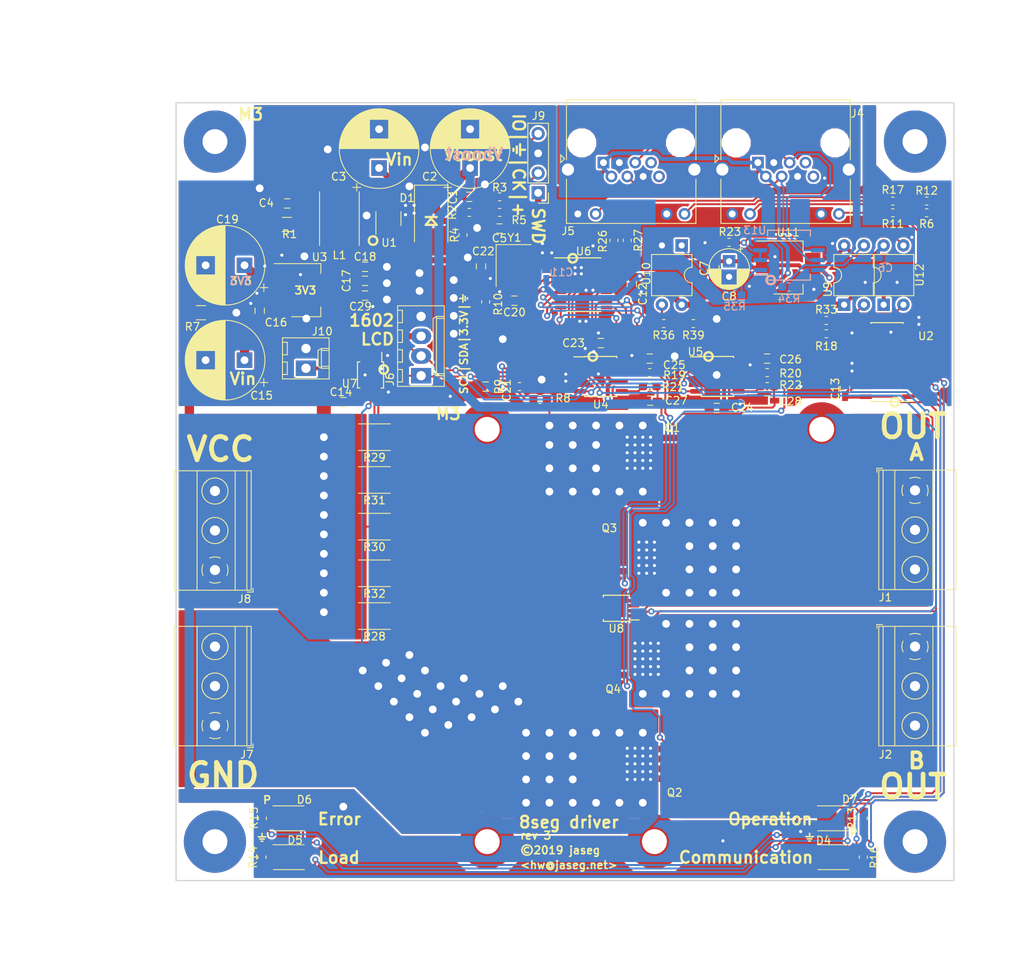
<source format=kicad_pcb>
(kicad_pcb (version 20171130) (host pcbnew "(5.0.1)")
  (layers (0 F.Cu signal) (31 B.Cu signal) (34 B.Paste user) (35 F.Paste user) (36 B.SilkS user) (37 F.SilkS user) (38 B.Mask user) (39 F.Mask user) (44 Edge.Cuts user))
  (net 0 "")
  (net 1 +VSW)
  (net 2 GND)
  (net 3 "Net-(C3-Pad1)")
  (net 4 /VBOOT_MON)
  (net 5 +3V3)
  (net 6 "Net-(C15-Pad1)")
  (net 7 /VIN_MON)
  (net 8 "Net-(D1-Pad2)")
  (net 9 /ISO_5V)
  (net 10 /ISO_GND)
  (net 11 "Net-(R2-Pad1)")
  (net 12 "Net-(R33-Pad2)")
  (net 13 "Net-(U7-Pad3)")
  (net 14 "Net-(U8-Pad3)")
  (net 15 /DRV1F)
  (net 16 /DRV2F)
  (net 17 /DRV3F)
  (net 18 /DRV4F)
  (net 19 /OUT_A)
  (net 20 /OUT_B)
  (net 21 /VIN)
  (net 22 /GND_MEAS)
  (net 23 /DRV1)
  (net 24 /DRV2)
  (net 25 /DRV3)
  (net 26 /DRV4)
  (net 27 /CTRL_B)
  (net 28 /CTRL_A)
  (net 29 /SWCLK)
  (net 30 /SWDIO)
  (net 31 /TX)
  (net 32 /RX)
  (net 33 /RX485_A)
  (net 34 /RS485_B)
  (net 35 /BUS_VCC)
  (net 36 /SDA)
  (net 37 /SCL)
  (net 38 "Net-(R6-Pad1)")
  (net 39 "Net-(R12-Pad1)")
  (net 40 /DE)
  (net 41 "Net-(R18-Pad2)")
  (net 42 /ISO_DE)
  (net 43 /ISO_DI)
  (net 44 "Net-(R35-Pad2)")
  (net 45 /ISO_RO)
  (net 46 "Net-(R36-Pad2)")
  (net 47 /SCK)
  (net 48 /MOSI)
  (net 49 /CLED1)
  (net 50 /CLED2)
  (net 51 "Net-(J4-Pad8)")
  (net 52 "Net-(J4-Pad7)")
  (net 53 "Net-(J5-Pad7)")
  (net 54 "Net-(J5-Pad8)")
  (net 55 /CLED4)
  (net 56 /CLED3)
  (net 57 "Net-(U2-Pad9)")
  (net 58 "Net-(R11-Pad1)")
  (net 59 /SLED1)
  (net 60 /SLED2)
  (net 61 /SLED3)
  (net 62 /SLED4)
  (net 63 "Net-(R17-Pad1)")
  (net 64 "Net-(D4-Pad1)")
  (net 65 "Net-(D5-Pad1)")
  (net 66 "Net-(D6-Pad1)")
  (net 67 "Net-(D7-Pad1)")
  (net 68 /XT1)
  (net 69 /XT2)
  (net 70 /RST)
  (module Connectors_Molex:Molex_KK-6410-04_04x2.54mm_Straight (layer F.Cu) (at 101.5 90.1 90)
    (fp_text reference J6 (at -0.45 -4 270) (layer F.SilkS))
    (fp_text value "1602 I2C LCD")
    (pad 4 thru_hole oval (at 7.62 0 90) (size 2 2.6) (drill 1.2) (layers *.Cu *.Mask) (net 2 GND))
    (pad 3 thru_hole oval (at 5.08 0 90) (size 2 2.6) (drill 1.2) (layers *.Cu *.Mask) (net 5 +3V3))
    (pad 2 thru_hole oval (at 2.54 0 90) (size 2 2.6) (drill 1.2) (layers *.Cu *.Mask) (net 36 /SDA))
    (pad 1 thru_hole rect (at 0 0 90) (size 2 2.6) (drill 1.2) (layers *.Cu *.Mask) (net 37 /SCL))
  )
  (module Package_SO:MSOP-10_3x3mm_P0.5mm (layer F.Cu) (at 95 90 270)
    (fp_text reference U7 (at 1.1 2.7) (layer F.SilkS))
    (fp_text value INA226)
    (pad 1 smd rect (at -2.2 -1 270) (size 1.4 0.3) (layers F.Cu F.Paste F.Mask) (net 2 GND))
    (pad 2 smd rect (at -2.2 -0.5 270) (size 1.4 0.3) (layers F.Cu F.Paste F.Mask) (net 2 GND))
    (pad 3 smd rect (at -2.2 0 270) (size 1.4 0.3) (layers F.Cu F.Paste F.Mask) (net 13 "Net-(U7-Pad3)"))
    (pad 4 smd rect (at -2.2 0.5 270) (size 1.4 0.3) (layers F.Cu F.Paste F.Mask) (net 36 /SDA))
    (pad 5 smd rect (at -2.2 1 270) (size 1.4 0.3) (layers F.Cu F.Paste F.Mask) (net 37 /SCL))
    (pad 6 smd rect (at 2.2 1 270) (size 1.4 0.3) (layers F.Cu F.Paste F.Mask) (net 5 +3V3))
    (pad 7 smd rect (at 2.2 0.5 270) (size 1.4 0.3) (layers F.Cu F.Paste F.Mask) (net 2 GND))
    (pad 8 smd rect (at 2.2 0 270) (size 1.4 0.3) (layers F.Cu F.Paste F.Mask) (net 21 /VIN))
    (pad 9 smd rect (at 2.2 -0.5 270) (size 1.4 0.3) (layers F.Cu F.Paste F.Mask) (net 2 GND))
    (pad 10 smd rect (at 2.2 -1 270) (size 1.4 0.3) (layers F.Cu F.Paste F.Mask) (net 22 /GND_MEAS))
  )
  (module Package_SO:TSSOP-20_4.4x6.5mm_P0.65mm (layer F.Cu) (at 122.4 78.4)
    (fp_text reference U6 (at 0 -4.3) (layer F.SilkS))
    (fp_text value STM32F030F4Px)
    (pad 1 smd rect (at -2.95 -2.925) (size 1.45 0.45) (layers F.Cu F.Paste F.Mask) (net 2 GND))
    (pad 2 smd rect (at -2.95 -2.275) (size 1.45 0.45) (layers F.Cu F.Paste F.Mask) (net 69 /XT2))
    (pad 3 smd rect (at -2.95 -1.625) (size 1.45 0.45) (layers F.Cu F.Paste F.Mask) (net 68 /XT1))
    (pad 4 smd rect (at -2.95 -0.975) (size 1.45 0.45) (layers F.Cu F.Paste F.Mask) (net 70 /RST))
    (pad 5 smd rect (at -2.95 -0.325) (size 1.45 0.45) (layers F.Cu F.Paste F.Mask) (net 5 +3V3))
    (pad 6 smd rect (at -2.95 0.325) (size 1.45 0.45) (layers F.Cu F.Paste F.Mask) (net 4 /VBOOT_MON))
    (pad 7 smd rect (at -2.95 0.975) (size 1.45 0.45) (layers F.Cu F.Paste F.Mask) (net 40 /DE))
    (pad 8 smd rect (at -2.95 1.625) (size 1.45 0.45) (layers F.Cu F.Paste F.Mask) (net 31 /TX))
    (pad 9 smd rect (at -2.95 2.275) (size 1.45 0.45) (layers F.Cu F.Paste F.Mask) (net 32 /RX))
    (pad 10 smd rect (at -2.95 2.925) (size 1.45 0.45) (layers F.Cu F.Paste F.Mask) (net 7 /VIN_MON))
    (pad 11 smd rect (at 2.95 2.925) (size 1.45 0.45) (layers F.Cu F.Paste F.Mask) (net 47 /SCK))
    (pad 12 smd rect (at 2.95 2.275) (size 1.45 0.45) (layers F.Cu F.Paste F.Mask) (net 28 /CTRL_A))
    (pad 13 smd rect (at 2.95 1.625) (size 1.45 0.45) (layers F.Cu F.Paste F.Mask) (net 48 /MOSI))
    (pad 14 smd rect (at 2.95 0.975) (size 1.45 0.45) (layers F.Cu F.Paste F.Mask) (net 27 /CTRL_B))
    (pad 15 smd rect (at 2.95 0.325) (size 1.45 0.45) (layers F.Cu F.Paste F.Mask) (net 2 GND))
    (pad 16 smd rect (at 2.95 -0.325) (size 1.45 0.45) (layers F.Cu F.Paste F.Mask) (net 5 +3V3))
    (pad 17 smd rect (at 2.95 -0.975) (size 1.45 0.45) (layers F.Cu F.Paste F.Mask) (net 37 /SCL))
    (pad 18 smd rect (at 2.95 -1.625) (size 1.45 0.45) (layers F.Cu F.Paste F.Mask) (net 36 /SDA))
    (pad 19 smd rect (at 2.95 -2.275) (size 1.45 0.45) (layers F.Cu F.Paste F.Mask) (net 30 /SWDIO))
    (pad 20 smd rect (at 2.95 -2.925) (size 1.45 0.45) (layers F.Cu F.Paste F.Mask) (net 29 /SWCLK))
  )
  (module Resistor_SMD:R_0603_1608Metric_Pad1.05x0.95mm_HandSolder (layer F.Cu) (at 111.6 67.1)
    (fp_text reference R3 (at 0 -1.2) (layer F.SilkS))
    (fp_text value 47k)
    (pad 1 smd roundrect (at -0.875 0) (size 1.05 0.95) (layers F.Cu F.Paste F.Mask) (net 1 +VSW))
    (pad 2 smd roundrect (at 0.875 0) (size 1.05 0.95) (layers F.Cu F.Paste F.Mask) (net 4 /VBOOT_MON))
  )
  (module Resistor_SMD:R_0603_1608Metric_Pad1.05x0.95mm_HandSolder (layer F.Cu) (at 136.5 83.4 180)
    (fp_text reference R39 (at 0 -1.5) (layer F.SilkS))
    (fp_text value 680)
    (pad 2 smd roundrect (at 0.875 0 180) (size 1.05 0.95) (layers F.Cu F.Paste F.Mask) (net 46 "Net-(R36-Pad2)"))
    (pad 1 smd roundrect (at -0.875 0 180) (size 1.05 0.95) (layers F.Cu F.Paste F.Mask) (net 2 GND))
  )
  (module Package_DIP:DIP-4_W7.62mm (layer F.Cu) (at 160.97 80.97 90)
    (fp_text reference U12 (at 3.81 4.63 90) (layer F.SilkS))
    (fp_text value PC817)
    (pad 1 thru_hole rect (at 0 0 90) (size 1.6 1.6) (drill 0.8) (layers *.Cu *.Mask) (net 5 +3V3))
    (pad 3 thru_hole oval (at 7.62 2.54 90) (size 1.6 1.6) (drill 0.8) (layers *.Cu *.Mask) (net 42 /ISO_DE))
    (pad 2 thru_hole oval (at 0 2.54 90) (size 1.6 1.6) (drill 0.8) (layers *.Cu *.Mask) (net 41 "Net-(R18-Pad2)"))
    (pad 4 thru_hole oval (at 7.62 0 90) (size 1.6 1.6) (drill 0.8) (layers *.Cu *.Mask) (net 9 /ISO_5V))
  )
  (module "footprints:Toshiba SOP Advance" (layer F.Cu) (at 130 100 90)
    (fp_text reference Q1 (at 3.2 3.8 180) (layer F.SilkS))
    (fp_text value TPHR6503PL)
    (pad 1 smd rect (at 0 -0.55 90) (size 4.7 3.75) (layers F.Cu F.Paste F.Mask) (net 21 /VIN))
    (pad 3 smd rect (at -1.905 3.5 90) (size 0.85 2.95) (layers F.Cu F.Paste F.Mask) (net 19 /OUT_A))
    (pad 3 smd rect (at -0.635 3.5 90) (size 0.85 2.95) (layers F.Cu F.Paste F.Mask) (net 19 /OUT_A))
    (pad 3 smd rect (at 0.635 3.5 90) (size 0.85 2.95) (layers F.Cu F.Paste F.Mask) (net 19 /OUT_A))
    (pad 2 smd rect (at 1.905 3.5 90) (size 0.85 2.95) (layers F.Cu F.Paste F.Mask) (net 18 /DRV4F))
    (pad 1 smd rect (at 1.905 -3.475 90) (size 0.85 3) (layers F.Cu F.Paste F.Mask) (net 21 /VIN))
    (pad 1 smd rect (at 0.635 -3.475 90) (size 0.85 3) (layers F.Cu F.Paste F.Mask) (net 21 /VIN))
    (pad 1 smd rect (at -0.635 -3.475 90) (size 0.85 3) (layers F.Cu F.Paste F.Mask) (net 21 /VIN))
    (pad 1 smd rect (at -1.905 -3.475 90) (size 0.85 3) (layers F.Cu F.Paste F.Mask) (net 21 /VIN))
  )
  (module "footprints:Toshiba SOP Advance" (layer F.Cu) (at 130 140 90)
    (fp_text reference Q2 (at -3.7 4.1 180) (layer F.SilkS))
    (fp_text value TPHR6503PL)
    (pad 1 smd rect (at 0 -0.55 90) (size 4.7 3.75) (layers F.Cu F.Paste F.Mask) (net 21 /VIN))
    (pad 3 smd rect (at -1.905 3.5 90) (size 0.85 2.95) (layers F.Cu F.Paste F.Mask) (net 20 /OUT_B))
    (pad 3 smd rect (at -0.635 3.5 90) (size 0.85 2.95) (layers F.Cu F.Paste F.Mask) (net 20 /OUT_B))
    (pad 3 smd rect (at 0.635 3.5 90) (size 0.85 2.95) (layers F.Cu F.Paste F.Mask) (net 20 /OUT_B))
    (pad 2 smd rect (at 1.905 3.5 90) (size 0.85 2.95) (layers F.Cu F.Paste F.Mask) (net 16 /DRV2F))
    (pad 1 smd rect (at 1.905 -3.475 90) (size 0.85 3) (layers F.Cu F.Paste F.Mask) (net 21 /VIN))
    (pad 1 smd rect (at 0.635 -3.475 90) (size 0.85 3) (layers F.Cu F.Paste F.Mask) (net 21 /VIN))
    (pad 1 smd rect (at -0.635 -3.475 90) (size 0.85 3) (layers F.Cu F.Paste F.Mask) (net 21 /VIN))
    (pad 1 smd rect (at -1.905 -3.475 90) (size 0.85 3) (layers F.Cu F.Paste F.Mask) (net 21 /VIN))
  )
  (module "footprints:Toshiba SOP Advance" (layer F.Cu) (at 130 113.3333 270)
    (fp_text reference Q3 (at -3.6333 4.3) (layer F.SilkS))
    (fp_text value TPHR6503PL)
    (pad 1 smd rect (at 0 -0.55 270) (size 4.7 3.75) (layers F.Cu F.Paste F.Mask) (net 19 /OUT_A))
    (pad 3 smd rect (at -1.905 3.5 270) (size 0.85 2.95) (layers F.Cu F.Paste F.Mask) (net 22 /GND_MEAS))
    (pad 3 smd rect (at -0.635 3.5 270) (size 0.85 2.95) (layers F.Cu F.Paste F.Mask) (net 22 /GND_MEAS))
    (pad 3 smd rect (at 0.635 3.5 270) (size 0.85 2.95) (layers F.Cu F.Paste F.Mask) (net 22 /GND_MEAS))
    (pad 2 smd rect (at 1.905 3.5 270) (size 0.85 2.95) (layers F.Cu F.Paste F.Mask) (net 17 /DRV3F))
    (pad 1 smd rect (at 1.905 -3.475 270) (size 0.85 3) (layers F.Cu F.Paste F.Mask) (net 19 /OUT_A))
    (pad 1 smd rect (at 0.635 -3.475 270) (size 0.85 3) (layers F.Cu F.Paste F.Mask) (net 19 /OUT_A))
    (pad 1 smd rect (at -0.635 -3.475 270) (size 0.85 3) (layers F.Cu F.Paste F.Mask) (net 19 /OUT_A))
    (pad 1 smd rect (at -1.905 -3.475 270) (size 0.85 3) (layers F.Cu F.Paste F.Mask) (net 19 /OUT_A))
  )
  (module "footprints:Toshiba SOP Advance" (layer F.Cu) (at 130 126.6667 270)
    (fp_text reference Q4 (at 3.7333 3.8) (layer F.SilkS))
    (fp_text value TPHR6503PL)
    (pad 1 smd rect (at 0 -0.55 270) (size 4.7 3.75) (layers F.Cu F.Paste F.Mask) (net 20 /OUT_B))
    (pad 3 smd rect (at -1.905 3.5 270) (size 0.85 2.95) (layers F.Cu F.Paste F.Mask) (net 22 /GND_MEAS))
    (pad 3 smd rect (at -0.635 3.5 270) (size 0.85 2.95) (layers F.Cu F.Paste F.Mask) (net 22 /GND_MEAS))
    (pad 3 smd rect (at 0.635 3.5 270) (size 0.85 2.95) (layers F.Cu F.Paste F.Mask) (net 22 /GND_MEAS))
    (pad 2 smd rect (at 1.905 3.5 270) (size 0.85 2.95) (layers F.Cu F.Paste F.Mask) (net 15 /DRV1F))
    (pad 1 smd rect (at 1.905 -3.475 270) (size 0.85 3) (layers F.Cu F.Paste F.Mask) (net 20 /OUT_B))
    (pad 1 smd rect (at 0.635 -3.475 270) (size 0.85 3) (layers F.Cu F.Paste F.Mask) (net 20 /OUT_B))
    (pad 1 smd rect (at -0.635 -3.475 270) (size 0.85 3) (layers F.Cu F.Paste F.Mask) (net 20 /OUT_B))
    (pad 1 smd rect (at -1.905 -3.475 270) (size 0.85 3) (layers F.Cu F.Paste F.Mask) (net 20 /OUT_B))
  )
  (module Capacitors_SMD:C_0603_HandSoldering (layer F.Cu) (at 107.7 67.1)
    (fp_text reference C1 (at -2.1 0 90) (layer F.SilkS))
    (fp_text value 10u)
    (pad 1 smd rect (at -0.95 0) (size 1.2 0.75) (layers F.Cu F.Paste F.Mask) (net 1 +VSW))
    (pad 2 smd rect (at 0.95 0) (size 1.2 0.75) (layers F.Cu F.Paste F.Mask) (net 2 GND))
  )
  (module Capacitors_SMD:C_0603_HandSoldering (layer F.Cu) (at 84.3 67.95 180)
    (fp_text reference C4 (at 2.7 0.05 180) (layer F.SilkS))
    (fp_text value 10u)
    (pad 1 smd rect (at -0.95 0 180) (size 1.2 0.75) (layers F.Cu F.Paste F.Mask) (net 3 "Net-(C3-Pad1)"))
    (pad 2 smd rect (at 0.95 0 180) (size 1.2 0.75) (layers F.Cu F.Paste F.Mask) (net 2 GND))
  )
  (module Capacitors_SMD:C_0603_HandSoldering (layer F.Cu) (at 111.574999 71.174999 180)
    (fp_text reference C5 (at 0 -1.25 180) (layer F.SilkS))
    (fp_text value 100n)
    (pad 1 smd rect (at -0.95 0 180) (size 1.2 0.75) (layers F.Cu F.Paste F.Mask) (net 4 /VBOOT_MON))
    (pad 2 smd rect (at 0.95 0 180) (size 1.2 0.75) (layers F.Cu F.Paste F.Mask) (net 2 GND))
  )
  (module Capacitors_SMD:C_0603_HandSoldering (layer B.Cu) (at 117.6 76.8 90)
    (fp_text reference C11 (at 0 2 180) (layer B.SilkS) (effects (justify mirror)))
    (fp_text value 100n)
    (pad 2 smd rect (at 0.95 0 90) (size 1.2 0.75) (layers B.Cu B.Paste B.Mask) (net 2 GND))
    (pad 1 smd rect (at -0.95 0 90) (size 1.2 0.75) (layers B.Cu B.Paste B.Mask) (net 5 +3V3))
  )
  (module Capacitors_SMD:C_0603_HandSoldering (layer F.Cu) (at 128.6 78.3 270)
    (fp_text reference C12 (at 1.3 -1.4 270) (layer F.SilkS))
    (fp_text value 100n)
    (pad 1 smd rect (at -0.95 0 270) (size 1.2 0.75) (layers F.Cu F.Paste F.Mask) (net 5 +3V3))
    (pad 2 smd rect (at 0.95 0 270) (size 1.2 0.75) (layers F.Cu F.Paste F.Mask) (net 2 GND))
  )
  (module Capacitors_SMD:C_0603_HandSoldering (layer F.Cu) (at 156 91.8 90)
    (fp_text reference C13 (at 0 -1.25 90) (layer F.SilkS))
    (fp_text value 100n)
    (pad 2 smd rect (at 0.95 0 90) (size 1.2 0.75) (layers F.Cu F.Paste F.Mask) (net 2 GND))
    (pad 1 smd rect (at -0.95 0 90) (size 1.2 0.75) (layers F.Cu F.Paste F.Mask) (net 5 +3V3))
  )
  (module Capacitors_SMD:C_0603_HandSoldering (layer F.Cu) (at 91.5 93.5 180)
    (fp_text reference C14 (at 0.3 1.3 180) (layer F.SilkS))
    (fp_text value 100n)
    (pad 1 smd rect (at -0.95 0 180) (size 1.2 0.75) (layers F.Cu F.Paste F.Mask) (net 5 +3V3))
    (pad 2 smd rect (at 0.95 0 180) (size 1.2 0.75) (layers F.Cu F.Paste F.Mask) (net 2 GND))
  )
  (module Capacitors_SMD:C_0603_HandSoldering (layer F.Cu) (at 80.75 81.75 90)
    (fp_text reference C16 (at -1.5 2.1 180) (layer F.SilkS))
    (fp_text value 1u)
    (pad 1 smd rect (at -0.95 0 90) (size 1.2 0.75) (layers F.Cu F.Paste F.Mask) (net 6 "Net-(C15-Pad1)"))
    (pad 2 smd rect (at 0.95 0 90) (size 1.2 0.75) (layers F.Cu F.Paste F.Mask) (net 2 GND))
  )
  (module Capacitors_SMD:C_0603_HandSoldering (layer F.Cu) (at 94.3 77.9)
    (fp_text reference C17 (at -2.4 0 90) (layer F.SilkS))
    (fp_text value 1u)
    (pad 2 smd rect (at 0.95 0) (size 1.2 0.75) (layers F.Cu F.Paste F.Mask) (net 2 GND))
    (pad 1 smd rect (at -0.95 0) (size 1.2 0.75) (layers F.Cu F.Paste F.Mask) (net 5 +3V3))
  )
  (module Capacitors_SMD:C_0603_HandSoldering (layer F.Cu) (at 94.3 76.1)
    (fp_text reference C18 (at 0 -1.3) (layer F.SilkS))
    (fp_text value 10u)
    (pad 2 smd rect (at 0.95 0) (size 1.2 0.75) (layers F.Cu F.Paste F.Mask) (net 2 GND))
    (pad 1 smd rect (at -0.95 0) (size 1.2 0.75) (layers F.Cu F.Paste F.Mask) (net 5 +3V3))
  )
  (module Capacitors_SMD:C_0603_HandSoldering (layer F.Cu) (at 113.5 80.45)
    (fp_text reference C20 (at 0 1.5) (layer F.SilkS))
    (fp_text value 12p)
    (pad 2 smd rect (at 0.95 0) (size 1.2 0.75) (layers F.Cu F.Paste F.Mask) (net 68 /XT1))
    (pad 1 smd rect (at -0.95 0) (size 1.2 0.75) (layers F.Cu F.Paste F.Mask) (net 2 GND))
  )
  (module Capacitors_SMD:C_0603_HandSoldering (layer F.Cu) (at 109.8 91.5 180)
    (fp_text reference C21 (at -2.7 -0.45 270) (layer F.SilkS))
    (fp_text value 100n)
    (pad 2 smd rect (at 0.95 0 180) (size 1.2 0.75) (layers F.Cu F.Paste F.Mask) (net 2 GND))
    (pad 1 smd rect (at -0.95 0 180) (size 1.2 0.75) (layers F.Cu F.Paste F.Mask) (net 7 /VIN_MON))
  )
  (module Capacitors_SMD:C_0603_HandSoldering (layer F.Cu) (at 109.2 76.05 90)
    (fp_text reference C22 (at 1.95 0.3) (layer F.SilkS))
    (fp_text value 12p)
    (pad 1 smd rect (at -0.95 0 90) (size 1.2 0.75) (layers F.Cu F.Paste F.Mask) (net 69 /XT2))
    (pad 2 smd rect (at 0.95 0 90) (size 1.2 0.75) (layers F.Cu F.Paste F.Mask) (net 2 GND))
  )
  (module Capacitors_SMD:C_0603_HandSoldering (layer F.Cu) (at 124.6 85.9 180)
    (fp_text reference C23 (at 3.5 0 180) (layer F.SilkS))
    (fp_text value 100n)
    (pad 2 smd rect (at 0.95 0 180) (size 1.2 0.75) (layers F.Cu F.Paste F.Mask) (net 2 GND))
    (pad 1 smd rect (at -0.95 0 180) (size 1.2 0.75) (layers F.Cu F.Paste F.Mask) (net 1 +VSW))
  )
  (module Capacitors_SMD:C_0603_HandSoldering (layer F.Cu) (at 139.5 94.25 180)
    (fp_text reference C24 (at -3.3 0.05 180) (layer F.SilkS))
    (fp_text value 100n)
    (pad 1 smd rect (at -0.95 0 180) (size 1.2 0.75) (layers F.Cu F.Paste F.Mask) (net 1 +VSW))
    (pad 2 smd rect (at 0.95 0 180) (size 1.2 0.75) (layers F.Cu F.Paste F.Mask) (net 2 GND))
  )
  (module Capacitors_SMD:C_0603_HandSoldering (layer F.Cu) (at 130.9 87.9 180)
    (fp_text reference C25 (at -3.15 -0.825 180) (layer F.SilkS))
    (fp_text value 0)
    (pad 2 smd rect (at 0.95 0 180) (size 1.2 0.75) (layers F.Cu F.Paste F.Mask) (net 2 GND))
    (pad 1 smd rect (at -0.95 0 180) (size 1.2 0.75) (layers F.Cu F.Paste F.Mask) (net 15 /DRV1F))
  )
  (module Capacitors_SMD:C_0603_HandSoldering (layer F.Cu) (at 146 87.9 180)
    (fp_text reference C26 (at -3 -0.1 180) (layer F.SilkS))
    (fp_text value 0)
    (pad 2 smd rect (at 0.95 0 180) (size 1.2 0.75) (layers F.Cu F.Paste F.Mask) (net 2 GND))
    (pad 1 smd rect (at -0.95 0 180) (size 1.2 0.75) (layers F.Cu F.Paste F.Mask) (net 16 /DRV2F))
  )
  (module Capacitors_SMD:C_0603_HandSoldering (layer F.Cu) (at 130.95 93.3)
    (fp_text reference C27 (at 3.35 0) (layer F.SilkS))
    (fp_text value 0)
    (pad 1 smd rect (at -0.95 0) (size 1.2 0.75) (layers F.Cu F.Paste F.Mask) (net 2 GND))
    (pad 2 smd rect (at 0.95 0) (size 1.2 0.75) (layers F.Cu F.Paste F.Mask) (net 17 /DRV3F))
  )
  (module Capacitors_SMD:C_0603_HandSoldering (layer F.Cu) (at 146 93.3)
    (fp_text reference C28 (at 3 0.1) (layer F.SilkS))
    (fp_text value 0)
    (pad 2 smd rect (at 0.95 0) (size 1.2 0.75) (layers F.Cu F.Paste F.Mask) (net 18 /DRV4F))
    (pad 1 smd rect (at -0.95 0) (size 1.2 0.75) (layers F.Cu F.Paste F.Mask) (net 2 GND))
  )
  (module Capacitors_SMD:C_0603_HandSoldering (layer F.Cu) (at 94.3 79.8)
    (fp_text reference C29 (at -0.6 1.4) (layer F.SilkS))
    (fp_text value 100n)
    (pad 2 smd rect (at 0.95 0) (size 1.2 0.75) (layers F.Cu F.Paste F.Mask) (net 2 GND))
    (pad 1 smd rect (at -0.95 0) (size 1.2 0.75) (layers F.Cu F.Paste F.Mask) (net 5 +3V3))
  )
  (module Diode_SMD:D_SMB_Handsoldering (layer F.Cu) (at 102.8 70.2 270)
    (fp_text reference D1 (at -2.95 3.1) (layer F.SilkS))
    (fp_text value "2A schottky")
    (pad 1 smd rect (at -2.7 0 270) (size 3.5 2.3) (layers F.Cu F.Paste F.Mask) (net 1 +VSW))
    (pad 2 smd rect (at 2.7 0 270) (size 3.5 2.3) (layers F.Cu F.Paste F.Mask) (net 8 "Net-(D1-Pad2)"))
  )
  (module LED_SMD:LED_PLCC_2835_Handsoldering (layer F.Cu) (at 155 152)
    (fp_text reference D4 (at -1.75 -2.15) (layer F.SilkS))
    (fp_text value cyan)
    (pad 1 smd rect (at -1.33 0 180) (size 2.5 2.1) (layers F.Cu F.Paste F.Mask) (net 64 "Net-(D4-Pad1)"))
    (pad 2 smd rect (at 1.33 0 180) (size 1.5 2.1) (layers F.Cu F.Paste F.Mask) (net 5 +3V3))
  )
  (module LED_SMD:LED_PLCC_2835_Handsoldering (layer F.Cu) (at 85 152)
    (fp_text reference D5 (at 0.3 -2.2) (layer F.SilkS))
    (fp_text value cyan)
    (pad 2 smd rect (at 1.33 0 180) (size 1.5 2.1) (layers F.Cu F.Paste F.Mask) (net 5 +3V3))
    (pad 1 smd rect (at -1.33 0 180) (size 2.5 2.1) (layers F.Cu F.Paste F.Mask) (net 65 "Net-(D5-Pad1)"))
  )
  (module LED_SMD:LED_PLCC_2835_Handsoldering (layer F.Cu) (at 85 147)
    (fp_text reference D6 (at 1.5 -2.4) (layer F.SilkS))
    (fp_text value pink)
    (pad 2 smd rect (at 1.33 0 180) (size 1.5 2.1) (layers F.Cu F.Paste F.Mask) (net 5 +3V3))
    (pad 1 smd rect (at -1.33 0 180) (size 2.5 2.1) (layers F.Cu F.Paste F.Mask) (net 66 "Net-(D6-Pad1)"))
  )
  (module LED_SMD:LED_PLCC_2835_Handsoldering (layer F.Cu) (at 155 147)
    (fp_text reference D7 (at 1.6 -2.45) (layer F.SilkS))
    (fp_text value pink)
    (pad 1 smd rect (at -1.33 0 180) (size 2.5 2.1) (layers F.Cu F.Paste F.Mask) (net 67 "Net-(D7-Pad1)"))
    (pad 2 smd rect (at 1.33 0 180) (size 1.5 2.1) (layers F.Cu F.Paste F.Mask) (net 5 +3V3))
  )
  (module TerminalBlock_Phoenix:TerminalBlock_Phoenix_MKDS-1,5-3-5.08_1x03_P5.08mm_Horizontal (layer F.Cu) (at 165 104.84 270)
    (fp_text reference J1 (at 13.76 3.8) (layer F.SilkS))
    (fp_text value OUT_A)
    (pad 1 thru_hole rect (at 0 0 270) (size 2.6 2.6) (drill 1.3) (layers *.Cu *.Mask) (net 19 /OUT_A))
    (pad 2 thru_hole circle (at 5.08 0 270) (size 2.6 2.6) (drill 1.3) (layers *.Cu *.Mask) (net 19 /OUT_A))
    (pad 3 thru_hole circle (at 10.16 0 270) (size 2.6 2.6) (drill 1.3) (layers *.Cu *.Mask) (net 19 /OUT_A))
  )
  (module TerminalBlock_Phoenix:TerminalBlock_Phoenix_MKDS-1,5-3-5.08_1x03_P5.08mm_Horizontal (layer F.Cu) (at 165 124.92 270)
    (fp_text reference J2 (at 13.88 3.8) (layer F.SilkS))
    (fp_text value OUT_B)
    (pad 3 thru_hole circle (at 10.16 0 270) (size 2.6 2.6) (drill 1.3) (layers *.Cu *.Mask) (net 20 /OUT_B))
    (pad 2 thru_hole circle (at 5.08 0 270) (size 2.6 2.6) (drill 1.3) (layers *.Cu *.Mask) (net 20 /OUT_B))
    (pad 1 thru_hole rect (at 0 0 270) (size 2.6 2.6) (drill 1.3) (layers *.Cu *.Mask) (net 20 /OUT_B))
  )
  (module TerminalBlock_Phoenix:TerminalBlock_Phoenix_MKDS-1,5-3-5.08_1x03_P5.08mm_Horizontal (layer F.Cu) (at 75 135.08 90)
    (fp_text reference J7 (at -3.72 4.1 180) (layer F.SilkS))
    (fp_text value IN_VCC)
    (pad 3 thru_hole circle (at 10.16 0 90) (size 2.6 2.6) (drill 1.3) (layers *.Cu *.Mask) (net 21 /VIN))
    (pad 2 thru_hole circle (at 5.08 0 90) (size 2.6 2.6) (drill 1.3) (layers *.Cu *.Mask) (net 21 /VIN))
    (pad 1 thru_hole rect (at 0 0 90) (size 2.6 2.6) (drill 1.3) (layers *.Cu *.Mask) (net 21 /VIN))
  )
  (module TerminalBlock_Phoenix:TerminalBlock_Phoenix_MKDS-1,5-3-5.08_1x03_P5.08mm_Horizontal (layer F.Cu) (at 75 115.08 90)
    (fp_text reference J8 (at -3.72 3.8 180) (layer F.SilkS))
    (fp_text value IN_GND)
    (pad 1 thru_hole rect (at 0 0 90) (size 2.6 2.6) (drill 1.3) (layers *.Cu *.Mask) (net 2 GND))
    (pad 2 thru_hole circle (at 5.08 0 90) (size 2.6 2.6) (drill 1.3) (layers *.Cu *.Mask) (net 2 GND))
    (pad 3 thru_hole circle (at 10.16 0 90) (size 2.6 2.6) (drill 1.3) (layers *.Cu *.Mask) (net 2 GND))
  )
  (module Inductor_SMD:L_Taiyo-Yuden_NR-50xx_HandSoldering (layer F.Cu) (at 91 69.9 270)
    (fp_text reference L1 (at 4.7 0) (layer F.SilkS))
    (fp_text value 10u)
    (pad 1 smd rect (at -2.25 0 270) (size 2.4 4.2) (layers F.Cu F.Paste F.Mask) (net 3 "Net-(C3-Pad1)"))
    (pad 2 smd rect (at 2.25 0 270) (size 2.4 4.2) (layers F.Cu F.Paste F.Mask) (net 8 "Net-(D1-Pad2)"))
  )
  (module Resistor_SMD:R_0603_1608Metric_Pad1.05x0.95mm_HandSolder (layer F.Cu) (at 107.7 69.1)
    (fp_text reference R2 (at -2.2 0 90) (layer F.SilkS))
    (fp_text value 100k)
    (pad 2 smd roundrect (at 0.875 0) (size 1.05 0.95) (layers F.Cu F.Paste F.Mask) (net 1 +VSW))
    (pad 1 smd roundrect (at -0.875 0) (size 1.05 0.95) (layers F.Cu F.Paste F.Mask) (net 11 "Net-(R2-Pad1)"))
  )
  (module Resistor_SMD:R_0603_1608Metric_Pad1.05x0.95mm_HandSolder (layer F.Cu) (at 106.9 72 90)
    (fp_text reference R4 (at 0 -1.1 270) (layer F.SilkS))
    (fp_text value 3k3)
    (pad 2 smd roundrect (at 0.875 0 90) (size 1.05 0.95) (layers F.Cu F.Paste F.Mask) (net 11 "Net-(R2-Pad1)"))
    (pad 1 smd roundrect (at -0.875 0 90) (size 1.05 0.95) (layers F.Cu F.Paste F.Mask) (net 2 GND))
  )
  (module Resistor_SMD:R_0603_1608Metric_Pad1.05x0.95mm_HandSolder (layer F.Cu) (at 111.6 69.1)
    (fp_text reference R5 (at 2.5 1) (layer F.SilkS))
    (fp_text value 10k)
    (pad 1 smd roundrect (at -0.875 0) (size 1.05 0.95) (layers F.Cu F.Paste F.Mask) (net 2 GND))
    (pad 2 smd roundrect (at 0.875 0) (size 1.05 0.95) (layers F.Cu F.Paste F.Mask) (net 4 /VBOOT_MON))
  )
  (module Resistor_SMD:R_1206_3216Metric_Pad1.42x1.75mm_HandSolder (layer F.Cu) (at 73.2 82)
    (fp_text reference R7 (at -1.1 1.8) (layer F.SilkS))
    (fp_text value "10R .5W")
    (pad 1 smd roundrect (at -1.4875 0) (size 1.425 1.75) (layers F.Cu F.Paste F.Mask) (roundrect_rratio 0.175439) (net 21 /VIN))
    (pad 2 smd roundrect (at 1.4875 0) (size 1.425 1.75) (layers F.Cu F.Paste F.Mask) (roundrect_rratio 0.175439) (net 6 "Net-(C15-Pad1)"))
  )
  (module Resistor_SMD:R_0603_1608Metric_Pad1.05x0.95mm_HandSolder (layer F.Cu) (at 116.8 93.15 180)
    (fp_text reference R8 (at -2.95 0.15) (layer F.SilkS))
    (fp_text value 47k)
    (pad 2 smd roundrect (at 0.875 0 180) (size 1.05 0.95) (layers F.Cu F.Paste F.Mask) (net 7 /VIN_MON))
    (pad 1 smd roundrect (at -0.875 0 180) (size 1.05 0.95) (layers F.Cu F.Paste F.Mask) (net 21 /VIN))
  )
  (module Resistor_SMD:R_0603_1608Metric_Pad1.05x0.95mm_HandSolder (layer F.Cu) (at 114.15 91.5 180)
    (fp_text reference R9 (at 2.65 0 -90) (layer F.SilkS))
    (fp_text value 10k)
    (pad 1 smd roundrect (at -0.875 0 180) (size 1.05 0.95) (layers F.Cu F.Paste F.Mask) (net 2 GND))
    (pad 2 smd roundrect (at 0.875 0 180) (size 1.05 0.95) (layers F.Cu F.Paste F.Mask) (net 7 /VIN_MON))
  )
  (module Resistor_SMD:R_0603_1608Metric_Pad1.05x0.95mm_HandSolder (layer F.Cu) (at 109.8 80.6 90)
    (fp_text reference R10 (at -0.3 1.6 90) (layer F.SilkS))
    (fp_text value 10k)
    (pad 2 smd roundrect (at 0.875 0 90) (size 1.05 0.95) (layers F.Cu F.Paste F.Mask) (net 5 +3V3))
    (pad 1 smd roundrect (at -0.875 0 90) (size 1.05 0.95) (layers F.Cu F.Paste F.Mask) (net 70 /RST))
  )
  (module Resistor_SMD:R_0603_1608Metric_Pad1.05x0.95mm_HandSolder (layer F.Cu) (at 158.35 147 90)
    (fp_text reference R13 (at 0 -1.43 90) (layer F.SilkS))
    (fp_text value 150)
    (pad 1 smd roundrect (at -0.875 0 90) (size 1.05 0.95) (layers F.Cu F.Paste F.Mask) (net 59 /SLED1))
    (pad 2 smd roundrect (at 0.875 0 90) (size 1.05 0.95) (layers F.Cu F.Paste F.Mask) (net 67 "Net-(D7-Pad1)"))
  )
  (module Resistor_SMD:R_0603_1608Metric_Pad1.05x0.95mm_HandSolder (layer F.Cu) (at 81.05 152 90)
    (fp_text reference R14 (at 0 -1.15 90) (layer F.SilkS))
    (fp_text value 150)
    (pad 2 smd roundrect (at 0.875 0 90) (size 1.05 0.95) (layers F.Cu F.Paste F.Mask) (net 65 "Net-(D5-Pad1)"))
    (pad 1 smd roundrect (at -0.875 0 90) (size 1.05 0.95) (layers F.Cu F.Paste F.Mask) (net 60 /SLED2))
  )
  (module Resistor_SMD:R_0603_1608Metric_Pad1.05x0.95mm_HandSolder (layer F.Cu) (at 81.1 147 90)
    (fp_text reference R15 (at 0.05 -1.1 90) (layer F.SilkS))
    (fp_text value 150)
    (pad 2 smd roundrect (at 0.875 0 90) (size 1.05 0.95) (layers F.Cu F.Paste F.Mask) (net 66 "Net-(D6-Pad1)"))
    (pad 1 smd roundrect (at -0.875 0 90) (size 1.05 0.95) (layers F.Cu F.Paste F.Mask) (net 61 /SLED3))
  )
  (module Resistor_SMD:R_0603_1608Metric_Pad1.05x0.95mm_HandSolder (layer F.Cu) (at 158.35 152 270)
    (fp_text reference R16 (at 0 -1.43 270) (layer F.SilkS))
    (fp_text value 150)
    (pad 2 smd roundrect (at 0.875 0 270) (size 1.05 0.95) (layers F.Cu F.Paste F.Mask) (net 64 "Net-(D4-Pad1)"))
    (pad 1 smd roundrect (at -0.875 0 270) (size 1.05 0.95) (layers F.Cu F.Paste F.Mask) (net 62 /SLED4))
  )
  (module Resistor_SMD:R_0603_1608Metric_Pad1.05x0.95mm_HandSolder (layer F.Cu) (at 130.9 89.7 180)
    (fp_text reference R19 (at -3.175 -0.325 180) (layer F.SilkS))
    (fp_text value 0R)
    (pad 1 smd roundrect (at -0.875 0 180) (size 1.05 0.95) (layers F.Cu F.Paste F.Mask) (net 15 /DRV1F))
    (pad 2 smd roundrect (at 0.875 0 180) (size 1.05 0.95) (layers F.Cu F.Paste F.Mask) (net 23 /DRV1))
  )
  (module Resistor_SMD:R_0603_1608Metric_Pad1.05x0.95mm_HandSolder (layer F.Cu) (at 146 89.7 180)
    (fp_text reference R20 (at -3 -0.1) (layer F.SilkS))
    (fp_text value 0R)
    (pad 2 smd roundrect (at 0.875 0 180) (size 1.05 0.95) (layers F.Cu F.Paste F.Mask) (net 24 /DRV2))
    (pad 1 smd roundrect (at -0.875 0 180) (size 1.05 0.95) (layers F.Cu F.Paste F.Mask) (net 16 /DRV2F))
  )
  (module Resistor_SMD:R_0603_1608Metric_Pad1.05x0.95mm_HandSolder (layer F.Cu) (at 130.9 91.5 180)
    (fp_text reference R21 (at -3 -0.05 180) (layer F.SilkS))
    (fp_text value 0R)
    (pad 1 smd roundrect (at -0.875 0 180) (size 1.05 0.95) (layers F.Cu F.Paste F.Mask) (net 17 /DRV3F))
    (pad 2 smd roundrect (at 0.875 0 180) (size 1.05 0.95) (layers F.Cu F.Paste F.Mask) (net 25 /DRV3))
  )
  (module Resistor_SMD:R_0603_1608Metric_Pad1.05x0.95mm_HandSolder (layer F.Cu) (at 146 91.5 180)
    (fp_text reference R22 (at -3 0.2 180) (layer F.SilkS))
    (fp_text value 0R)
    (pad 2 smd roundrect (at 0.875 0 180) (size 1.05 0.95) (layers F.Cu F.Paste F.Mask) (net 26 /DRV4))
    (pad 1 smd roundrect (at -0.875 0 180) (size 1.05 0.95) (layers F.Cu F.Paste F.Mask) (net 18 /DRV4F))
  )
  (module Resistor_SMD:R_0603_1608Metric_Pad1.05x0.95mm_HandSolder (layer F.Cu) (at 141.1 72.95 180)
    (fp_text reference R23 (at -0.1 1.35 180) (layer F.SilkS))
    (fp_text value 720)
    (pad 1 smd roundrect (at -0.875 0 180) (size 1.05 0.95) (layers F.Cu F.Paste F.Mask) (net 42 /ISO_DE))
    (pad 2 smd roundrect (at 0.875 0 180) (size 1.05 0.95) (layers F.Cu F.Paste F.Mask) (net 10 /ISO_GND))
  )
  (module Resistor_SMD:R_0603_1608Metric_Pad1.05x0.95mm_HandSolder (layer F.Cu) (at 126.3 72.7 270)
    (fp_text reference R26 (at 0.1 1.45 270) (layer F.SilkS))
    (fp_text value 1k5)
    (pad 1 smd roundrect (at -0.875 0 270) (size 1.05 0.95) (layers F.Cu F.Paste F.Mask) (net 5 +3V3))
    (pad 2 smd roundrect (at 0.875 0 270) (size 1.05 0.95) (layers F.Cu F.Paste F.Mask) (net 36 /SDA))
  )
  (module Resistor_SMD:R_0603_1608Metric_Pad1.05x0.95mm_HandSolder (layer F.Cu) (at 128 72.7 270)
    (fp_text reference R27 (at 0 -1.43 270) (layer F.SilkS))
    (fp_text value 1k5)
    (pad 2 smd roundrect (at 0.875 0 270) (size 1.05 0.95) (layers F.Cu F.Paste F.Mask) (net 37 /SCL))
    (pad 1 smd roundrect (at -0.875 0 270) (size 1.05 0.95) (layers F.Cu F.Paste F.Mask) (net 5 +3V3))
  )
  (module Resistor_SMD:R_2512_6332Metric_Pad1.52x3.35mm_HandSolder (layer F.Cu) (at 95.5 121 180)
    (fp_text reference R28 (at 0 -2.62 180) (layer F.SilkS))
    (fp_text value "5mR 1W 2512")
    (pad 2 smd roundrect (at 2.9875 0 180) (size 1.525 3.35) (layers F.Cu F.Paste F.Mask) (roundrect_rratio 0.163934) (net 2 GND))
    (pad 1 smd roundrect (at -2.9875 0 180) (size 1.525 3.35) (layers F.Cu F.Paste F.Mask) (roundrect_rratio 0.163934) (net 22 /GND_MEAS))
  )
  (module Resistor_SMD:R_2512_6332Metric_Pad1.52x3.35mm_HandSolder (layer F.Cu) (at 95.5 98 180)
    (fp_text reference R29 (at 0 -2.62 180) (layer F.SilkS))
    (fp_text value "5mR 1W")
    (pad 1 smd roundrect (at -2.9875 0 180) (size 1.525 3.35) (layers F.Cu F.Paste F.Mask) (roundrect_rratio 0.163934) (net 22 /GND_MEAS))
    (pad 2 smd roundrect (at 2.9875 0 180) (size 1.525 3.35) (layers F.Cu F.Paste F.Mask) (roundrect_rratio 0.163934) (net 2 GND))
  )
  (module Resistor_SMD:R_2512_6332Metric_Pad1.52x3.35mm_HandSolder (layer F.Cu) (at 95.5 109.5 180)
    (fp_text reference R30 (at 0 -2.62 180) (layer F.SilkS))
    (fp_text value "5mR 1W")
    (pad 1 smd roundrect (at -2.9875 0 180) (size 1.525 3.35) (layers F.Cu F.Paste F.Mask) (roundrect_rratio 0.163934) (net 22 /GND_MEAS))
    (pad 2 smd roundrect (at 2.9875 0 180) (size 1.525 3.35) (layers F.Cu F.Paste F.Mask) (roundrect_rratio 0.163934) (net 2 GND))
  )
  (module Resistor_SMD:R_2512_6332Metric_Pad1.52x3.35mm_HandSolder (layer F.Cu) (at 95.5 103.5 180)
    (fp_text reference R31 (at 0 -2.62 180) (layer F.SilkS))
    (fp_text value "5mR 1W")
    (pad 2 smd roundrect (at 2.9875 0 180) (size 1.525 3.35) (layers F.Cu F.Paste F.Mask) (roundrect_rratio 0.163934) (net 2 GND))
    (pad 1 smd roundrect (at -2.9875 0 180) (size 1.525 3.35) (layers F.Cu F.Paste F.Mask) (roundrect_rratio 0.163934) (net 22 /GND_MEAS))
  )
  (module Resistor_SMD:R_2512_6332Metric_Pad1.52x3.35mm_HandSolder (layer F.Cu) (at 95.5 115.5 180)
    (fp_text reference R32 (at 0 -2.62 180) (layer F.SilkS))
    (fp_text value "5mR 1W")
    (pad 1 smd roundrect (at -2.9875 0 180) (size 1.525 3.35) (layers F.Cu F.Paste F.Mask) (roundrect_rratio 0.163934) (net 22 /GND_MEAS))
    (pad 2 smd roundrect (at 2.9875 0 180) (size 1.525 3.35) (layers F.Cu F.Paste F.Mask) (roundrect_rratio 0.163934) (net 2 GND))
  )
  (module Resistor_SMD:R_0603_1608Metric_Pad1.05x0.95mm_HandSolder (layer F.Cu) (at 153.6 83)
    (fp_text reference R33 (at 0 -1.4 -180) (layer F.SilkS))
    (fp_text value 390)
    (pad 1 smd roundrect (at -0.875 0) (size 1.05 0.95) (layers F.Cu F.Paste F.Mask) (net 31 /TX))
    (pad 2 smd roundrect (at 0.875 0) (size 1.05 0.95) (layers F.Cu F.Paste F.Mask) (net 12 "Net-(R33-Pad2)"))
  )
  (module Resistor_SMD:R_0603_1608Metric_Pad1.05x0.95mm_HandSolder (layer B.Cu) (at 148.8 78.7)
    (fp_text reference R34 (at 0 1.5) (layer B.SilkS) (effects (justify mirror)))
    (fp_text value 720)
    (pad 1 smd roundrect (at -0.875 0) (size 1.05 0.95) (layers B.Cu B.Paste B.Mask) (net 43 /ISO_DI))
    (pad 2 smd roundrect (at 0.875 0) (size 1.05 0.95) (layers B.Cu B.Paste B.Mask) (net 10 /ISO_GND))
  )
  (module Resistor_SMD:R_0603_1608Metric_Pad1.05x0.95mm_HandSolder (layer B.Cu) (at 141.824381 79.685249 180)
    (fp_text reference R35 (at 0.024381 -1.514751 180) (layer B.SilkS) (effects (justify mirror)))
    (fp_text value 390)
    (pad 2 smd roundrect (at 0.875 0 180) (size 1.05 0.95) (layers B.Cu B.Paste B.Mask) (net 44 "Net-(R35-Pad2)"))
    (pad 1 smd roundrect (at -0.875 0 180) (size 1.05 0.95) (layers B.Cu B.Paste B.Mask) (net 45 /ISO_RO))
  )
  (module Resistor_SMD:R_0603_1608Metric_Pad1.05x0.95mm_HandSolder (layer F.Cu) (at 132.7 83.4)
    (fp_text reference R36 (at 0 1.5 -180) (layer F.SilkS))
    (fp_text value 10k)
    (pad 1 smd roundrect (at -0.875 0) (size 1.05 0.95) (layers F.Cu F.Paste F.Mask) (net 32 /RX))
    (pad 2 smd roundrect (at 0.875 0) (size 1.05 0.95) (layers F.Cu F.Paste F.Mask) (net 46 "Net-(R36-Pad2)"))
  )
  (module Package_TO_SOT_SMD:SOT-23-6_Handsoldering (layer F.Cu) (at 97.3 69.9 90)
    (fp_text reference U1 (at -3.1 0.1 180) (layer F.SilkS))
    (fp_text value MT3608)
    (pad 1 smd rect (at -1.35 -0.95 90) (size 1.56 0.65) (layers F.Cu F.Paste F.Mask) (net 8 "Net-(D1-Pad2)"))
    (pad 2 smd rect (at -1.35 0 90) (size 1.56 0.65) (layers F.Cu F.Paste F.Mask) (net 2 GND))
    (pad 3 smd rect (at -1.35 0.95 90) (size 1.56 0.65) (layers F.Cu F.Paste F.Mask) (net 11 "Net-(R2-Pad1)"))
    (pad 4 smd rect (at 1.35 0.95 90) (size 1.56 0.65) (layers F.Cu F.Paste F.Mask) (net 3 "Net-(C3-Pad1)"))
    (pad 6 smd rect (at 1.35 -0.95 90) (size 1.56 0.65) (layers F.Cu F.Paste F.Mask))
    (pad 5 smd rect (at 1.35 0 90) (size 1.56 0.65) (layers F.Cu F.Paste F.Mask) (net 3 "Net-(C3-Pad1)"))
  )
  (module Package_TO_SOT_SMD:SOT-223-3_TabPin2 (layer F.Cu) (at 86.7 79.1)
    (fp_text reference U3 (at 1.75 -4.25) (layer F.SilkS))
    (fp_text value AMS1117-3.3)
    (pad 2 smd rect (at 3.15 0) (size 2 3.8) (layers F.Cu F.Paste F.Mask) (net 5 +3V3))
    (pad 2 smd rect (at -3.15 0) (size 2 1.5) (layers F.Cu F.Paste F.Mask) (net 5 +3V3))
    (pad 3 smd rect (at -3.15 2.3) (size 2 1.5) (layers F.Cu F.Paste F.Mask) (net 6 "Net-(C15-Pad1)"))
    (pad 1 smd rect (at -3.15 -2.3) (size 2 1.5) (layers F.Cu F.Paste F.Mask) (net 2 GND))
  )
  (module Package_DIP:DIP-4_W7.62mm (layer F.Cu) (at 155.89 80.97 90)
    (fp_text reference U9 (at 1.97 -2.09 90) (layer F.SilkS))
    (fp_text value PC817)
    (pad 4 thru_hole oval (at 7.62 0 90) (size 1.6 1.6) (drill 0.8) (layers *.Cu *.Mask) (net 9 /ISO_5V))
    (pad 2 thru_hole oval (at 0 2.54 90) (size 1.6 1.6) (drill 0.8) (layers *.Cu *.Mask) (net 12 "Net-(R33-Pad2)"))
    (pad 3 thru_hole oval (at 7.62 2.54 90) (size 1.6 1.6) (drill 0.8) (layers *.Cu *.Mask) (net 43 /ISO_DI))
    (pad 1 thru_hole rect (at 0 0 90) (size 1.6 1.6) (drill 0.8) (layers *.Cu *.Mask) (net 5 +3V3))
  )
  (module Package_DIP:DIP-4_W7.62mm (layer F.Cu) (at 135 73.35 270)
    (fp_text reference U10 (at 3.62 4.55 270) (layer F.SilkS))
    (fp_text value PC817)
    (pad 1 thru_hole rect (at 0 0 270) (size 1.6 1.6) (drill 0.8) (layers *.Cu *.Mask) (net 44 "Net-(R35-Pad2)"))
    (pad 3 thru_hole oval (at 7.62 2.54 270) (size 1.6 1.6) (drill 0.8) (layers *.Cu *.Mask) (net 46 "Net-(R36-Pad2)"))
    (pad 2 thru_hole oval (at 0 2.54 270) (size 1.6 1.6) (drill 0.8) (layers *.Cu *.Mask) (net 10 /ISO_GND))
    (pad 4 thru_hole oval (at 7.62 0 270) (size 1.6 1.6) (drill 0.8) (layers *.Cu *.Mask) (net 5 +3V3))
  )
  (module Crystal:Crystal_SMD_3225-4Pin_3.2x2.5mm_HandSoldering (layer F.Cu) (at 113.4 75.95 270)
    (fp_text reference Y1 (at -3.6 -0.1) (layer F.SilkS))
    (fp_text value 8MHz)
    (pad 1 smd rect (at -1.45 1.15 270) (size 2.1 1.8) (layers F.Cu F.Paste F.Mask) (net 69 /XT2))
    (pad 2 smd rect (at 1.45 1.15 270) (size 2.1 1.8) (layers F.Cu F.Paste F.Mask) (net 2 GND))
    (pad 3 smd rect (at 1.45 -1.15 270) (size 2.1 1.8) (layers F.Cu F.Paste F.Mask) (net 68 /XT1))
    (pad 4 smd rect (at -1.45 -1.15 270) (size 2.1 1.8) (layers F.Cu F.Paste F.Mask) (net 2 GND))
  )
  (module MountingHole:MountingHole_3.2mm_M3 (layer F.Cu) (at 75 60)
    (fp_text reference H1 hide)
    (fp_text value MountingHole)
    (pad 1 np_thru_hole circle (at 0 0) (size 8 8) (drill 3.2) (layers *.Cu *.Mask))
  )
  (module MountingHole:MountingHole_3.2mm_M3 (layer F.Cu) (at 165 60)
    (fp_text reference H2 hide)
    (fp_text value MountingHole)
    (pad 1 np_thru_hole circle (at 0 0) (size 8 8) (drill 3.2) (layers *.Cu *.Mask))
  )
  (module MountingHole:MountingHole_3.2mm_M3 (layer F.Cu) (at 75 150)
    (fp_text reference H3 hide)
    (fp_text value MountingHole)
    (pad 1 np_thru_hole circle (at 0 0) (size 8 8) (drill 3.2) (layers *.Cu *.Mask))
  )
  (module MountingHole:MountingHole_3.2mm_M3 (layer F.Cu) (at 165 150)
    (fp_text reference H4 hide)
    (fp_text value MountingHole)
    (pad 1 np_thru_hole circle (at 0 0) (size 8 8) (drill 3.2) (layers *.Cu *.Mask))
  )
  (module Package_SO:SOIC-8_3.9x4.9mm_P1.27mm (layer F.Cu) (at 124.6 90.2)
    (fp_text reference U4 (at 0 3.6) (layer F.SilkS))
    (fp_text value TC4427)
    (pad 8 smd rect (at 2.7 -1.905) (size 1.55 0.6) (layers F.Cu F.Paste F.Mask))
    (pad 7 smd rect (at 2.7 -0.635) (size 1.55 0.6) (layers F.Cu F.Paste F.Mask) (net 23 /DRV1))
    (pad 6 smd rect (at 2.7 0.635) (size 1.55 0.6) (layers F.Cu F.Paste F.Mask) (net 1 +VSW))
    (pad 5 smd rect (at 2.7 1.905) (size 1.55 0.6) (layers F.Cu F.Paste F.Mask) (net 25 /DRV3))
    (pad 4 smd rect (at -2.7 1.905) (size 1.55 0.6) (layers F.Cu F.Paste F.Mask) (net 27 /CTRL_B))
    (pad 3 smd rect (at -2.7 0.635) (size 1.55 0.6) (layers F.Cu F.Paste F.Mask) (net 2 GND))
    (pad 2 smd rect (at -2.7 -0.635) (size 1.55 0.6) (layers F.Cu F.Paste F.Mask) (net 28 /CTRL_A))
    (pad 1 smd rect (at -2.7 -1.905) (size 1.55 0.6) (layers F.Cu F.Paste F.Mask))
  )
  (module Package_SO:SOIC-8_3.9x4.9mm_P1.27mm (layer F.Cu) (at 139.6 90.2)
    (fp_text reference U5 (at -2.825 -3.175) (layer F.SilkS))
    (fp_text value TC4427)
    (pad 1 smd rect (at -2.7 -1.905) (size 1.55 0.6) (layers F.Cu F.Paste F.Mask))
    (pad 2 smd rect (at -2.7 -0.635) (size 1.55 0.6) (layers F.Cu F.Paste F.Mask) (net 27 /CTRL_B))
    (pad 3 smd rect (at -2.7 0.635) (size 1.55 0.6) (layers F.Cu F.Paste F.Mask) (net 2 GND))
    (pad 4 smd rect (at -2.7 1.905) (size 1.55 0.6) (layers F.Cu F.Paste F.Mask) (net 28 /CTRL_A))
    (pad 5 smd rect (at 2.7 1.905) (size 1.55 0.6) (layers F.Cu F.Paste F.Mask) (net 26 /DRV4))
    (pad 6 smd rect (at 2.7 0.635) (size 1.55 0.6) (layers F.Cu F.Paste F.Mask) (net 1 +VSW))
    (pad 7 smd rect (at 2.7 -0.635) (size 1.55 0.6) (layers F.Cu F.Paste F.Mask) (net 24 /DRV2))
    (pad 8 smd rect (at 2.7 -1.905) (size 1.55 0.6) (layers F.Cu F.Paste F.Mask))
  )
  (module Capacitor_THT:CP_Radial_D10.0mm_P5.00mm (layer F.Cu) (at 107.8 63.4 90)
    (fp_text reference C2 (at -1.1 -5.2 180) (layer F.SilkS))
    (fp_text value 470u)
    (pad 2 thru_hole circle (at 5 0 90) (size 2 2) (drill 1) (layers *.Cu *.Mask) (net 2 GND))
    (pad 1 thru_hole rect (at 0 0 90) (size 2 2) (drill 1) (layers *.Cu *.Mask) (net 1 +VSW))
  )
  (module Capacitor_THT:CP_Radial_D10.0mm_P5.00mm (layer F.Cu) (at 96.1 63.4 90)
    (fp_text reference C3 (at -1.1 -5.2 180) (layer F.SilkS))
    (fp_text value 470u)
    (pad 1 thru_hole rect (at 0 0 90) (size 2 2) (drill 1) (layers *.Cu *.Mask) (net 3 "Net-(C3-Pad1)"))
    (pad 2 thru_hole circle (at 5 0 90) (size 2 2) (drill 1) (layers *.Cu *.Mask) (net 2 GND))
  )
  (module Capacitor_THT:CP_Radial_D10.0mm_P5.00mm (layer F.Cu) (at 78.8 88.1 180)
    (fp_text reference C15 (at -2.2 -4.55 180) (layer F.SilkS))
    (fp_text value 100u)
    (pad 2 thru_hole circle (at 5 0 180) (size 2 2) (drill 1) (layers *.Cu *.Mask) (net 2 GND))
    (pad 1 thru_hole rect (at 0 0 180) (size 2 2) (drill 1) (layers *.Cu *.Mask) (net 6 "Net-(C15-Pad1)"))
  )
  (module Capacitor_THT:CP_Radial_D10.0mm_P5.00mm (layer F.Cu) (at 78.8 75.9 180)
    (fp_text reference C19 (at 2.2 5.9 180) (layer F.SilkS))
    (fp_text value 470u)
    (pad 1 thru_hole rect (at 0 0 180) (size 2 2) (drill 1) (layers *.Cu *.Mask) (net 5 +3V3))
    (pad 2 thru_hole circle (at 5 0 180) (size 2 2) (drill 1) (layers *.Cu *.Mask) (net 2 GND))
  )
  (module Pin_Headers:Pin_Header_Straight_1x04_Pitch2.54mm (layer F.Cu) (at 116.55 66.59 180)
    (fp_text reference J9 (at -0.05 9.89) (layer F.SilkS))
    (fp_text value SWD)
    (pad 1 thru_hole rect (at 0 0 180) (size 1.7 1.7) (drill 1) (layers *.Cu *.Mask) (net 5 +3V3))
    (pad 2 thru_hole oval (at 0 2.54 180) (size 1.7 1.7) (drill 1) (layers *.Cu *.Mask) (net 29 /SWCLK))
    (pad 3 thru_hole oval (at 0 5.08 180) (size 1.7 1.7) (drill 1) (layers *.Cu *.Mask) (net 2 GND))
    (pad 4 thru_hole oval (at 0 7.62 180) (size 1.7 1.7) (drill 1) (layers *.Cu *.Mask) (net 30 /SWDIO))
  )
  (module Resistor_SMD:R_1206_3216Metric_Pad1.42x1.75mm_HandSolder (layer F.Cu) (at 84.25 70.65)
    (fp_text reference R1 (at 0.35 1.25) (layer F.SilkS))
    (fp_text value "10R .5W")
    (pad 1 smd roundrect (at -1.4875 0) (size 1.425 1.75) (layers F.Cu F.Paste F.Mask) (roundrect_rratio 0.175439) (net 21 /VIN))
    (pad 2 smd roundrect (at 1.4875 0) (size 1.425 1.75) (layers F.Cu F.Paste F.Mask) (roundrect_rratio 0.175439) (net 3 "Net-(C3-Pad1)"))
  )
  (module Connectors_Molex:Molex_KK-6410-02_02x2.54mm_Straight (layer F.Cu) (at 86.7 89.14 90)
    (fp_text reference J10 (at 4.74 2.1 180) (layer F.SilkS))
    (fp_text value FAN)
    (pad 1 thru_hole rect (at 0 0 90) (size 2 2.6) (drill 1.2) (layers *.Cu *.Mask) (net 5 +3V3))
    (pad 2 thru_hole oval (at 2.54 0 90) (size 2 2.6) (drill 1.2) (layers *.Cu *.Mask) (net 2 GND))
  )
  (module Package_SO:MSOP-8_3x3mm_P0.65mm (layer F.Cu) (at 126.6 119.99995 180)
    (fp_text reference U8 (at 0 -2.6 180) (layer F.SilkS))
    (fp_text value MCP9804_MSOP)
    (pad 1 smd rect (at -2.2 -0.975 180) (size 1.45 0.45) (layers F.Cu F.Paste F.Mask) (net 36 /SDA))
    (pad 2 smd rect (at -2.2 -0.325 180) (size 1.45 0.45) (layers F.Cu F.Paste F.Mask) (net 37 /SCL))
    (pad 3 smd rect (at -2.2 0.325 180) (size 1.45 0.45) (layers F.Cu F.Paste F.Mask) (net 14 "Net-(U8-Pad3)"))
    (pad 4 smd rect (at -2.2 0.975 180) (size 1.45 0.45) (layers F.Cu F.Paste F.Mask) (net 22 /GND_MEAS))
    (pad 5 smd rect (at 2.2 0.975 180) (size 1.45 0.45) (layers F.Cu F.Paste F.Mask) (net 22 /GND_MEAS))
    (pad 6 smd rect (at 2.2 0.325 180) (size 1.45 0.45) (layers F.Cu F.Paste F.Mask) (net 22 /GND_MEAS))
    (pad 7 smd rect (at 2.2 -0.325 180) (size 1.45 0.45) (layers F.Cu F.Paste F.Mask) (net 22 /GND_MEAS))
    (pad 8 smd rect (at 2.2 -0.975 180) (size 1.45 0.45) (layers F.Cu F.Paste F.Mask) (net 5 +3V3))
  )
  (module Capacitors_SMD:C_0603_HandSoldering (layer B.Cu) (at 161.2 75)
    (fp_text reference C6 (at 0 1.25) (layer B.SilkS) (effects (justify mirror)))
    (fp_text value 100n)
    (pad 1 smd rect (at -0.95 0) (size 1.2 0.75) (layers B.Cu B.Paste B.Mask) (net 9 /ISO_5V))
    (pad 2 smd rect (at 0.95 0) (size 1.2 0.75) (layers B.Cu B.Paste B.Mask) (net 10 /ISO_GND))
  )
  (module Capacitors_SMD:C_0603_HandSoldering (layer F.Cu) (at 139.2 76.3 270)
    (fp_text reference C7 (at 0 1.3 270) (layer F.SilkS))
    (fp_text value 10u)
    (pad 2 smd rect (at 0.95 0 270) (size 1.2 0.75) (layers F.Cu F.Paste F.Mask) (net 10 /ISO_GND))
    (pad 1 smd rect (at -0.95 0 270) (size 1.2 0.75) (layers F.Cu F.Paste F.Mask) (net 9 /ISO_5V))
  )
  (module Capacitor_THT:CP_Radial_D5.0mm_P2.00mm (layer F.Cu) (at 141.099381 75.385249 270)
    (fp_text reference C8 (at 4.514751 -0.000619) (layer F.SilkS))
    (fp_text value 22u)
    (pad 1 thru_hole rect (at 0 0 270) (size 1.6 1.6) (drill 0.8) (layers *.Cu *.Mask) (net 9 /ISO_5V))
    (pad 2 thru_hole circle (at 2 0 270) (size 1.6 1.6) (drill 0.8) (layers *.Cu *.Mask) (net 10 /ISO_GND))
  )
  (module Resistor_SMD:R_0603_1608Metric_Pad1.05x0.95mm_HandSolder (layer F.Cu) (at 166.5 69.15 180)
    (fp_text reference R6 (at 0 -1.43 180) (layer F.SilkS))
    (fp_text value 150)
    (pad 2 smd roundrect (at 0.875 0 180) (size 1.05 0.95) (layers F.Cu F.Paste F.Mask) (net 56 /CLED3))
    (pad 1 smd roundrect (at -0.875 0 180) (size 1.05 0.95) (layers F.Cu F.Paste F.Mask) (net 38 "Net-(R6-Pad1)"))
  )
  (module Resistor_SMD:R_0603_1608Metric_Pad1.05x0.95mm_HandSolder (layer F.Cu) (at 166.5 67.65 180)
    (fp_text reference R12 (at 0 1.35 180) (layer F.SilkS))
    (fp_text value 150)
    (pad 1 smd roundrect (at -0.875 0 180) (size 1.05 0.95) (layers F.Cu F.Paste F.Mask) (net 39 "Net-(R12-Pad1)"))
    (pad 2 smd roundrect (at 0.875 0 180) (size 1.05 0.95) (layers F.Cu F.Paste F.Mask) (net 55 /CLED4))
  )
  (module Resistor_SMD:R_0603_1608Metric_Pad1.05x0.95mm_HandSolder (layer F.Cu) (at 153.6 84.7)
    (fp_text reference R18 (at 0 1.6) (layer F.SilkS))
    (fp_text value 390)
    (pad 1 smd roundrect (at -0.875 0) (size 1.05 0.95) (layers F.Cu F.Paste F.Mask) (net 40 /DE))
    (pad 2 smd roundrect (at 0.875 0) (size 1.05 0.95) (layers F.Cu F.Paste F.Mask) (net 41 "Net-(R18-Pad2)"))
  )
  (module Package_TO_SOT_SMD:SOT-223-3_TabPin2 (layer F.Cu) (at 148.699381 76.185249)
    (fp_text reference U11 (at 0 -4.5) (layer F.SilkS))
    (fp_text value AMS1117-5.0)
    (pad 2 smd rect (at 3.15 0) (size 2 3.8) (layers F.Cu F.Paste F.Mask) (net 9 /ISO_5V))
    (pad 2 smd rect (at -3.15 0) (size 2 1.5) (layers F.Cu F.Paste F.Mask) (net 9 /ISO_5V))
    (pad 3 smd rect (at -3.15 2.3) (size 2 1.5) (layers F.Cu F.Paste F.Mask) (net 35 /BUS_VCC))
    (pad 1 smd rect (at -3.15 -2.3) (size 2 1.5) (layers F.Cu F.Paste F.Mask) (net 10 /ISO_GND))
  )
  (module Connector_RJ:RJ45_Amphenol_RJHSE538X (layer F.Cu) (at 144.8 62.7)
    (fp_text reference J4 (at 12.8 -6.3) (layer F.SilkS))
    (fp_text value RJ45_LED_Shielded)
    (pad 12 thru_hole circle (at 10.42 6.6) (size 1.5 1.5) (drill 0.89) (layers *.Cu *.Mask) (net 49 /CLED1))
    (pad 11 thru_hole circle (at 8.13 6.6) (size 1.5 1.5) (drill 0.89) (layers *.Cu *.Mask) (net 2 GND))
    (pad 10 thru_hole circle (at -1.01 6.6) (size 1.5 1.5) (drill 0.89) (layers *.Cu *.Mask) (net 50 /CLED2))
    (pad 9 thru_hole circle (at -3.3 6.6) (size 1.5 1.5) (drill 0.89) (layers *.Cu *.Mask) (net 2 GND))
    (pad SH thru_hole circle (at -4.57 0.89) (size 2 2) (drill 1.57) (layers *.Cu *.Mask) (net 10 /ISO_GND))
    (pad SH thru_hole circle (at 11.69 0.89) (size 2 2) (drill 1.57) (layers *.Cu *.Mask) (net 10 /ISO_GND))
    (pad "" np_thru_hole circle (at 9.91 -2.54) (size 3.25 3.25) (drill 3.25) (layers *.Cu *.Mask))
    (pad "" np_thru_hole circle (at -2.79 -2.54) (size 3.25 3.25) (drill 3.25) (layers *.Cu *.Mask))
    (pad 8 thru_hole circle (at 7.14 1.78) (size 1.5 1.5) (drill 0.89) (layers *.Cu *.Mask) (net 51 "Net-(J4-Pad8)"))
    (pad 6 thru_hole circle (at 5.1 1.78) (size 1.5 1.5) (drill 0.89) (layers *.Cu *.Mask) (net 10 /ISO_GND))
    (pad 4 thru_hole circle (at 3.06 1.78) (size 1.5 1.5) (drill 0.89) (layers *.Cu *.Mask) (net 34 /RS485_B))
    (pad 2 thru_hole circle (at 1.02 1.78) (size 1.5 1.5) (drill 0.89) (layers *.Cu *.Mask) (net 35 /BUS_VCC))
    (pad 7 thru_hole circle (at 6.12 0) (size 1.5 1.5) (drill 0.89) (layers *.Cu *.Mask) (net 52 "Net-(J4-Pad7)"))
    (pad 5 thru_hole circle (at 4.08 0) (size 1.5 1.5) (drill 0.89) (layers *.Cu *.Mask) (net 33 /RX485_A))
    (pad 3 thru_hole circle (at 2.04 0) (size 1.5 1.5) (drill 0.89) (layers *.Cu *.Mask) (net 10 /ISO_GND))
    (pad 1 thru_hole rect (at 0 0) (size 1.5 1.5) (drill 0.89) (layers *.Cu *.Mask) (net 35 /BUS_VCC))
  )
  (module Connector_RJ:RJ45_Amphenol_RJHSE538X (layer F.Cu) (at 124.95 62.7)
    (fp_text reference J5 (at -4.55 8.8) (layer F.SilkS))
    (fp_text value RJ45_LED_Shielded)
    (pad 1 thru_hole rect (at 0 0) (size 1.5 1.5) (drill 0.89) (layers *.Cu *.Mask) (net 35 /BUS_VCC))
    (pad 3 thru_hole circle (at 2.04 0) (size 1.5 1.5) (drill 0.89) (layers *.Cu *.Mask) (net 10 /ISO_GND))
    (pad 5 thru_hole circle (at 4.08 0) (size 1.5 1.5) (drill 0.89) (layers *.Cu *.Mask) (net 33 /RX485_A))
    (pad 7 thru_hole circle (at 6.12 0) (size 1.5 1.5) (drill 0.89) (layers *.Cu *.Mask) (net 53 "Net-(J5-Pad7)"))
    (pad 2 thru_hole circle (at 1.02 1.78) (size 1.5 1.5) (drill 0.89) (layers *.Cu *.Mask) (net 35 /BUS_VCC))
    (pad 4 thru_hole circle (at 3.06 1.78) (size 1.5 1.5) (drill 0.89) (layers *.Cu *.Mask) (net 34 /RS485_B))
    (pad 6 thru_hole circle (at 5.1 1.78) (size 1.5 1.5) (drill 0.89) (layers *.Cu *.Mask) (net 10 /ISO_GND))
    (pad 8 thru_hole circle (at 7.14 1.78) (size 1.5 1.5) (drill 0.89) (layers *.Cu *.Mask) (net 54 "Net-(J5-Pad8)"))
    (pad "" np_thru_hole circle (at -2.79 -2.54) (size 3.25 3.25) (drill 3.25) (layers *.Cu *.Mask))
    (pad "" np_thru_hole circle (at 9.91 -2.54) (size 3.25 3.25) (drill 3.25) (layers *.Cu *.Mask))
    (pad SH thru_hole circle (at 11.69 0.89) (size 2 2) (drill 1.57) (layers *.Cu *.Mask) (net 10 /ISO_GND))
    (pad SH thru_hole circle (at -4.57 0.89) (size 2 2) (drill 1.57) (layers *.Cu *.Mask) (net 10 /ISO_GND))
    (pad 9 thru_hole circle (at -3.3 6.6) (size 1.5 1.5) (drill 0.89) (layers *.Cu *.Mask) (net 2 GND))
    (pad 10 thru_hole circle (at -1.01 6.6) (size 1.5 1.5) (drill 0.89) (layers *.Cu *.Mask) (net 55 /CLED4))
    (pad 11 thru_hole circle (at 8.13 6.6) (size 1.5 1.5) (drill 0.89) (layers *.Cu *.Mask) (net 2 GND))
    (pad 12 thru_hole circle (at 10.42 6.6) (size 1.5 1.5) (drill 0.89) (layers *.Cu *.Mask) (net 56 /CLED3))
  )
  (module Package_SO:SOIC-16_3.9x9.9mm_P1.27mm (layer F.Cu) (at 161.4 88.35 180)
    (fp_text reference U2 (at -5 3.35 180) (layer F.SilkS))
    (fp_text value 74HC595)
    (pad 1 smd rect (at -2.7 -4.445 180) (size 1.5 0.6) (layers F.Cu F.Paste F.Mask) (net 61 /SLED3))
    (pad 2 smd rect (at -2.7 -3.175 180) (size 1.5 0.6) (layers F.Cu F.Paste F.Mask) (net 60 /SLED2))
    (pad 3 smd rect (at -2.7 -1.905 180) (size 1.5 0.6) (layers F.Cu F.Paste F.Mask) (net 59 /SLED1))
    (pad 4 smd rect (at -2.7 -0.635 180) (size 1.5 0.6) (layers F.Cu F.Paste F.Mask) (net 39 "Net-(R12-Pad1)"))
    (pad 5 smd rect (at -2.7 0.635 180) (size 1.5 0.6) (layers F.Cu F.Paste F.Mask) (net 38 "Net-(R6-Pad1)"))
    (pad 6 smd rect (at -2.7 1.905 180) (size 1.5 0.6) (layers F.Cu F.Paste F.Mask) (net 63 "Net-(R17-Pad1)"))
    (pad 7 smd rect (at -2.7 3.175 180) (size 1.5 0.6) (layers F.Cu F.Paste F.Mask) (net 58 "Net-(R11-Pad1)"))
    (pad 8 smd rect (at -2.7 4.445 180) (size 1.5 0.6) (layers F.Cu F.Paste F.Mask) (net 2 GND))
    (pad 9 smd rect (at 2.7 4.445 180) (size 1.5 0.6) (layers F.Cu F.Paste F.Mask) (net 57 "Net-(U2-Pad9)"))
    (pad 10 smd rect (at 2.7 3.175 180) (size 1.5 0.6) (layers F.Cu F.Paste F.Mask) (net 5 +3V3))
    (pad 11 smd rect (at 2.7 1.905 180) (size 1.5 0.6) (layers F.Cu F.Paste F.Mask) (net 47 /SCK))
    (pad 12 smd rect (at 2.7 0.635 180) (size 1.5 0.6) (layers F.Cu F.Paste F.Mask) (net 7 /VIN_MON))
    (pad 13 smd rect (at 2.7 -0.635 180) (size 1.5 0.6) (layers F.Cu F.Paste F.Mask) (net 2 GND))
    (pad 14 smd rect (at 2.7 -1.905 180) (size 1.5 0.6) (layers F.Cu F.Paste F.Mask) (net 48 /MOSI))
    (pad 15 smd rect (at 2.7 -3.175 180) (size 1.5 0.6) (layers F.Cu F.Paste F.Mask) (net 62 /SLED4))
    (pad 16 smd rect (at 2.7 -4.445 180) (size 1.5 0.6) (layers F.Cu F.Paste F.Mask) (net 5 +3V3))
  )
  (module Resistor_SMD:R_0603_1608Metric_Pad1.05x0.95mm_HandSolder (layer F.Cu) (at 162.15 69.15 180)
    (fp_text reference R11 (at 0 -1.43 180) (layer F.SilkS))
    (fp_text value 150)
    (pad 1 smd roundrect (at -0.875 0 180) (size 1.05 0.95) (layers F.Cu F.Paste F.Mask) (net 58 "Net-(R11-Pad1)"))
    (pad 2 smd roundrect (at 0.875 0 180) (size 1.05 0.95) (layers F.Cu F.Paste F.Mask) (net 49 /CLED1))
  )
  (module Resistor_SMD:R_0603_1608Metric_Pad1.05x0.95mm_HandSolder (layer F.Cu) (at 162.15 67.65 180)
    (fp_text reference R17 (at 0 1.45 180) (layer F.SilkS))
    (fp_text value 150)
    (pad 2 smd roundrect (at 0.875 0 180) (size 1.05 0.95) (layers F.Cu F.Paste F.Mask) (net 50 /CLED2))
    (pad 1 smd roundrect (at -0.875 0 180) (size 1.05 0.95) (layers F.Cu F.Paste F.Mask) (net 63 "Net-(R17-Pad1)"))
  )
  (module Package_SO:SO-8_5.3x6.2mm_P1.27mm (layer B.Cu) (at 148.8 74.6)
    (fp_text reference U13 (at -4.4 -3.2) (layer B.SilkS) (effects (justify mirror)))
    (fp_text value MAX485E)
    (pad 1 smd rect (at -3.7 1.905) (size 1.75 0.55) (layers B.Cu B.Paste B.Mask) (net 45 /ISO_RO))
    (pad 2 smd rect (at -3.7 0.635) (size 1.75 0.55) (layers B.Cu B.Paste B.Mask) (net 42 /ISO_DE))
    (pad 3 smd rect (at -3.7 -0.635) (size 1.75 0.55) (layers B.Cu B.Paste B.Mask) (net 42 /ISO_DE))
    (pad 4 smd rect (at -3.7 -1.905) (size 1.75 0.55) (layers B.Cu B.Paste B.Mask) (net 43 /ISO_DI))
    (pad 5 smd rect (at 3.7 -1.905) (size 1.75 0.55) (layers B.Cu B.Paste B.Mask) (net 10 /ISO_GND))
    (pad 6 smd rect (at 3.7 -0.635) (size 1.75 0.55) (layers B.Cu B.Paste B.Mask) (net 33 /RX485_A))
    (pad 7 smd rect (at 3.7 0.635) (size 1.75 0.55) (layers B.Cu B.Paste B.Mask) (net 34 /RS485_B))
    (pad 8 smd rect (at 3.7 1.905) (size 1.75 0.55) (layers B.Cu B.Paste B.Mask) (net 9 /ISO_5V))
  )
  (module MountingHole:MountingHole_3.2mm_M3 (layer F.Cu) (at 110 97)
    (fp_text reference H5 hide)
    (fp_text value MountingHole)
    (pad "" np_thru_hole circle (at 0 0) (size 7 7) (drill 3.2) (layers F.Cu F.Mask))
  )
  (module MountingHole:MountingHole_3.2mm_M3 (layer F.Cu) (at 110 150)
    (fp_text reference H6 hide)
    (fp_text value MountingHole)
    (pad "" np_thru_hole circle (at 0 0) (size 7 7) (drill 3.2) (layers F.Cu F.Mask))
  )
  (module MountingHole:MountingHole_3.2mm_M3 (layer F.Cu) (at 131.5 150)
    (fp_text reference H7 hide)
    (fp_text value MountingHole)
    (pad "" np_thru_hole circle (at 0 0) (size 7 7) (drill 3.2) (layers F.Cu F.Mask))
  )
  (module MountingHole:MountingHole_3.2mm_M3 (layer F.Cu) (at 153 97)
    (fp_text reference H8 hide)
    (fp_text value MountingHole)
    (pad "" np_thru_hole circle (at 0 0) (size 7 7) (drill 3.2) (layers F.Cu F.Mask))
  )
  (gr_text M3 (at 105 95) (layer F.SilkS) (effects (font (size 1.5 1.5) (thickness 0.3))))
  (gr_text "rev 3" (at 116.238095 149.21) (layer F.SilkS) (effects (font (size 1 1) (thickness 0.2))))
  (gr_text <hw@jaseg.net> (at 120.5 153) (layer F.SilkS) (effects (font (size 1 1) (thickness 0.2))))
  (gr_text Vboost (at 108.3 61.6) (layer B.SilkS) (effects (font (size 1.5 1.5) (thickness 0.3)) (justify mirror)))
  (gr_text 3V3 (at 78.325 77.9) (layer B.SilkS) (effects (font (size 1 1) (thickness 0.2)) (justify mirror)))
  (gr_circle (center 146.45 77.8) (end 147 77.8) (layer B.SilkS) (width 0.3))
  (gr_circle (center 162.4 93.5) (end 162.95 93.5) (layer F.SilkS) (width 0.3))
  (gr_circle (center 121 75) (end 121.55 75) (layer F.SilkS) (width 0.3))
  (gr_text IO|⏚|CK|+ (at 114.05 63.05 270) (layer F.SilkS) (effects (font (size 1.5 1.5) (thickness 0.3))))
  (gr_text OUT (at 164.75 96.6) (layer F.SilkS) (effects (font (size 3 3) (thickness 0.6))))
  (gr_circle (center 96.7 89.3) (end 97.25 89.3) (layer F.SilkS) (width 0.3))
  (gr_text Vin (at 78.6 90.5) (layer F.SilkS) (effects (font (size 1.5 1.5) (thickness 0.3))))
  (gr_text Vboost (at 108.2 61.7) (layer F.SilkS) (effects (font (size 1.5 1.5) (thickness 0.3))))
  (gr_text Vin (at 98.7 62.3) (layer F.SilkS) (effects (font (size 1.5 1.5) (thickness 0.3))))
  (gr_line (start 102.1 69.7) (end 103.5 69.7) (layer F.SilkS) (width 0.3))
  (gr_line (start 102.8 69.9) (end 102.1 70.7) (layer F.SilkS) (width 0.3))
  (gr_line (start 103.5 70.7) (end 102.8 69.9) (layer F.SilkS) (width 0.3))
  (gr_line (start 102.2 70.7) (end 103.5 70.7) (layer F.SilkS) (width 0.3))
  (gr_text 3V3 (at 86.625 79.125) (layer F.SilkS) (effects (font (size 1 1) (thickness 0.2))))
  (gr_text 3V3 (at 78.325 77.925) (layer F.SilkS) (effects (font (size 1 1) (thickness 0.2))))
  (gr_text Load (at 90.95 152.05) (layer F.SilkS) (effects (font (size 1.5 1.5) (thickness 0.3))))
  (gr_text Error (at 91 147.1) (layer F.SilkS) (effects (font (size 1.5 1.5) (thickness 0.3))))
  (gr_text Communication (at 143.275 152.025) (layer F.SilkS) (effects (font (size 1.5 1.5) (thickness 0.3))))
  (gr_text Operation (at 146.4 147.1) (layer F.SilkS) (effects (font (size 1.5 1.5) (thickness 0.3))))
  (gr_text M3 (at 79.6 56.5) (layer F.SilkS) (effects (font (size 1.5 1.5) (thickness 0.3))))
  (gr_text "©2019 jaseg" (at 119.380952 151.105) (layer F.SilkS) (effects (font (size 1 1) (thickness 0.2))))
  (gr_text "8seg driver" (at 120.5 147.5) (layer F.SilkS) (effects (font (size 1.5 1.5) (thickness 0.3))))
  (gr_circle (center 95.325 72.725) (end 95.875 72.725) (layer F.SilkS) (width 0.3))
  (gr_circle (center 138.45 87.625) (end 139 87.625) (layer F.SilkS) (width 0.3))
  (gr_circle (center 123.575 87.625) (end 124.125 87.625) (layer F.SilkS) (width 0.3))
  (gr_text ⏚ (at 81.05 149.5) (layer F.SilkS) (effects (font (size 1 1) (thickness 0.2))))
  (gr_text ⏚ (at 151.45 149.475) (layer F.SilkS) (effects (font (size 1 1) (thickness 0.2))))
  (gr_text P (at 157.1 148.9) (layer F.SilkS) (effects (font (size 1 1) (thickness 0.2))))
  (gr_text P (at 81.7 144.65) (layer F.SilkS) (effects (font (size 1 1) (thickness 0.2))))
  (gr_text SCL|SDA|3.3V|⏚ (at 107 86 90) (layer F.SilkS) (effects (font (size 1 1) (thickness 0.2))))
  (gr_text "1602\nLCD" (at 98.2 84.2) (layer F.SilkS) (effects (font (size 1.5 1.5) (thickness 0.3)) (justify right)))
  (gr_text SWD (at 116.55 70.85 270) (layer F.SilkS) (effects (font (size 1.5 1.5) (thickness 0.3))))
  (gr_text B (at 165.2 139.6) (layer F.SilkS) (effects (font (size 2 2) (thickness 0.45))))
  (gr_text OUT (at 164.75 142.95) (layer F.SilkS) (effects (font (size 3 3) (thickness 0.6))))
  (gr_text A (at 165.2 99.95) (layer F.SilkS) (effects (font (size 2 2) (thickness 0.45))))
  (gr_text VCC (at 75.7 99.55) (layer F.SilkS) (effects (font (size 3 3) (thickness 0.6))))
  (gr_text GND (at 76.05 141.45) (layer F.SilkS) (effects (font (size 3 3) (thickness 0.6))))
  (gr_line (start 170 55) (end 70 55) (layer Edge.Cuts) (width 0.15))
  (gr_line (start 170 155) (end 170 55) (layer Edge.Cuts) (width 0.15))
  (gr_line (start 70 155) (end 170 155) (layer Edge.Cuts) (width 0.15))
  (gr_line (start 70 55) (end 70 155) (layer Edge.Cuts) (width 0.15))
  (segment (start 108.575 69.1) (end 108.575 68.925) (width 0.5) (layer F.Cu) (net 1))
  (segment (start 140.45 93.375) (end 140.45 94.25) (width 0.5) (layer F.Cu) (net 1))
  (segment (start 140.45 91.41) (end 140.45 91.5) (width 0.5) (layer F.Cu) (net 1))
  (segment (start 141.025 90.835) (end 140.45 91.41) (width 0.5) (layer F.Cu) (net 1))
  (segment (start 142.3 90.835) (end 141.025 90.835) (width 0.5) (layer F.Cu) (net 1))
  (segment (start 140.45 93.375) (end 140.45 91.5) (width 0.5) (layer F.Cu) (net 1))
  (segment (start 126.025 90.835) (end 127.3 90.835) (width 0.5) (layer F.Cu) (net 1))
  (segment (start 125.55 90.36) (end 126.025 90.835) (width 0.5) (layer F.Cu) (net 1))
  (segment (start 125.55 85.9) (end 125.55 90.36) (width 0.5) (layer F.Cu) (net 1))
  (via (at 142.5 93.75) (size 0.8) (drill 0.4) (layers F.Cu B.Cu) (net 1))
  (segment (start 140.45 94.25) (end 142 94.25) (width 0.5) (layer F.Cu) (net 1))
  (segment (start 142 94.25) (end 142.5 93.75) (width 0.5) (layer F.Cu) (net 1))
  (segment (start 125.5 92.459325) (end 125.5 93.02501) (width 0.5) (layer F.Cu) (net 1))
  (via (at 125.5 93.02501) (size 0.8) (drill 0.4) (layers F.Cu B.Cu) (net 1))
  (segment (start 125.5 91.36) (end 125.5 92.459325) (width 0.5) (layer F.Cu) (net 1))
  (segment (start 126.025 90.835) (end 125.5 91.36) (width 0.5) (layer F.Cu) (net 1))
  (segment (start 108.575 68.925) (end 106.75 67.1) (width 0.5) (layer F.Cu) (net 1))
  (segment (start 107.8 66.05) (end 106.75 67.1) (width 0.8) (layer F.Cu) (net 1))
  (segment (start 107.8 63.4) (end 107.8 66.05) (width 0.8) (layer F.Cu) (net 1))
  (segment (start 103.7 67.5) (end 102.8 67.5) (width 1.2) (layer F.Cu) (net 1))
  (segment (start 107.8 63.4) (end 103.7 67.5) (width 1.2) (layer F.Cu) (net 1))
  (segment (start 125.5 93.65) (end 125.4 93.75) (width 0.5) (layer B.Cu) (net 1))
  (segment (start 125.5 93.02501) (end 125.5 93.65) (width 0.5) (layer B.Cu) (net 1))
  (segment (start 142.5 93.75) (end 125.4 93.75) (width 1.2) (layer B.Cu) (net 1))
  (segment (start 107.8 65.6) (end 107.8 63.4) (width 1.2) (layer B.Cu) (net 1))
  (segment (start 103.8 69.6) (end 107.8 65.6) (width 1.2) (layer B.Cu) (net 1))
  (segment (start 104.830108 90.1) (end 104.8 90.1) (width 1.2) (layer B.Cu) (net 1))
  (segment (start 108.830137 94.100029) (end 104.830108 90.1) (width 1.2) (layer B.Cu) (net 1))
  (segment (start 125.4 93.75) (end 125.049971 94.100029) (width 1.2) (layer B.Cu) (net 1))
  (segment (start 103.8 89.1) (end 103.8 69.6) (width 1.2) (layer B.Cu) (net 1))
  (segment (start 104.8 90.1) (end 103.8 89.1) (width 1.2) (layer B.Cu) (net 1))
  (segment (start 125.049971 94.100029) (end 108.830137 94.100029) (width 1.2) (layer B.Cu) (net 1))
  (segment (start 108.725 69.1) (end 110.725 67.1) (width 0.5) (layer F.Cu) (net 1))
  (segment (start 108.575 69.1) (end 108.725 69.1) (width 0.5) (layer F.Cu) (net 1))
  (via (at 80.75 66) (size 2) (drill 1) (layers F.Cu B.Cu) (net 2))
  (via (at 89.5 61) (size 2) (drill 1) (layers F.Cu B.Cu) (net 2))
  (via (at 102 60.75) (size 2) (drill 1) (layers F.Cu B.Cu) (net 2))
  (via (at 94.5 69.5) (size 2) (drill 1) (layers F.Cu B.Cu) (net 2))
  (via (at 100 65.75) (size 2) (drill 1) (layers F.Cu B.Cu) (net 2))
  (via (at 77.75 82) (size 2) (drill 1) (layers F.Cu B.Cu) (net 2))
  (segment (start 95.5 92.2) (end 95.5 109.5) (width 0.25) (layer F.Cu) (net 2))
  (segment (start 95.5 109.5) (end 94 109.5) (width 0.25) (layer F.Cu) (net 2))
  (via (at 89 98) (size 2) (drill 1) (layers F.Cu B.Cu) (net 2))
  (via (at 89 103) (size 2) (drill 1) (layers F.Cu B.Cu) (net 2))
  (via (at 89 100.5) (size 2) (drill 1) (layers F.Cu B.Cu) (net 2))
  (via (at 89 105.5) (size 2) (drill 1) (layers F.Cu B.Cu) (net 2))
  (via (at 89 108) (size 2) (drill 1) (layers F.Cu B.Cu) (net 2))
  (via (at 89 110.5) (size 2) (drill 1) (layers F.Cu B.Cu) (net 2))
  (via (at 89 113) (size 2) (drill 1) (layers F.Cu B.Cu) (net 2))
  (via (at 89 115.5) (size 2) (drill 1) (layers F.Cu B.Cu) (net 2))
  (via (at 89 118) (size 2) (drill 1) (layers F.Cu B.Cu) (net 2))
  (via (at 89 120.5) (size 2) (drill 1) (layers F.Cu B.Cu) (net 2))
  (via (at 91.5 145.5) (size 2) (drill 1) (layers F.Cu B.Cu) (net 2))
  (via (at 86.5 74.75) (size 2) (drill 1) (layers F.Cu B.Cu) (net 2))
  (segment (start 95.5 88.75) (end 95.75 89) (width 0.25) (layer F.Cu) (net 2))
  (segment (start 95.5 87.8) (end 95.5 88.75) (width 0.25) (layer F.Cu) (net 2))
  (via (at 86.75 82.75) (size 2) (drill 1) (layers F.Cu B.Cu) (net 2))
  (segment (start 97.3 70.284998) (end 96.815002 69.8) (width 0.5) (layer F.Cu) (net 2))
  (segment (start 97.3 71.25) (end 97.3 70.284998) (width 0.5) (layer F.Cu) (net 2))
  (via (at 139.5 90) (size 2) (drill 1) (layers F.Cu B.Cu) (net 2))
  (segment (start 144.2 87.9) (end 143.9 87.6) (width 0.25) (layer F.Cu) (net 2))
  (segment (start 145.05 87.9) (end 144.2 87.9) (width 0.25) (layer F.Cu) (net 2))
  (segment (start 138.55 90.95) (end 139.5 90) (width 0.25) (layer F.Cu) (net 2))
  (segment (start 138.55 94.25) (end 138.55 90.95) (width 0.25) (layer F.Cu) (net 2))
  (segment (start 138.665 90.835) (end 139.5 90) (width 0.25) (layer F.Cu) (net 2))
  (segment (start 136.9 90.835) (end 138.665 90.835) (width 0.25) (layer F.Cu) (net 2))
  (segment (start 145.97501 88.60001) (end 145.275 87.9) (width 0.25) (layer F.Cu) (net 2))
  (segment (start 145.275 87.9) (end 145.05 87.9) (width 0.25) (layer F.Cu) (net 2))
  (segment (start 145.97501 92.59999) (end 145.97501 88.60001) (width 0.25) (layer F.Cu) (net 2))
  (segment (start 145.275 93.3) (end 145.97501 92.59999) (width 0.25) (layer F.Cu) (net 2))
  (segment (start 145.05 93.3) (end 145.275 93.3) (width 0.25) (layer F.Cu) (net 2))
  (segment (start 94.8 69.8) (end 94.5 69.5) (width 0.5) (layer F.Cu) (net 2))
  (segment (start 96.815002 69.8) (end 94.8 69.8) (width 0.5) (layer F.Cu) (net 2))
  (segment (start 130.175 87.9) (end 129.95 87.9) (width 0.25) (layer F.Cu) (net 2))
  (segment (start 94.5 91.25) (end 94.9 90.85) (width 0.25) (layer F.Cu) (net 2))
  (segment (start 94.5 92.2) (end 94.5 91.25) (width 0.25) (layer F.Cu) (net 2))
  (via (at 134.1 87.6) (size 2) (drill 1) (layers F.Cu B.Cu) (net 2))
  (segment (start 130.989999 87.199999) (end 132.710001 87.199999) (width 0.25) (layer F.Cu) (net 2))
  (segment (start 132.710001 87.199999) (end 132.742074 87.232072) (width 0.25) (layer F.Cu) (net 2))
  (segment (start 130.957926 87.232072) (end 130.989999 87.199999) (width 0.25) (layer F.Cu) (net 2))
  (segment (start 132.742074 87.232072) (end 133.688143 87.232072) (width 0.25) (layer F.Cu) (net 2))
  (segment (start 130.175 87.9) (end 130.842928 87.232072) (width 0.25) (layer F.Cu) (net 2))
  (segment (start 130.842928 87.232072) (end 130.957926 87.232072) (width 0.25) (layer F.Cu) (net 2))
  (segment (start 140.6 88.9) (end 139.5 90) (width 0.25) (layer F.Cu) (net 2))
  (segment (start 140.6 88.334998) (end 140.6 88.9) (width 0.25) (layer F.Cu) (net 2))
  (segment (start 144.2 87.9) (end 143.969999 87.669999) (width 0.25) (layer F.Cu) (net 2))
  (segment (start 141.264999 87.669999) (end 140.6 88.334998) (width 0.25) (layer F.Cu) (net 2))
  (segment (start 143.969999 87.669999) (end 141.264999 87.669999) (width 0.25) (layer F.Cu) (net 2))
  (via (at 99.5 69.4) (size 0.8) (drill 0.4) (layers F.Cu B.Cu) (net 2))
  (via (at 99.5 68.2) (size 0.8) (drill 0.4) (layers F.Cu B.Cu) (net 2))
  (via (at 100.6 68.2) (size 0.8) (drill 0.4) (layers F.Cu B.Cu) (net 2))
  (via (at 100.6 69.2) (size 0.8) (drill 0.4) (layers F.Cu B.Cu) (net 2))
  (via (at 80.4 79.5) (size 0.8) (drill 0.4) (layers F.Cu B.Cu) (net 2))
  (via (at 79.6 80.8) (size 0.8) (drill 0.4) (layers F.Cu B.Cu) (net 2))
  (via (at 86 77.1) (size 0.8) (drill 0.4) (layers F.Cu B.Cu) (net 2))
  (via (at 81.4 76) (size 0.8) (drill 0.4) (layers F.Cu B.Cu) (net 2))
  (via (at 83.6 74.6) (size 0.8) (drill 0.4) (layers F.Cu B.Cu) (net 2))
  (via (at 95.3 81.2) (size 0.8) (drill 0.4) (layers F.Cu B.Cu) (net 2))
  (via (at 94.3 90) (size 0.8) (drill 0.4) (layers F.Cu B.Cu) (net 2))
  (via (at 128.6 87.5) (size 0.8) (drill 0.4) (layers F.Cu B.Cu) (net 2))
  (via (at 143.8 88.7) (size 0.8) (drill 0.4) (layers F.Cu B.Cu) (net 2))
  (segment (start 132.330001 70.049999) (end 133.08 69.3) (width 0.25) (layer F.Cu) (net 2))
  (segment (start 131.83 70.55) (end 132.330001 70.049999) (width 0.25) (layer F.Cu) (net 2))
  (segment (start 122.9 70.55) (end 131.83 70.55) (width 0.25) (layer F.Cu) (net 2))
  (segment (start 121.65 69.3) (end 122.9 70.55) (width 0.25) (layer F.Cu) (net 2))
  (segment (start 140.750001 70.049999) (end 141.5 69.3) (width 0.25) (layer F.Cu) (net 2))
  (segment (start 140.424999 70.375001) (end 140.750001 70.049999) (width 0.25) (layer F.Cu) (net 2))
  (segment (start 134.155001 70.375001) (end 140.424999 70.375001) (width 0.25) (layer F.Cu) (net 2))
  (segment (start 133.08 69.3) (end 134.155001 70.375001) (width 0.25) (layer F.Cu) (net 2))
  (segment (start 152.180001 70.049999) (end 152.93 69.3) (width 0.25) (layer F.Cu) (net 2))
  (segment (start 151.854999 70.375001) (end 152.180001 70.049999) (width 0.25) (layer F.Cu) (net 2))
  (segment (start 142.575001 70.375001) (end 151.854999 70.375001) (width 0.25) (layer F.Cu) (net 2))
  (segment (start 141.5 69.3) (end 142.575001 70.375001) (width 0.25) (layer F.Cu) (net 2))
  (segment (start 121.350002 94.250002) (end 119.5 92.4) (width 0.5) (layer F.Cu) (net 2))
  (segment (start 127.949998 94.250002) (end 121.350002 94.250002) (width 0.5) (layer F.Cu) (net 2))
  (segment (start 130 93.3) (end 128.9 93.3) (width 0.5) (layer F.Cu) (net 2))
  (segment (start 128.9 93.3) (end 127.949998 94.250002) (width 0.5) (layer F.Cu) (net 2))
  (via (at 96.4 89.2) (size 0.8) (drill 0.4) (layers F.Cu B.Cu) (net 2))
  (via (at 97.2 87.5) (size 0.8) (drill 0.4) (layers F.Cu B.Cu) (net 2))
  (via (at 97.3 92.2) (size 0.8) (drill 0.4) (layers F.Cu B.Cu) (net 2))
  (segment (start 120.135 90.835) (end 120.1 90.8) (width 0.25) (layer F.Cu) (net 2))
  (segment (start 121.9 90.835) (end 120.135 90.835) (width 0.25) (layer F.Cu) (net 2))
  (via (at 120.1 90.8) (size 0.8) (drill 0.4) (layers F.Cu B.Cu) (net 2))
  (via (at 118.3 74.3) (size 0.8) (drill 0.4) (layers F.Cu B.Cu) (net 2))
  (via (at 117.1 74.3) (size 0.8) (drill 0.4) (layers F.Cu B.Cu) (net 2))
  (via (at 117.1 73.1) (size 0.8) (drill 0.4) (layers F.Cu B.Cu) (net 2))
  (via (at 165.5 83.5) (size 0.8) (drill 0.4) (layers F.Cu B.Cu) (net 2))
  (via (at 161.9 84.5) (size 0.8) (drill 0.4) (layers F.Cu B.Cu) (net 2))
  (via (at 156.9 88.5) (size 0.8) (drill 0.4) (layers F.Cu B.Cu) (net 2))
  (via (at 158.6 78.1) (size 0.8) (drill 0.4) (layers F.Cu B.Cu) (net 2))
  (via (at 162.7 78.1) (size 0.8) (drill 0.4) (layers F.Cu B.Cu) (net 2))
  (via (at 123.6 73.4) (size 0.8) (drill 0.4) (layers F.Cu B.Cu) (net 2))
  (segment (start 123.6 71.25) (end 121.65 69.3) (width 0.8) (layer B.Cu) (net 2))
  (segment (start 123.6 73.4) (end 123.6 71.25) (width 0.8) (layer B.Cu) (net 2))
  (via (at 139.5 82.8) (size 2) (drill 1) (layers F.Cu B.Cu) (net 2))
  (segment (start 138.9 83.4) (end 139.5 82.8) (width 0.8) (layer F.Cu) (net 2))
  (segment (start 137.375 83.4) (end 138.9 83.4) (width 0.8) (layer F.Cu) (net 2))
  (via (at 112 85.4) (size 2) (drill 1) (layers F.Cu B.Cu) (net 2))
  (via (at 101.3 76.9) (size 2) (drill 1) (layers F.Cu B.Cu) (net 2))
  (via (at 101.3 79.2) (size 2) (drill 1) (layers F.Cu B.Cu) (net 2))
  (via (at 105.7 77.8) (size 2) (drill 1) (layers F.Cu B.Cu) (net 2))
  (via (at 105.7 80.1) (size 2) (drill 1) (layers F.Cu B.Cu) (net 2))
  (via (at 105.7 82.4) (size 2) (drill 1) (layers F.Cu B.Cu) (net 2))
  (via (at 105.7 84.7) (size 2) (drill 1) (layers F.Cu B.Cu) (net 2))
  (via (at 117 90.6) (size 2) (drill 1) (layers F.Cu B.Cu) (net 2))
  (via (at 123.7 87) (size 0.8) (drill 0.4) (layers F.Cu B.Cu) (net 2))
  (via (at 109.7 65.5) (size 2) (drill 1) (layers F.Cu B.Cu) (net 2))
  (via (at 108.7 71.1) (size 2) (drill 1) (layers F.Cu B.Cu) (net 2))
  (via (at 97.1 76.1) (size 2) (drill 1) (layers F.Cu B.Cu) (net 2))
  (via (at 97.1 78.2) (size 2) (drill 1) (layers F.Cu B.Cu) (net 2))
  (via (at 97.1 80.3) (size 2) (drill 1) (layers F.Cu B.Cu) (net 2))
  (via (at 107.5 74.9) (size 2) (drill 1) (layers F.Cu B.Cu) (net 2))
  (via (at 110.4 77.6) (size 0.8) (drill 0.4) (layers F.Cu B.Cu) (net 2))
  (via (at 111.6 79.3) (size 0.8) (drill 0.4) (layers F.Cu B.Cu) (net 2))
  (via (at 129.8 79.3) (size 0.8) (drill 0.4) (layers F.Cu B.Cu) (net 2))
  (via (at 121.3 76.2) (size 0.8) (drill 0.4) (layers F.Cu B.Cu) (net 2))
  (via (at 122.1 76.2) (size 0.8) (drill 0.4) (layers F.Cu B.Cu) (net 2))
  (via (at 121.3 77) (size 0.8) (drill 0.4) (layers F.Cu B.Cu) (net 2))
  (via (at 122.1 77) (size 0.8) (drill 0.4) (layers F.Cu B.Cu) (net 2))
  (via (at 123.6 79.1) (size 0.8) (drill 0.4) (layers F.Cu B.Cu) (net 2))
  (via (at 121.9 83.1) (size 0.8) (drill 0.4) (layers F.Cu B.Cu) (net 2))
  (via (at 124.3 84.6) (size 0.8) (drill 0.4) (layers F.Cu B.Cu) (net 2))
  (via (at 122.7 83.1) (size 0.8) (drill 0.4) (layers F.Cu B.Cu) (net 2))
  (via (at 122.6 86.6) (size 0.8) (drill 0.4) (layers F.Cu B.Cu) (net 2))
  (via (at 156.9 89.5) (size 0.8) (drill 0.4) (layers F.Cu B.Cu) (net 2))
  (via (at 165.5 82.6) (size 0.8) (drill 0.4) (layers F.Cu B.Cu) (net 2))
  (via (at 120.1 89.9) (size 0.8) (drill 0.4) (layers F.Cu B.Cu) (net 2))
  (via (at 156.9 84.6) (size 0.8) (drill 0.4) (layers F.Cu B.Cu) (net 2))
  (segment (start 73.8 88.1) (end 78.2 92.5) (width 1.8) (layer F.Cu) (net 2))
  (segment (start 78.2 92.5) (end 89.8 92.5) (width 1.8) (layer F.Cu) (net 2))
  (segment (start 89 93.3) (end 89 98) (width 1.8) (layer F.Cu) (net 2))
  (segment (start 89.8 92.5) (end 89 93.3) (width 1.8) (layer F.Cu) (net 2))
  (via (at 124.3 89.87499) (size 0.8) (drill 0.4) (layers F.Cu B.Cu) (net 2))
  (via (at 150.31266 91.47499) (size 0.8) (drill 0.4) (layers F.Cu B.Cu) (net 2))
  (via (at 140.3 149.9) (size 0.8) (drill 0.4) (layers F.Cu B.Cu) (net 2))
  (via (at 150.3 148.7) (size 0.8) (drill 0.4) (layers F.Cu B.Cu) (net 2))
  (via (at 122.71266 79.11266) (size 0.8) (drill 0.4) (layers F.Cu B.Cu) (net 2))
  (via (at 105.25 92.75) (size 0.8) (drill 0.4) (layers F.Cu B.Cu) (net 2))
  (segment (start 71.7 119.3) (end 71.7 143.8) (width 1.2) (layer B.Cu) (net 2))
  (segment (start 75 115.08) (end 75 116) (width 1.2) (layer B.Cu) (net 2))
  (segment (start 75 116) (end 71.7 119.3) (width 1.2) (layer B.Cu) (net 2))
  (segment (start 97.3 66.32) (end 97.3 65.5) (width 0.5) (layer F.Cu) (net 3))
  (segment (start 98.25 68.55) (end 98.25 67.27) (width 0.5) (layer F.Cu) (net 3))
  (segment (start 98.25 67.27) (end 97.3 66.32) (width 0.5) (layer F.Cu) (net 3))
  (segment (start 97.3 65.5) (end 97.3 64.6) (width 0.5) (layer F.Cu) (net 3))
  (segment (start 97.3 68.55) (end 97.3 67.2) (width 0.5) (layer F.Cu) (net 3))
  (segment (start 97.3 67.2) (end 97.3 65.5) (width 0.5) (layer F.Cu) (net 3))
  (segment (start 96.1 63.4) (end 97.3 64.6) (width 0.8) (layer F.Cu) (net 3))
  (segment (start 93.9 67.65) (end 91 67.65) (width 0.8) (layer F.Cu) (net 3))
  (segment (start 94.75 66.8) (end 93.9 67.65) (width 0.8) (layer F.Cu) (net 3))
  (segment (start 96.9 66.8) (end 94.75 66.8) (width 0.8) (layer F.Cu) (net 3))
  (segment (start 97.3 67.2) (end 96.9 66.8) (width 0.8) (layer F.Cu) (net 3))
  (segment (start 97.355 67.2) (end 97.3 67.2) (width 0.8) (layer F.Cu) (net 3))
  (segment (start 98.25 68.095) (end 97.355 67.2) (width 0.8) (layer F.Cu) (net 3))
  (segment (start 98.25 68.55) (end 98.25 68.095) (width 0.8) (layer F.Cu) (net 3))
  (segment (start 85.7375 68.4375) (end 85.25 67.95) (width 1.2) (layer F.Cu) (net 3))
  (segment (start 85.7375 70.65) (end 85.7375 68.4375) (width 1.2) (layer F.Cu) (net 3))
  (segment (start 90.7 67.95) (end 91 67.65) (width 1.2) (layer F.Cu) (net 3))
  (segment (start 85.25 67.95) (end 90.7 67.95) (width 1.2) (layer F.Cu) (net 3))
  (segment (start 94.3 67.65) (end 91 67.65) (width 1.2) (layer F.Cu) (net 3))
  (segment (start 95.35 66.6) (end 94.3 67.65) (width 1.2) (layer F.Cu) (net 3))
  (segment (start 97.3 66.6) (end 95.35 66.6) (width 1.2) (layer F.Cu) (net 3))
  (segment (start 97.3 66.6) (end 97.3 67.2) (width 0.8) (layer F.Cu) (net 3))
  (segment (start 97.3 64.6) (end 97.3 66.6) (width 0.8) (layer F.Cu) (net 3))
  (segment (start 112.475 67.1) (end 112.475 69.1) (width 0.5) (layer F.Cu) (net 4))
  (segment (start 112.475 71.125) (end 112.524999 71.174999) (width 0.5) (layer F.Cu) (net 4))
  (segment (start 112.475 69.1) (end 112.475 71.125) (width 0.5) (layer F.Cu) (net 4))
  (segment (start 120.500001 78.649999) (end 120.425 78.725) (width 0.25) (layer F.Cu) (net 4))
  (segment (start 120.425 78.725) (end 119.45 78.725) (width 0.25) (layer F.Cu) (net 4))
  (segment (start 120.500001 74.989999) (end 120.500001 78.649999) (width 0.25) (layer F.Cu) (net 4))
  (segment (start 116.685001 71.174999) (end 120.500001 74.989999) (width 0.25) (layer F.Cu) (net 4))
  (segment (start 112.524999 71.174999) (end 116.685001 71.174999) (width 0.25) (layer F.Cu) (net 4))
  (segment (start 82 79.1) (end 83.55 79.1) (width 1.2) (layer F.Cu) (net 5))
  (segment (start 78.8 75.9) (end 82 79.1) (width 1.2) (layer F.Cu) (net 5))
  (segment (start 89.85 79.1) (end 83.55 79.1) (width 1.2) (layer F.Cu) (net 5))
  (segment (start 93.35 79.8) (end 93.35 76.1) (width 1.2) (layer F.Cu) (net 5))
  (segment (start 92.65 79.1) (end 93.35 79.8) (width 1.2) (layer F.Cu) (net 5))
  (segment (start 89.85 79.1) (end 92.65 79.1) (width 1.2) (layer F.Cu) (net 5))
  (segment (start 94 92.2) (end 94 91.65) (width 0.25) (layer F.Cu) (net 5))
  (segment (start 93.7 92.5) (end 94 92.2) (width 0.25) (layer F.Cu) (net 5))
  (segment (start 92.675 93.5) (end 93.675 92.5) (width 0.5) (layer F.Cu) (net 5))
  (segment (start 92.45 93.5) (end 92.675 93.5) (width 0.5) (layer F.Cu) (net 5))
  (segment (start 93.675 92.5) (end 93.7 92.5) (width 0.5) (layer F.Cu) (net 5))
  (segment (start 86.33 147) (end 86.33 152) (width 0.25) (layer F.Cu) (net 5))
  (segment (start 93.2 79.95) (end 93.35 79.8) (width 0.5) (layer F.Cu) (net 5))
  (segment (start 92.45 92.45) (end 93.2 91.7) (width 0.5) (layer F.Cu) (net 5))
  (segment (start 127.425 71.725) (end 128 71.725) (width 0.25) (layer F.Cu) (net 5))
  (segment (start 120.585 71.725) (end 127.425 71.725) (width 0.25) (layer F.Cu) (net 5))
  (segment (start 116.55 67.69) (end 120.585 71.725) (width 0.25) (layer F.Cu) (net 5))
  (segment (start 116.55 66.59) (end 116.55 67.69) (width 0.25) (layer F.Cu) (net 5))
  (via (at 117.2 79) (size 0.8) (drill 0.4) (layers F.Cu B.Cu) (net 5))
  (segment (start 119.45 78.075) (end 118.125 78.075) (width 0.25) (layer F.Cu) (net 5))
  (segment (start 118.125 78.075) (end 117.2 79) (width 0.25) (layer F.Cu) (net 5))
  (via (at 129.6 77.3) (size 0.8) (drill 0.4) (layers F.Cu B.Cu) (net 5))
  (segment (start 127.85 77.35) (end 128.6 77.35) (width 0.25) (layer F.Cu) (net 5))
  (segment (start 125.35 78.075) (end 127.125 78.075) (width 0.25) (layer F.Cu) (net 5))
  (segment (start 127.125 78.075) (end 127.85 77.35) (width 0.25) (layer F.Cu) (net 5))
  (segment (start 93.2 85.3) (end 93.2 79.95) (width 0.5) (layer F.Cu) (net 5))
  (segment (start 117.2 79) (end 116.942001 79) (width 0.5) (layer F.Cu) (net 5))
  (segment (start 115.97501 79.966991) (end 115.97501 81.62499) (width 0.5) (layer F.Cu) (net 5))
  (segment (start 116.942001 79) (end 115.97501 79.966991) (width 0.5) (layer F.Cu) (net 5))
  (segment (start 109.300928 80.224072) (end 109.8 79.725) (width 0.5) (layer F.Cu) (net 5))
  (segment (start 108.87499 80.65001) (end 109.300928 80.224072) (width 0.5) (layer F.Cu) (net 5))
  (segment (start 108.87499 80.65001) (end 108.300009 80.65001) (width 0.5) (layer F.Cu) (net 5))
  (segment (start 86.7 89.14) (end 88.89 89.14) (width 0.5) (layer F.Cu) (net 5))
  (segment (start 92.45 93.5) (end 92.45 92.7) (width 0.5) (layer F.Cu) (net 5))
  (segment (start 92.45 92.7) (end 92.45 92.45) (width 0.5) (layer F.Cu) (net 5))
  (segment (start 88.89 89.14) (end 92.45 92.7) (width 0.5) (layer F.Cu) (net 5))
  (via (at 158.989324 143.889324) (size 0.8) (drill 0.4) (layers F.Cu B.Cu) (net 5))
  (segment (start 157.689999 90.899999) (end 157.689999 90.910001) (width 0.25) (layer F.Cu) (net 5))
  (segment (start 157.689999 90.910001) (end 157.614999 90.910001) (width 0.25) (layer F.Cu) (net 5))
  (segment (start 93.35 86.45) (end 93.2 86.6) (width 0.8) (layer F.Cu) (net 5))
  (segment (start 93.35 79.8) (end 93.35 86.45) (width 0.8) (layer F.Cu) (net 5))
  (segment (start 93.2 91.7) (end 93.2 86.6) (width 0.5) (layer F.Cu) (net 5))
  (segment (start 93.2 86.6) (end 93.2 85.3) (width 0.5) (layer F.Cu) (net 5))
  (segment (start 93.48 85.02) (end 93.2 85.3) (width 0.25) (layer F.Cu) (net 5))
  (segment (start 101.5 85.02) (end 93.48 85.02) (width 0.8) (layer F.Cu) (net 5))
  (segment (start 117.6 78.6) (end 117.2 79) (width 0.5) (layer B.Cu) (net 5))
  (segment (start 117.6 77.75) (end 117.6 78.6) (width 0.5) (layer B.Cu) (net 5))
  (segment (start 117.765685 79) (end 117.2 79) (width 0.8) (layer B.Cu) (net 5))
  (segment (start 118.890686 80.125001) (end 117.765685 79) (width 0.8) (layer B.Cu) (net 5))
  (segment (start 126.774999 80.125001) (end 118.890686 80.125001) (width 0.8) (layer B.Cu) (net 5))
  (segment (start 129.6 77.3) (end 126.774999 80.125001) (width 0.8) (layer B.Cu) (net 5))
  (segment (start 128.65 77.3) (end 128.6 77.35) (width 0.8) (layer F.Cu) (net 5))
  (segment (start 129.6 77.3) (end 128.65 77.3) (width 0.8) (layer F.Cu) (net 5))
  (segment (start 131.33 77.3) (end 135 80.97) (width 0.8) (layer F.Cu) (net 5))
  (segment (start 129.6 77.3) (end 131.33 77.3) (width 0.8) (layer F.Cu) (net 5))
  (segment (start 135 80.97) (end 155.89 80.97) (width 0.8) (layer F.Cu) (net 5))
  (segment (start 116.55 66.59) (end 116.55 67.849684) (width 0.8) (layer F.Cu) (net 5))
  (segment (start 120.525316 71.825) (end 128 71.825) (width 0.8) (layer F.Cu) (net 5))
  (segment (start 116.55 67.849684) (end 120.525316 71.825) (width 0.8) (layer F.Cu) (net 5))
  (segment (start 128.72501 77.22499) (end 128.6 77.35) (width 0.8) (layer F.Cu) (net 5))
  (segment (start 128.72501 75) (end 128.72501 77.22499) (width 0.8) (layer F.Cu) (net 5))
  (segment (start 129.2 74.52501) (end 128.72501 75) (width 0.8) (layer F.Cu) (net 5))
  (segment (start 128 71.825) (end 128.725 71.825) (width 0.8) (layer F.Cu) (net 5))
  (segment (start 129.2 72.3) (end 129.2 74.52501) (width 0.8) (layer F.Cu) (net 5))
  (segment (start 128.725 71.825) (end 129.2 72.3) (width 0.8) (layer F.Cu) (net 5))
  (segment (start 108.300009 78.100009) (end 108.300009 80.65001) (width 0.8) (layer F.Cu) (net 5))
  (segment (start 93.35 74.925) (end 94.075 74.2) (width 0.8) (layer F.Cu) (net 5))
  (segment (start 93.35 76.1) (end 93.35 74.925) (width 0.8) (layer F.Cu) (net 5))
  (segment (start 94.075 74.2) (end 100.119998 74.2) (width 0.8) (layer F.Cu) (net 5))
  (segment (start 100.119998 74.2) (end 101.169999 75.250001) (width 0.8) (layer F.Cu) (net 5))
  (segment (start 101.169999 75.250001) (end 105.450001 75.250001) (width 0.8) (layer F.Cu) (net 5))
  (segment (start 105.450001 75.250001) (end 108.300009 78.100009) (width 0.8) (layer F.Cu) (net 5))
  (segment (start 114.9 82.7) (end 115.97501 81.62499) (width 0.8) (layer F.Cu) (net 5))
  (segment (start 109.1 82.7) (end 114.9 82.7) (width 0.8) (layer F.Cu) (net 5))
  (segment (start 108.300009 80.65001) (end 108.300009 81.900009) (width 0.8) (layer F.Cu) (net 5))
  (segment (start 108.300009 81.900009) (end 109.1 82.7) (width 0.8) (layer F.Cu) (net 5))
  (segment (start 155.89 80.97) (end 157.26 79.6) (width 0.5) (layer F.Cu) (net 5))
  (segment (start 160.97 79.67) (end 160.9 79.6) (width 0.5) (layer F.Cu) (net 5))
  (segment (start 157.26 79.6) (end 160.9 79.6) (width 0.5) (layer F.Cu) (net 5))
  (segment (start 160.97 80.97) (end 160.97 79.67) (width 0.5) (layer F.Cu) (net 5))
  (segment (start 156.045 92.795) (end 156 92.75) (width 0.5) (layer F.Cu) (net 5))
  (segment (start 158.7 92.795) (end 156.045 92.795) (width 0.5) (layer F.Cu) (net 5))
  (segment (start 156 92.525) (end 157.525 91) (width 0.5) (layer F.Cu) (net 5))
  (segment (start 156 92.75) (end 156 92.525) (width 0.5) (layer F.Cu) (net 5))
  (segment (start 157.614999 90.910001) (end 157.525 91) (width 0.25) (layer F.Cu) (net 5))
  (segment (start 159.690003 90.899999) (end 157.689999 90.899999) (width 0.25) (layer F.Cu) (net 5))
  (segment (start 159.900001 90.790002) (end 159.690003 90.899999) (width 0.25) (layer F.Cu) (net 5))
  (segment (start 160.309998 90.790002) (end 159.900001 90.790002) (width 0.5) (layer F.Cu) (net 5))
  (segment (start 160.8 90.3) (end 160.309998 90.790002) (width 0.5) (layer F.Cu) (net 5))
  (segment (start 160.8 86.025) (end 160.8 90.3) (width 0.5) (layer F.Cu) (net 5))
  (segment (start 158.7 85.175) (end 159.95 85.175) (width 0.5) (layer F.Cu) (net 5))
  (segment (start 159.95 85.175) (end 160.8 86.025) (width 0.5) (layer F.Cu) (net 5))
  (segment (start 132.2 120.373002) (end 167.7 120.373002) (width 0.25) (layer F.Cu) (net 5))
  (segment (start 131.048051 121.524951) (end 132.2 120.373002) (width 0.25) (layer F.Cu) (net 5))
  (segment (start 125.925001 121.524951) (end 131.048051 121.524951) (width 0.25) (layer F.Cu) (net 5))
  (segment (start 124.4 120.97495) (end 125.375 120.97495) (width 0.25) (layer F.Cu) (net 5))
  (segment (start 125.375 120.97495) (end 125.925001 121.524951) (width 0.25) (layer F.Cu) (net 5))
  (segment (start 159.225031 143.774969) (end 159.110676 143.889324) (width 0.25) (layer F.Cu) (net 5))
  (segment (start 167.7 143.3) (end 167.225031 143.774969) (width 0.25) (layer F.Cu) (net 5))
  (segment (start 159.110676 143.889324) (end 158.989324 143.889324) (width 0.25) (layer F.Cu) (net 5))
  (segment (start 167.225031 143.774969) (end 159.225031 143.774969) (width 0.25) (layer F.Cu) (net 5))
  (segment (start 167.7 120.373002) (end 167.7 143.3) (width 0.25) (layer F.Cu) (net 5))
  (segment (start 166.65 93.5) (end 167.7 94.55) (width 0.25) (layer F.Cu) (net 5))
  (segment (start 163.2 93.5) (end 166.65 93.5) (width 0.25) (layer F.Cu) (net 5))
  (segment (start 167.7 94.55) (end 167.7 120.373002) (width 0.25) (layer F.Cu) (net 5))
  (segment (start 158.7 92.795) (end 162.495 92.795) (width 0.25) (layer F.Cu) (net 5))
  (segment (start 162.495 92.795) (end 163.2 93.5) (width 0.25) (layer F.Cu) (net 5))
  (segment (start 164.260001 79.6) (end 165 80.339999) (width 0.5) (layer F.Cu) (net 5))
  (segment (start 160.9 79.6) (end 164.260001 79.6) (width 0.5) (layer F.Cu) (net 5))
  (segment (start 165 81.7) (end 163.750001 82.949999) (width 0.5) (layer F.Cu) (net 5))
  (segment (start 159.825 85.175) (end 158.7 85.175) (width 0.5) (layer F.Cu) (net 5))
  (segment (start 165 80.339999) (end 165 81.7) (width 0.5) (layer F.Cu) (net 5))
  (segment (start 163.750001 82.949999) (end 162.050001 82.949999) (width 0.5) (layer F.Cu) (net 5))
  (segment (start 162.050001 82.949999) (end 159.825 85.175) (width 0.5) (layer F.Cu) (net 5))
  (via (at 88.087339 150.112659) (size 0.8) (drill 0.4) (layers F.Cu B.Cu) (net 5))
  (segment (start 86.33 150.112659) (end 88.087339 150.112659) (width 0.25) (layer F.Cu) (net 5))
  (segment (start 86.33 147) (end 86.33 150.112659) (width 0.25) (layer F.Cu) (net 5))
  (segment (start 146.436411 149.9) (end 155.764315 149.9) (width 0.25) (layer B.Cu) (net 5))
  (segment (start 91.424691 153.450011) (end 142.8864 153.450011) (width 0.25) (layer B.Cu) (net 5))
  (segment (start 156.33 146.548648) (end 156.33 149.334315) (width 0.25) (layer B.Cu) (net 5))
  (segment (start 156.33 152) (end 156.33 149.9) (width 0.25) (layer F.Cu) (net 5))
  (segment (start 156.33 149.334315) (end 156.33 149.9) (width 0.25) (layer B.Cu) (net 5))
  (segment (start 158.989324 143.889324) (end 156.33 146.548648) (width 0.25) (layer B.Cu) (net 5))
  (segment (start 88.087339 150.112659) (end 91.424691 153.450011) (width 0.25) (layer B.Cu) (net 5))
  (segment (start 142.8864 153.450011) (end 146.436411 149.9) (width 0.25) (layer B.Cu) (net 5))
  (segment (start 155.764315 149.9) (end 156.33 149.9) (width 0.25) (layer B.Cu) (net 5))
  (via (at 156.33 149.9) (size 0.8) (drill 0.4) (layers F.Cu B.Cu) (net 5))
  (segment (start 156.33 147) (end 156.33 149.9) (width 0.25) (layer F.Cu) (net 5))
  (segment (start 78.8 88.1) (end 78.8 86.15) (width 1.2) (layer F.Cu) (net 6))
  (segment (start 81.5 83.45) (end 80.75 82.7) (width 1.2) (layer F.Cu) (net 6))
  (segment (start 81.5 83.45) (end 83.55 81.4) (width 1.2) (layer F.Cu) (net 6))
  (segment (start 78.8 86.15) (end 81.5 83.45) (width 1.2) (layer F.Cu) (net 6))
  (segment (start 78.8 86.1125) (end 78.8 86.15) (width 1.2) (layer F.Cu) (net 6))
  (segment (start 74.6875 82) (end 78.8 86.1125) (width 1.2) (layer F.Cu) (net 6))
  (via (at 126.6 82.7) (size 0.8) (drill 0.4) (layers F.Cu B.Cu) (net 7))
  (via (at 119.3 82.9) (size 0.8) (drill 0.4) (layers F.Cu B.Cu) (net 7))
  (segment (start 119.45 81.325) (end 119.45 82.75) (width 0.25) (layer F.Cu) (net 7))
  (segment (start 119.45 82.75) (end 119.3 82.9) (width 0.25) (layer F.Cu) (net 7))
  (segment (start 126.6 82.7) (end 126.2 82.3) (width 0.25) (layer B.Cu) (net 7))
  (segment (start 119.9 82.3) (end 119.3 82.9) (width 0.25) (layer B.Cu) (net 7))
  (segment (start 126.2 82.3) (end 119.9 82.3) (width 0.25) (layer B.Cu) (net 7))
  (segment (start 126.6 84) (end 126.6 83.265685) (width 0.25) (layer F.Cu) (net 7))
  (segment (start 128.750032 86.150032) (end 126.6 84) (width 0.25) (layer F.Cu) (net 7))
  (segment (start 151.250032 86.150032) (end 128.750032 86.150032) (width 0.25) (layer F.Cu) (net 7))
  (segment (start 152 86.9) (end 151.250032 86.150032) (width 0.25) (layer F.Cu) (net 7))
  (segment (start 156.7 86.9) (end 152 86.9) (width 0.25) (layer F.Cu) (net 7))
  (segment (start 157.515 87.715) (end 156.7 86.9) (width 0.25) (layer F.Cu) (net 7))
  (segment (start 126.6 83.265685) (end 126.6 82.7) (width 0.25) (layer F.Cu) (net 7))
  (segment (start 158.7 87.715) (end 157.515 87.715) (width 0.25) (layer F.Cu) (net 7))
  (segment (start 114.925 93.15) (end 113.275 91.5) (width 0.25) (layer F.Cu) (net 7))
  (segment (start 115.925 93.15) (end 114.925 93.15) (width 0.25) (layer F.Cu) (net 7))
  (via (at 112 91.5) (size 0.8) (drill 0.4) (layers F.Cu B.Cu) (net 7))
  (segment (start 113.275 91.5) (end 112 91.5) (width 0.25) (layer F.Cu) (net 7))
  (segment (start 112 91.5) (end 110.75 91.5) (width 0.25) (layer F.Cu) (net 7))
  (via (at 111.9 88.9) (size 0.8) (drill 0.4) (layers F.Cu B.Cu) (net 7))
  (segment (start 112 91.5) (end 112 89) (width 0.25) (layer B.Cu) (net 7))
  (segment (start 112 89) (end 111.9 88.9) (width 0.25) (layer B.Cu) (net 7))
  (segment (start 112.15 89.15) (end 111.9 88.9) (width 0.25) (layer F.Cu) (net 7))
  (segment (start 119.3 82.9) (end 119.3 83.6) (width 0.25) (layer F.Cu) (net 7))
  (segment (start 113.75 89.15) (end 112.15 89.15) (width 0.25) (layer F.Cu) (net 7))
  (segment (start 119.3 83.6) (end 113.75 89.15) (width 0.25) (layer F.Cu) (net 7))
  (segment (start 91.9 71.25) (end 91 72.15) (width 0.8) (layer F.Cu) (net 8))
  (segment (start 96.35 71.25) (end 91.9 71.25) (width 0.8) (layer F.Cu) (net 8))
  (segment (start 100.85 72.9) (end 102.8 72.9) (width 0.8) (layer F.Cu) (net 8))
  (segment (start 96.764998 72.9) (end 100.85 72.9) (width 0.8) (layer F.Cu) (net 8))
  (segment (start 96.35 72.485002) (end 96.764998 72.9) (width 0.8) (layer F.Cu) (net 8))
  (segment (start 96.35 71.25) (end 96.35 72.485002) (width 0.8) (layer F.Cu) (net 8))
  (via (at 154 77.5) (size 0.8) (drill 0.4) (layers F.Cu B.Cu) (net 9))
  (segment (start 152.5 76.505) (end 153.005 76.505) (width 0.25) (layer B.Cu) (net 9))
  (segment (start 153.005 76.505) (end 154 77.5) (width 0.25) (layer B.Cu) (net 9))
  (segment (start 147.049381 76.185249) (end 147.33463 75.9) (width 0.5) (layer F.Cu) (net 9))
  (segment (start 145.549381 76.185249) (end 147.049381 76.185249) (width 0.5) (layer F.Cu) (net 9))
  (segment (start 150.349381 76.185249) (end 151.849381 76.185249) (width 0.5) (layer F.Cu) (net 9))
  (segment (start 150.064132 75.9) (end 150.349381 76.185249) (width 0.5) (layer F.Cu) (net 9))
  (segment (start 147.33463 75.9) (end 150.064132 75.9) (width 0.5) (layer F.Cu) (net 9))
  (segment (start 152.685249 76.185249) (end 154 77.5) (width 0.5) (layer F.Cu) (net 9))
  (segment (start 151.849381 76.185249) (end 152.685249 76.185249) (width 0.5) (layer F.Cu) (net 9))
  (segment (start 155.89 73.64463) (end 155.89 73.35) (width 0.5) (layer F.Cu) (net 9))
  (segment (start 153.349381 76.185249) (end 155.89 73.64463) (width 0.5) (layer F.Cu) (net 9))
  (segment (start 151.849381 76.185249) (end 153.349381 76.185249) (width 0.5) (layer F.Cu) (net 9))
  (segment (start 159.719999 74.600001) (end 160.170001 74.149999) (width 0.5) (layer F.Cu) (net 9))
  (segment (start 160.170001 74.149999) (end 160.97 73.35) (width 0.5) (layer F.Cu) (net 9))
  (segment (start 157.140001 74.600001) (end 159.719999 74.600001) (width 0.5) (layer F.Cu) (net 9))
  (segment (start 155.89 73.35) (end 157.140001 74.600001) (width 0.5) (layer F.Cu) (net 9))
  (segment (start 141.099381 75.385249) (end 139.235249 75.385249) (width 0.5) (layer F.Cu) (net 9))
  (segment (start 139.235249 75.385249) (end 139.2 75.35) (width 0.5) (layer F.Cu) (net 9))
  (segment (start 144 76.185249) (end 143.2 75.385249) (width 0.5) (layer F.Cu) (net 9))
  (segment (start 145.549381 76.185249) (end 144 76.185249) (width 0.5) (layer F.Cu) (net 9))
  (segment (start 141.099381 75.385249) (end 143.2 75.385249) (width 0.5) (layer F.Cu) (net 9))
  (segment (start 160.25 74.07) (end 160.97 73.35) (width 0.5) (layer B.Cu) (net 9))
  (segment (start 160.25 75) (end 160.25 74.07) (width 0.5) (layer B.Cu) (net 9))
  (via (at 152 79) (size 0.8) (drill 0.4) (layers F.Cu B.Cu) (net 10))
  (via (at 138 73) (size 0.8) (drill 0.4) (layers F.Cu B.Cu) (net 10))
  (via (at 143.7 78.6) (size 0.8) (drill 0.4) (layers F.Cu B.Cu) (net 10))
  (via (at 147 74.8) (size 0.8) (drill 0.4) (layers F.Cu B.Cu) (net 10))
  (via (at 154.4 73.1) (size 0.8) (drill 0.4) (layers F.Cu B.Cu) (net 10))
  (via (at 164.6 72.3) (size 0.8) (drill 0.4) (layers F.Cu B.Cu) (net 10))
  (via (at 153.375 64.7) (size 0.8) (drill 0.4) (layers F.Cu B.Cu) (net 10))
  (segment (start 152.519999 65.555001) (end 153.375 64.7) (width 0.25) (layer B.Cu) (net 10))
  (segment (start 149.9 64.48) (end 150.975001 65.555001) (width 0.25) (layer B.Cu) (net 10))
  (segment (start 150.975001 65.555001) (end 152.519999 65.555001) (width 0.25) (layer B.Cu) (net 10))
  (segment (start 105.975 70.2) (end 106.9 71.125) (width 0.8) (layer F.Cu) (net 11))
  (segment (start 105.975 69.95) (end 106.825 69.1) (width 0.8) (layer F.Cu) (net 11))
  (segment (start 105.975 70.2) (end 105.975 69.95) (width 0.8) (layer F.Cu) (net 11))
  (segment (start 101.4 70.2) (end 105.975 70.2) (width 0.8) (layer F.Cu) (net 11))
  (segment (start 98.25 71.25) (end 100.35 71.25) (width 0.8) (layer F.Cu) (net 11))
  (segment (start 100.35 71.25) (end 101.4 70.2) (width 0.8) (layer F.Cu) (net 11))
  (segment (start 156.4 83) (end 154.475 83) (width 0.25) (layer F.Cu) (net 12))
  (segment (start 158.43 80.97) (end 156.4 83) (width 0.25) (layer F.Cu) (net 12))
  (segment (start 131.775 87.975) (end 131.85 87.9) (width 0.25) (layer F.Cu) (net 15))
  (segment (start 131.775 89.7) (end 131.775 87.975) (width 0.25) (layer F.Cu) (net 15))
  (segment (start 127.55 128.5717) (end 128 129.0217) (width 0.25) (layer F.Cu) (net 15))
  (segment (start 126.5 128.5717) (end 127.55 128.5717) (width 0.25) (layer F.Cu) (net 15))
  (via (at 128 130) (size 0.8) (drill 0.4) (layers F.Cu B.Cu) (net 15))
  (segment (start 128 129.0217) (end 128 130) (width 0.25) (layer F.Cu) (net 15))
  (segment (start 133 106.83641) (end 132.93641 106.9) (width 0.25) (layer B.Cu) (net 15))
  (via (at 133.519082 95.522671) (size 0.8) (drill 0.4) (layers F.Cu B.Cu) (net 15))
  (segment (start 133.5 95.541753) (end 133.519082 95.522671) (width 0.25) (layer B.Cu) (net 15))
  (segment (start 133 106.83641) (end 133.5 106.33641) (width 0.25) (layer B.Cu) (net 15))
  (segment (start 133.5 106.33641) (end 133.5 95.541753) (width 0.25) (layer B.Cu) (net 15))
  (segment (start 132.9 94.903589) (end 133.519082 95.522671) (width 0.25) (layer F.Cu) (net 15))
  (segment (start 131.775 89.7) (end 132.9 90.825) (width 0.25) (layer F.Cu) (net 15))
  (segment (start 132.9 90.825) (end 132.9 94.903589) (width 0.25) (layer F.Cu) (net 15))
  (segment (start 128.6864 107.05001) (end 132.7864 107.05001) (width 0.25) (layer B.Cu) (net 15))
  (segment (start 128 107.73641) (end 128.6864 107.05001) (width 0.25) (layer B.Cu) (net 15))
  (segment (start 128 130) (end 127.600001 129.600001) (width 0.25) (layer B.Cu) (net 15))
  (segment (start 127.600001 118.073001) (end 128.425001 117.248001) (width 0.25) (layer B.Cu) (net 15))
  (segment (start 132.7864 107.05001) (end 133 106.83641) (width 0.25) (layer B.Cu) (net 15))
  (segment (start 128.425001 117.248001) (end 128.425001 116.451999) (width 0.25) (layer B.Cu) (net 15))
  (segment (start 128.425001 116.451999) (end 128 116.026998) (width 0.25) (layer B.Cu) (net 15))
  (segment (start 127.600001 129.600001) (end 127.600001 118.073001) (width 0.25) (layer B.Cu) (net 15))
  (segment (start 128 116.026998) (end 128 107.73641) (width 0.25) (layer B.Cu) (net 15))
  (segment (start 146.95 89.625) (end 146.875 89.7) (width 0.25) (layer F.Cu) (net 16))
  (segment (start 146.95 87.9) (end 146.95 89.625) (width 0.25) (layer F.Cu) (net 16))
  (via (at 132.2 136.6) (size 0.8) (drill 0.4) (layers F.Cu B.Cu) (net 16))
  (segment (start 133.5 138.095) (end 133.5 137.9) (width 0.25) (layer F.Cu) (net 16))
  (segment (start 133.5 137.9) (end 132.2 136.6) (width 0.25) (layer F.Cu) (net 16))
  (segment (start 128.45001 111.6) (end 128.45001 111.34999) (width 0.25) (layer B.Cu) (net 16))
  (segment (start 148.199999 94.200001) (end 147.8 94.6) (width 0.25) (layer F.Cu) (net 16))
  (segment (start 148.199999 91.024999) (end 148.199999 94.200001) (width 0.25) (layer F.Cu) (net 16))
  (via (at 147.8 94.6) (size 0.8) (drill 0.4) (layers F.Cu B.Cu) (net 16))
  (segment (start 146.875 89.7) (end 148.199999 91.024999) (width 0.25) (layer F.Cu) (net 16))
  (segment (start 128.45001 115.75001) (end 128.45001 111.6) (width 0.25) (layer B.Cu) (net 16))
  (segment (start 128.875011 117.434401) (end 128.875011 116.175011) (width 0.25) (layer B.Cu) (net 16))
  (segment (start 128.050011 118.259401) (end 128.875011 117.434401) (width 0.25) (layer B.Cu) (net 16))
  (segment (start 128.050011 128.977009) (end 128.050011 118.259401) (width 0.25) (layer B.Cu) (net 16))
  (segment (start 128.725001 129.651999) (end 128.050011 128.977009) (width 0.25) (layer B.Cu) (net 16))
  (segment (start 128.725001 130.348001) (end 128.725001 129.651999) (width 0.25) (layer B.Cu) (net 16))
  (segment (start 128.4 130.673002) (end 128.725001 130.348001) (width 0.25) (layer B.Cu) (net 16))
  (segment (start 131.2 133) (end 128.9 133) (width 0.25) (layer B.Cu) (net 16))
  (segment (start 128.4 132.5) (end 128.4 130.673002) (width 0.25) (layer B.Cu) (net 16))
  (segment (start 128.875011 116.175011) (end 128.45001 115.75001) (width 0.25) (layer B.Cu) (net 16))
  (segment (start 132.2 134) (end 131.2 133) (width 0.25) (layer B.Cu) (net 16))
  (segment (start 132.2 136.6) (end 132.2 134) (width 0.25) (layer B.Cu) (net 16))
  (segment (start 128.9 133) (end 128.4 132.5) (width 0.25) (layer B.Cu) (net 16))
  (segment (start 128.45001 108.04999) (end 128.45001 111.6) (width 0.25) (layer B.Cu) (net 16))
  (segment (start 128.99998 107.50002) (end 128.45001 108.04999) (width 0.25) (layer B.Cu) (net 16))
  (segment (start 147.7 94.7) (end 135.4 94.7) (width 0.25) (layer B.Cu) (net 16))
  (segment (start 147.8 94.6) (end 147.7 94.7) (width 0.25) (layer B.Cu) (net 16))
  (segment (start 135.4 94.7) (end 134 96.1) (width 0.25) (layer B.Cu) (net 16))
  (segment (start 134 96.1) (end 134 106.47282) (width 0.25) (layer B.Cu) (net 16))
  (segment (start 134 106.47282) (end 132.972801 107.500019) (width 0.25) (layer B.Cu) (net 16))
  (segment (start 132.972801 107.500019) (end 128.99998 107.50002) (width 0.25) (layer B.Cu) (net 16))
  (segment (start 131.9 91.625) (end 131.775 91.5) (width 0.25) (layer F.Cu) (net 17))
  (segment (start 131.9 93.3) (end 131.9 91.625) (width 0.25) (layer F.Cu) (net 17))
  (via (at 127.7 116.8) (size 0.8) (drill 0.4) (layers F.Cu B.Cu) (net 17))
  (segment (start 126.5 115.2383) (end 127.1383 115.2383) (width 0.25) (layer F.Cu) (net 17))
  (segment (start 127.7 115.8) (end 127.7 116.8) (width 0.25) (layer F.Cu) (net 17))
  (segment (start 127.1383 115.2383) (end 127.7 115.8) (width 0.25) (layer F.Cu) (net 17))
  (via (at 132.400002 95.5) (size 0.8) (drill 0.4) (layers F.Cu B.Cu) (net 17))
  (segment (start 132.4 95.499998) (end 132.400002 95.5) (width 0.25) (layer F.Cu) (net 17))
  (segment (start 132.4 93.8) (end 132.4 95.499998) (width 0.25) (layer F.Cu) (net 17))
  (segment (start 131.9 93.3) (end 132.4 93.8) (width 0.25) (layer F.Cu) (net 17))
  (segment (start 133 96.099998) (end 132.400002 95.5) (width 0.25) (layer B.Cu) (net 17))
  (segment (start 127.5 116.6) (end 127.5 107.6) (width 0.25) (layer B.Cu) (net 17))
  (segment (start 127.7 116.8) (end 127.5 116.6) (width 0.25) (layer B.Cu) (net 17))
  (segment (start 128.5 106.6) (end 132.6 106.6) (width 0.25) (layer B.Cu) (net 17))
  (segment (start 127.5 107.6) (end 128.5 106.6) (width 0.25) (layer B.Cu) (net 17))
  (segment (start 132.6 106.6) (end 133 106.2) (width 0.25) (layer B.Cu) (net 17))
  (segment (start 133 106.2) (end 133 96.099998) (width 0.25) (layer B.Cu) (net 17))
  (segment (start 146.875 93.225) (end 146.95 93.3) (width 0.25) (layer F.Cu) (net 18))
  (segment (start 146.875 91.5) (end 146.875 93.225) (width 0.25) (layer F.Cu) (net 18))
  (segment (start 146.95 93.925) (end 146.675 94.2) (width 0.25) (layer F.Cu) (net 18))
  (segment (start 146.675 94.2) (end 143.4 94.2) (width 0.25) (layer F.Cu) (net 18))
  (segment (start 146.95 93.3) (end 146.95 93.925) (width 0.25) (layer F.Cu) (net 18))
  (segment (start 143.4 94.2) (end 142.6 95) (width 0.25) (layer F.Cu) (net 18))
  (segment (start 142.6 95) (end 135.1 95) (width 0.25) (layer F.Cu) (net 18))
  (segment (start 133.5 96.6) (end 133.5 98.095) (width 0.25) (layer F.Cu) (net 18))
  (segment (start 135.1 95) (end 133.5 96.6) (width 0.25) (layer F.Cu) (net 18))
  (via (at 131.5 113.5) (size 0.8) (drill 0.4) (layers F.Cu B.Cu) (net 19))
  (via (at 130.5 114.5) (size 0.8) (drill 0.4) (layers F.Cu B.Cu) (net 19))
  (via (at 131.5 114.5) (size 0.8) (drill 0.4) (layers F.Cu B.Cu) (net 19))
  (via (at 130.5 113.5) (size 0.8) (drill 0.4) (layers F.Cu B.Cu) (net 19))
  (via (at 130.5 112.5) (size 0.8) (drill 0.4) (layers F.Cu B.Cu) (net 19))
  (via (at 131.5 112.5) (size 0.8) (drill 0.4) (layers F.Cu B.Cu) (net 19))
  (via (at 131.5 115.5) (size 0.8) (drill 0.4) (layers F.Cu B.Cu) (net 19))
  (via (at 130.5 115.5) (size 0.8) (drill 0.4) (layers F.Cu B.Cu) (net 19))
  (via (at 129.5 115.5) (size 0.8) (drill 0.4) (layers F.Cu B.Cu) (net 19))
  (via (at 129.5 114.5) (size 0.8) (drill 0.4) (layers F.Cu B.Cu) (net 19))
  (via (at 129.5 113.5) (size 0.8) (drill 0.4) (layers F.Cu B.Cu) (net 19))
  (via (at 129.5 112.5) (size 0.8) (drill 0.4) (layers F.Cu B.Cu) (net 19))
  (via (at 129.5 111.5) (size 0.8) (drill 0.4) (layers F.Cu B.Cu) (net 19))
  (via (at 130.5 111.5) (size 0.8) (drill 0.4) (layers F.Cu B.Cu) (net 19))
  (via (at 131.5 111.5) (size 0.8) (drill 0.4) (layers F.Cu B.Cu) (net 19))
  (via (at 130 109) (size 2) (drill 1) (layers F.Cu B.Cu) (net 19))
  (via (at 133 109) (size 2) (drill 1) (layers F.Cu B.Cu) (net 19))
  (via (at 136 109) (size 2) (drill 1) (layers F.Cu B.Cu) (net 19))
  (via (at 136 109) (size 2) (drill 1) (layers F.Cu B.Cu) (net 19))
  (via (at 136 109) (size 2) (drill 1) (layers F.Cu B.Cu) (net 19))
  (via (at 139 109) (size 2) (drill 1) (layers F.Cu B.Cu) (net 19))
  (via (at 136 112) (size 2) (drill 1) (layers F.Cu B.Cu) (net 19))
  (via (at 136 115) (size 2) (drill 1) (layers F.Cu B.Cu) (net 19))
  (via (at 136 118) (size 2) (drill 1) (layers F.Cu B.Cu) (net 19))
  (via (at 133 118) (size 2) (drill 1) (layers F.Cu B.Cu) (net 19))
  (via (at 139 118) (size 2) (drill 1) (layers F.Cu B.Cu) (net 19))
  (via (at 139 115) (size 2) (drill 1) (layers F.Cu B.Cu) (net 19))
  (via (at 139 112) (size 2) (drill 1) (layers F.Cu B.Cu) (net 19))
  (via (at 142 115) (size 2) (drill 1) (layers F.Cu B.Cu) (net 19))
  (via (at 142 118) (size 2) (drill 1) (layers F.Cu B.Cu) (net 19))
  (via (at 142 109) (size 2) (drill 1) (layers F.Cu B.Cu) (net 19))
  (via (at 142 112) (size 2) (drill 1) (layers F.Cu B.Cu) (net 19))
  (via (at 131 126.5) (size 0.8) (drill 0.4) (layers F.Cu B.Cu) (net 20))
  (via (at 131 127.5) (size 0.8) (drill 0.4) (layers F.Cu B.Cu) (net 20))
  (via (at 130 127.5) (size 0.8) (drill 0.4) (layers F.Cu B.Cu) (net 20))
  (via (at 130 126.5) (size 0.8) (drill 0.4) (layers F.Cu B.Cu) (net 20))
  (via (at 130 125.5) (size 0.8) (drill 0.4) (layers F.Cu B.Cu) (net 20))
  (via (at 131 125.5) (size 0.8) (drill 0.4) (layers F.Cu B.Cu) (net 20))
  (via (at 132 126.5) (size 0.8) (drill 0.4) (layers F.Cu B.Cu) (net 20))
  (via (at 132 125.5) (size 0.8) (drill 0.4) (layers F.Cu B.Cu) (net 20))
  (via (at 132 124.5) (size 0.8) (drill 0.4) (layers F.Cu B.Cu) (net 20))
  (via (at 132 127.5) (size 0.8) (drill 0.4) (layers F.Cu B.Cu) (net 20))
  (via (at 129 124.5) (size 0.8) (drill 0.4) (layers F.Cu B.Cu) (net 20))
  (via (at 129 125.5) (size 0.8) (drill 0.4) (layers F.Cu B.Cu) (net 20))
  (via (at 129 126.5) (size 0.8) (drill 0.4) (layers F.Cu B.Cu) (net 20))
  (via (at 129 127.5) (size 0.8) (drill 0.4) (layers F.Cu B.Cu) (net 20))
  (via (at 129 128.5) (size 0.8) (drill 0.4) (layers F.Cu B.Cu) (net 20))
  (via (at 130 128.5) (size 0.8) (drill 0.4) (layers F.Cu B.Cu) (net 20))
  (via (at 131 128.5) (size 0.8) (drill 0.4) (layers F.Cu B.Cu) (net 20))
  (via (at 132 128.5) (size 0.8) (drill 0.4) (layers F.Cu B.Cu) (net 20))
  (via (at 130 131) (size 2) (drill 1) (layers F.Cu B.Cu) (net 20))
  (via (at 133 131) (size 2) (drill 1) (layers F.Cu B.Cu) (net 20))
  (via (at 136 131) (size 2) (drill 1) (layers F.Cu B.Cu) (net 20))
  (via (at 139 131) (size 2) (drill 1) (layers F.Cu B.Cu) (net 20))
  (via (at 142 131) (size 2) (drill 1) (layers F.Cu B.Cu) (net 20))
  (via (at 142 128) (size 2) (drill 1) (layers F.Cu B.Cu) (net 20))
  (via (at 142 125) (size 2) (drill 1) (layers F.Cu B.Cu) (net 20))
  (via (at 142 122) (size 2) (drill 1) (layers F.Cu B.Cu) (net 20))
  (via (at 139 122) (size 2) (drill 1) (layers F.Cu B.Cu) (net 20))
  (via (at 136 122) (size 2) (drill 1) (layers F.Cu B.Cu) (net 20))
  (via (at 133 122) (size 2) (drill 1) (layers F.Cu B.Cu) (net 20))
  (via (at 136 125) (size 2) (drill 1) (layers F.Cu B.Cu) (net 20))
  (via (at 136 128) (size 2) (drill 1) (layers F.Cu B.Cu) (net 20))
  (via (at 139 128) (size 2) (drill 1) (layers F.Cu B.Cu) (net 20))
  (via (at 139 125) (size 2) (drill 1) (layers F.Cu B.Cu) (net 20))
  (via (at 131 124.5) (size 0.8) (drill 0.4) (layers F.Cu B.Cu) (net 20))
  (via (at 130 124.5) (size 0.8) (drill 0.4) (layers F.Cu B.Cu) (net 20))
  (via (at 130 140) (size 0.8) (drill 0.4) (layers F.Cu B.Cu) (net 21))
  (via (at 130 141) (size 0.8) (drill 0.4) (layers F.Cu B.Cu) (net 21))
  (via (at 129 141) (size 0.8) (drill 0.4) (layers F.Cu B.Cu) (net 21))
  (via (at 129 140) (size 0.8) (drill 0.4) (layers F.Cu B.Cu) (net 21))
  (via (at 129 139) (size 0.8) (drill 0.4) (layers F.Cu B.Cu) (net 21))
  (via (at 129 138) (size 0.8) (drill 0.4) (layers F.Cu B.Cu) (net 21))
  (via (at 130 138) (size 0.8) (drill 0.4) (layers F.Cu B.Cu) (net 21))
  (via (at 131 138) (size 0.8) (drill 0.4) (layers F.Cu B.Cu) (net 21))
  (via (at 131 140) (size 0.8) (drill 0.4) (layers F.Cu B.Cu) (net 21))
  (via (at 131 141) (size 0.8) (drill 0.4) (layers F.Cu B.Cu) (net 21))
  (via (at 131 142) (size 0.8) (drill 0.4) (layers F.Cu B.Cu) (net 21))
  (via (at 130 142) (size 0.8) (drill 0.4) (layers F.Cu B.Cu) (net 21))
  (via (at 129 142) (size 0.8) (drill 0.4) (layers F.Cu B.Cu) (net 21))
  (via (at 128 142) (size 0.8) (drill 0.4) (layers F.Cu B.Cu) (net 21))
  (via (at 128 141) (size 0.8) (drill 0.4) (layers F.Cu B.Cu) (net 21))
  (via (at 128 140) (size 0.8) (drill 0.4) (layers F.Cu B.Cu) (net 21))
  (via (at 128 139) (size 0.8) (drill 0.4) (layers F.Cu B.Cu) (net 21))
  (via (at 128 138) (size 0.8) (drill 0.4) (layers F.Cu B.Cu) (net 21))
  (via (at 130 100) (size 0.8) (drill 0.4) (layers F.Cu B.Cu) (net 21))
  (via (at 130 101) (size 0.8) (drill 0.4) (layers F.Cu B.Cu) (net 21))
  (via (at 129 101) (size 0.8) (drill 0.4) (layers F.Cu B.Cu) (net 21))
  (via (at 129 100) (size 0.8) (drill 0.4) (layers F.Cu B.Cu) (net 21))
  (via (at 129 99) (size 0.8) (drill 0.4) (layers F.Cu B.Cu) (net 21))
  (via (at 130 99) (size 0.8) (drill 0.4) (layers F.Cu B.Cu) (net 21))
  (via (at 131 99) (size 0.8) (drill 0.4) (layers F.Cu B.Cu) (net 21))
  (via (at 131 100) (size 0.8) (drill 0.4) (layers F.Cu B.Cu) (net 21))
  (via (at 131 101) (size 0.8) (drill 0.4) (layers F.Cu B.Cu) (net 21))
  (via (at 131 102) (size 0.8) (drill 0.4) (layers F.Cu B.Cu) (net 21))
  (via (at 130 102) (size 0.8) (drill 0.4) (layers F.Cu B.Cu) (net 21))
  (via (at 129 102) (size 0.8) (drill 0.4) (layers F.Cu B.Cu) (net 21))
  (via (at 128 102) (size 0.8) (drill 0.4) (layers F.Cu B.Cu) (net 21))
  (via (at 128 101) (size 0.8) (drill 0.4) (layers F.Cu B.Cu) (net 21))
  (via (at 128 100) (size 0.8) (drill 0.4) (layers F.Cu B.Cu) (net 21))
  (via (at 128 99) (size 0.8) (drill 0.4) (layers F.Cu B.Cu) (net 21))
  (via (at 128 98) (size 0.8) (drill 0.4) (layers F.Cu B.Cu) (net 21))
  (via (at 129 98) (size 0.8) (drill 0.4) (layers F.Cu B.Cu) (net 21))
  (via (at 130 98) (size 0.8) (drill 0.4) (layers F.Cu B.Cu) (net 21))
  (via (at 131 98) (size 0.8) (drill 0.4) (layers F.Cu B.Cu) (net 21))
  (via (at 130 96.5) (size 2) (drill 1) (layers F.Cu B.Cu) (net 21))
  (via (at 127 96.5) (size 2) (drill 1) (layers F.Cu B.Cu) (net 21))
  (via (at 124 96.5) (size 2) (drill 1) (layers F.Cu B.Cu) (net 21))
  (via (at 121 96.5) (size 2) (drill 1) (layers F.Cu B.Cu) (net 21))
  (via (at 118 96.5) (size 2) (drill 1) (layers F.Cu B.Cu) (net 21))
  (via (at 118 99) (size 2) (drill 1) (layers F.Cu B.Cu) (net 21))
  (via (at 118 102) (size 2) (drill 1) (layers F.Cu B.Cu) (net 21))
  (via (at 118 105) (size 2) (drill 1) (layers F.Cu B.Cu) (net 21))
  (via (at 121 105) (size 2) (drill 1) (layers F.Cu B.Cu) (net 21))
  (via (at 124 105) (size 2) (drill 1) (layers F.Cu B.Cu) (net 21))
  (via (at 127 105) (size 2) (drill 1) (layers F.Cu B.Cu) (net 21))
  (via (at 130 105) (size 2) (drill 1) (layers F.Cu B.Cu) (net 21))
  (via (at 121 102) (size 2) (drill 1) (layers F.Cu B.Cu) (net 21))
  (via (at 121 99) (size 2) (drill 1) (layers F.Cu B.Cu) (net 21))
  (via (at 124 99) (size 2) (drill 1) (layers F.Cu B.Cu) (net 21))
  (via (at 124 102) (size 2) (drill 1) (layers F.Cu B.Cu) (net 21))
  (via (at 130 136) (size 2) (drill 1) (layers F.Cu B.Cu) (net 21))
  (via (at 127 136) (size 2) (drill 1) (layers F.Cu B.Cu) (net 21))
  (via (at 124 136) (size 2) (drill 1) (layers F.Cu B.Cu) (net 21))
  (via (at 121 136) (size 2) (drill 1) (layers F.Cu B.Cu) (net 21))
  (via (at 118 136) (size 2) (drill 1) (layers F.Cu B.Cu) (net 21))
  (via (at 121 139) (size 2) (drill 1) (layers F.Cu B.Cu) (net 21))
  (via (at 118 139) (size 2) (drill 1) (layers F.Cu B.Cu) (net 21))
  (via (at 118 142) (size 2) (drill 1) (layers F.Cu B.Cu) (net 21))
  (via (at 121 142) (size 2) (drill 1) (layers F.Cu B.Cu) (net 21))
  (via (at 121 145) (size 2) (drill 1) (layers F.Cu B.Cu) (net 21))
  (via (at 118 145) (size 2) (drill 1) (layers F.Cu B.Cu) (net 21))
  (via (at 124 145) (size 2) (drill 1) (layers F.Cu B.Cu) (net 21))
  (via (at 127 145) (size 2) (drill 1) (layers F.Cu B.Cu) (net 21))
  (via (at 130 145) (size 2) (drill 1) (layers F.Cu B.Cu) (net 21))
  (via (at 115 136) (size 2) (drill 1) (layers F.Cu B.Cu) (net 21))
  (via (at 115 139) (size 2) (drill 1) (layers F.Cu B.Cu) (net 21))
  (via (at 115 142) (size 2) (drill 1) (layers F.Cu B.Cu) (net 21))
  (via (at 115 145) (size 2) (drill 1) (layers F.Cu B.Cu) (net 21))
  (via (at 99 129) (size 2) (drill 1) (layers F.Cu B.Cu) (net 21))
  (via (at 102 128) (size 2) (drill 1) (layers F.Cu B.Cu) (net 21))
  (via (at 97 127) (size 2) (drill 1) (layers F.Cu B.Cu) (net 21))
  (via (at 104 130) (size 2) (drill 1) (layers F.Cu B.Cu) (net 21))
  (via (at 96 130) (size 2) (drill 1) (layers F.Cu B.Cu) (net 21))
  (via (at 98 132) (size 2) (drill 1) (layers F.Cu B.Cu) (net 21))
  (via (at 94 128) (size 2) (drill 1) (layers F.Cu B.Cu) (net 21))
  (via (at 111 133) (size 2) (drill 1) (layers F.Cu B.Cu) (net 21))
  (via (at 107 129) (size 2) (drill 1) (layers F.Cu B.Cu) (net 21))
  (via (at 108 134) (size 2) (drill 1) (layers F.Cu B.Cu) (net 21))
  (via (at 100 126) (size 2) (drill 1) (layers F.Cu B.Cu) (net 21))
  (via (at 103 133) (size 2) (drill 1) (layers F.Cu B.Cu) (net 21))
  (via (at 101 131) (size 2) (drill 1) (layers F.Cu B.Cu) (net 21))
  (via (at 112 130) (size 2) (drill 1) (layers F.Cu B.Cu) (net 21))
  (via (at 114 132) (size 2) (drill 1) (layers F.Cu B.Cu) (net 21))
  (via (at 109 131) (size 2) (drill 1) (layers F.Cu B.Cu) (net 21))
  (via (at 106 132) (size 2) (drill 1) (layers F.Cu B.Cu) (net 21))
  (via (at 105 135) (size 2) (drill 1) (layers F.Cu B.Cu) (net 21))
  (via (at 102 136) (size 2) (drill 1) (layers F.Cu B.Cu) (net 21))
  (via (at 100 134) (size 2) (drill 1) (layers F.Cu B.Cu) (net 21))
  (via (at 130 139) (size 0.8) (drill 0.4) (layers F.Cu B.Cu) (net 21))
  (via (at 131 139) (size 0.8) (drill 0.4) (layers F.Cu B.Cu) (net 21))
  (via (at 94.75 94) (size 0.8) (drill 0.4) (layers F.Cu B.Cu) (net 21))
  (segment (start 95 92.2) (end 95 93.75) (width 0.25) (layer F.Cu) (net 21))
  (segment (start 95 93.75) (end 94.75 94) (width 0.25) (layer F.Cu) (net 21))
  (segment (start 73.75 70.65) (end 82.7625 70.65) (width 1.2) (layer F.Cu) (net 21))
  (segment (start 71.7125 72.6875) (end 73.75 70.65) (width 1.2) (layer F.Cu) (net 21))
  (segment (start 71.7125 120.8125) (end 71.7125 72.6875) (width 1.2) (layer F.Cu) (net 21))
  (segment (start 75 124.92) (end 75 124.1) (width 1.2) (layer F.Cu) (net 21))
  (segment (start 75 124.1) (end 71.7125 120.8125) (width 1.2) (layer F.Cu) (net 21))
  (segment (start 118 93.475) (end 117.675 93.15) (width 0.25) (layer F.Cu) (net 21))
  (segment (start 118 96.5) (end 118 93.475) (width 0.25) (layer F.Cu) (net 21))
  (segment (start 93.9 124.75) (end 93.5 124.75) (width 0.25) (layer B.Cu) (net 21))
  (segment (start 94.75 94) (end 93.9 94.85) (width 0.25) (layer B.Cu) (net 21))
  (segment (start 93.9 94.85) (end 93.9 124.75) (width 0.25) (layer B.Cu) (net 21))
  (segment (start 96 92.2) (end 96 109.5) (width 0.25) (layer F.Cu) (net 22))
  (segment (start 96 109.5) (end 97 109.5) (width 0.25) (layer F.Cu) (net 22))
  (segment (start 124.4 120.32495) (end 124.4 119.02495) (width 0.25) (layer F.Cu) (net 22))
  (segment (start 128.8 119.02495) (end 127.96141 119.02495) (width 0.25) (layer F.Cu) (net 22))
  (segment (start 126.98636 120) (end 127 120) (width 0.25) (layer F.Cu) (net 22))
  (segment (start 127.96141 119.02495) (end 126.98636 120) (width 0.25) (layer F.Cu) (net 22))
  (segment (start 126.98636 120) (end 126.98636 120.98636) (width 0.25) (layer F.Cu) (net 22))
  (segment (start 129.89 89.565) (end 130.025 89.7) (width 0.25) (layer F.Cu) (net 23))
  (segment (start 127.3 89.565) (end 129.89 89.565) (width 0.25) (layer F.Cu) (net 23))
  (segment (start 144.99 89.565) (end 145.125 89.7) (width 0.25) (layer F.Cu) (net 24))
  (segment (start 142.3 89.565) (end 144.99 89.565) (width 0.25) (layer F.Cu) (net 24))
  (segment (start 129.42 92.105) (end 130.025 91.5) (width 0.25) (layer F.Cu) (net 25))
  (segment (start 127.3 92.105) (end 129.42 92.105) (width 0.25) (layer F.Cu) (net 25))
  (segment (start 144.52 92.105) (end 145.125 91.5) (width 0.25) (layer F.Cu) (net 26))
  (segment (start 142.3 92.105) (end 144.52 92.105) (width 0.25) (layer F.Cu) (net 26))
  (via (at 135.3 91.1) (size 0.8) (drill 0.4) (layers F.Cu B.Cu) (net 27))
  (segment (start 121.9 92.105) (end 123.22967 92.105) (width 0.25) (layer F.Cu) (net 27))
  (segment (start 123.22967 92.105) (end 123.362335 92.237665) (width 0.25) (layer F.Cu) (net 27))
  (via (at 123.362335 92.237665) (size 0.8) (drill 0.4) (layers F.Cu B.Cu) (net 27))
  (segment (start 123.762334 91.837666) (end 123.362335 92.237665) (width 0.25) (layer B.Cu) (net 27))
  (segment (start 124.025001 91.574999) (end 123.762334 91.837666) (width 0.25) (layer B.Cu) (net 27))
  (segment (start 134.525001 91.574999) (end 124.025001 91.574999) (width 0.25) (layer B.Cu) (net 27))
  (segment (start 135.3 91.1) (end 135 91.1) (width 0.25) (layer B.Cu) (net 27))
  (segment (start 135 91.1) (end 134.525001 91.574999) (width 0.25) (layer B.Cu) (net 27))
  (segment (start 135.93641 89.6) (end 136.865 89.6) (width 0.25) (layer F.Cu) (net 27))
  (segment (start 136.865 89.6) (end 136.9 89.565) (width 0.25) (layer F.Cu) (net 27))
  (segment (start 135.3 90.23641) (end 135.93641 89.6) (width 0.25) (layer F.Cu) (net 27))
  (segment (start 135.3 91.1) (end 135.3 90.23641) (width 0.25) (layer F.Cu) (net 27))
  (segment (start 124.375 79.375) (end 125.35 79.375) (width 0.25) (layer F.Cu) (net 27))
  (segment (start 123.5 80.25) (end 124.375 79.375) (width 0.25) (layer F.Cu) (net 27))
  (segment (start 119.274998 89.525002) (end 120.049989 88.750011) (width 0.25) (layer F.Cu) (net 27))
  (segment (start 120.049989 87.05001) (end 123.5 83.599999) (width 0.25) (layer F.Cu) (net 27))
  (segment (start 123.5 83.599999) (end 123.5 80.25) (width 0.25) (layer F.Cu) (net 27))
  (segment (start 120.231996 92.105) (end 119.274998 91.148002) (width 0.25) (layer F.Cu) (net 27))
  (segment (start 121.9 92.105) (end 120.231996 92.105) (width 0.25) (layer F.Cu) (net 27))
  (segment (start 119.274998 91.148002) (end 119.274998 89.525002) (width 0.25) (layer F.Cu) (net 27))
  (segment (start 120.049989 88.750011) (end 120.049989 87.05001) (width 0.25) (layer F.Cu) (net 27))
  (segment (start 135.259934 92.105) (end 135.253882 92.098948) (width 0.25) (layer F.Cu) (net 28))
  (segment (start 136.9 92.105) (end 135.259934 92.105) (width 0.25) (layer F.Cu) (net 28))
  (via (at 135.253882 92.098948) (size 0.8) (drill 0.4) (layers F.Cu B.Cu) (net 28))
  (segment (start 124.44999 91.63999) (end 124.44999 91.734315) (width 0.25) (layer F.Cu) (net 28))
  (segment (start 121.9 89.565) (end 122.375 89.565) (width 0.25) (layer F.Cu) (net 28))
  (via (at 124.44999 92.3) (size 0.8) (drill 0.4) (layers F.Cu B.Cu) (net 28))
  (segment (start 122.375 89.565) (end 124.44999 91.63999) (width 0.25) (layer F.Cu) (net 28))
  (segment (start 124.44999 91.734315) (end 124.44999 92.3) (width 0.25) (layer F.Cu) (net 28))
  (segment (start 135.05283 92.3) (end 124.44999 92.3) (width 0.25) (layer B.Cu) (net 28))
  (segment (start 135.253882 92.098948) (end 135.05283 92.3) (width 0.25) (layer B.Cu) (net 28))
  (segment (start 121.9 89.565) (end 121.425 89.565) (width 0.25) (layer F.Cu) (net 28))
  (segment (start 123.950011 83.786399) (end 123.950011 81.099989) (width 0.25) (layer F.Cu) (net 28))
  (segment (start 123.950011 81.099989) (end 124.375 80.675) (width 0.25) (layer F.Cu) (net 28))
  (segment (start 120.5 88.64) (end 120.5 87.23641) (width 0.25) (layer F.Cu) (net 28))
  (segment (start 120.5 87.23641) (end 123.950011 83.786399) (width 0.25) (layer F.Cu) (net 28))
  (segment (start 121.425 89.565) (end 120.5 88.64) (width 0.25) (layer F.Cu) (net 28))
  (segment (start 124.375 80.675) (end 125.35 80.675) (width 0.25) (layer F.Cu) (net 28))
  (segment (start 124.375 75.475) (end 125.35 75.475) (width 0.25) (layer F.Cu) (net 29))
  (segment (start 123.149998 75.475) (end 124.375 75.475) (width 0.25) (layer F.Cu) (net 29))
  (segment (start 115 67.325002) (end 123.149998 75.475) (width 0.25) (layer F.Cu) (net 29))
  (segment (start 115 65.6) (end 115 67.325002) (width 0.25) (layer F.Cu) (net 29))
  (segment (start 116.55 64.05) (end 115 65.6) (width 0.25) (layer F.Cu) (net 29))
  (segment (start 115.700001 59.819999) (end 116.55 58.97) (width 0.25) (layer F.Cu) (net 30))
  (segment (start 114.54999 60.97001) (end 115.700001 59.819999) (width 0.25) (layer F.Cu) (net 30))
  (segment (start 114.54999 67.54999) (end 114.54999 60.97001) (width 0.25) (layer F.Cu) (net 30))
  (segment (start 125.35 76.125) (end 123.125 76.125) (width 0.25) (layer F.Cu) (net 30))
  (segment (start 123.125 76.125) (end 114.54999 67.54999) (width 0.25) (layer F.Cu) (net 30))
  (via (at 116.9 81) (size 0.8) (drill 0.4) (layers F.Cu B.Cu) (net 31))
  (segment (start 117.273005 81) (end 116.9 81) (width 0.25) (layer F.Cu) (net 31))
  (segment (start 119.45 80.025) (end 118.248005 80.025) (width 0.25) (layer F.Cu) (net 31))
  (segment (start 118.248005 80.025) (end 117.273005 81) (width 0.25) (layer F.Cu) (net 31))
  (segment (start 152.725 83) (end 151.37501 84.34999) (width 0.25) (layer F.Cu) (net 31))
  (segment (start 151.37501 84.34999) (end 139.14999 84.34999) (width 0.25) (layer F.Cu) (net 31))
  (segment (start 139.14999 84.34999) (end 132.94999 84.34999) (width 0.25) (layer F.Cu) (net 31))
  (segment (start 132.94999 84.34999) (end 130.04999 84.34999) (width 0.25) (layer F.Cu) (net 31))
  (via (at 129.25115 83) (size 0.8) (drill 0.4) (layers F.Cu B.Cu) (net 31))
  (segment (start 130.04999 84.34999) (end 129.25115 83.55115) (width 0.25) (layer F.Cu) (net 31))
  (segment (start 129.25115 83.55115) (end 129.25115 83) (width 0.25) (layer F.Cu) (net 31))
  (segment (start 129.651149 82.600001) (end 129.25115 83) (width 0.25) (layer B.Cu) (net 31))
  (segment (start 130.025002 82.226148) (end 129.651149 82.600001) (width 0.25) (layer B.Cu) (net 31))
  (segment (start 116.9 81) (end 117.200022 81.300022) (width 0.25) (layer B.Cu) (net 31))
  (segment (start 117.200022 81.300022) (end 128.499978 81.300022) (width 0.25) (layer B.Cu) (net 31))
  (segment (start 128.499978 81.300022) (end 128.9 80.9) (width 0.25) (layer B.Cu) (net 31))
  (segment (start 128.9 80.9) (end 129.573002 80.9) (width 0.25) (layer B.Cu) (net 31))
  (segment (start 129.573002 80.9) (end 130.025002 81.352) (width 0.25) (layer B.Cu) (net 31))
  (segment (start 130.025002 81.352) (end 130.025002 82.226148) (width 0.25) (layer B.Cu) (net 31))
  (via (at 117.7 82.4) (size 0.8) (drill 0.4) (layers F.Cu B.Cu) (net 32))
  (segment (start 118.475 80.675) (end 119.45 80.675) (width 0.25) (layer F.Cu) (net 32))
  (segment (start 117.7 81.45) (end 118.475 80.675) (width 0.25) (layer F.Cu) (net 32))
  (segment (start 117.7 82.4) (end 117.7 81.45) (width 0.25) (layer F.Cu) (net 32))
  (via (at 129.300001 81.700001) (size 0.8) (drill 0.4) (layers F.Cu B.Cu) (net 32))
  (segment (start 131 83.4) (end 129.7 82.1) (width 0.25) (layer F.Cu) (net 32))
  (segment (start 129.7 82.1) (end 129.300001 81.700001) (width 0.25) (layer F.Cu) (net 32))
  (segment (start 131.825 83.4) (end 131 83.4) (width 0.25) (layer F.Cu) (net 32))
  (segment (start 129.249969 81.750033) (end 129.300001 81.700001) (width 0.25) (layer B.Cu) (net 32))
  (segment (start 117.7 82.4) (end 118.349967 81.750033) (width 0.25) (layer B.Cu) (net 32))
  (segment (start 118.349967 81.750033) (end 129.249969 81.750033) (width 0.25) (layer B.Cu) (net 32))
  (segment (start 129.779999 61.950001) (end 129.03 62.7) (width 0.25) (layer F.Cu) (net 33))
  (segment (start 133.93 57.8) (end 129.779999 61.950001) (width 0.25) (layer F.Cu) (net 33))
  (segment (start 143.98 57.8) (end 133.93 57.8) (width 0.25) (layer F.Cu) (net 33))
  (segment (start 148.88 62.7) (end 143.98 57.8) (width 0.25) (layer F.Cu) (net 33))
  (segment (start 149.629999 61.950001) (end 148.88 62.7) (width 0.25) (layer B.Cu) (net 33))
  (segment (start 152.624999 61.624999) (end 149.955001 61.624999) (width 0.25) (layer B.Cu) (net 33))
  (segment (start 154.1 65.8) (end 154.1 63.1) (width 0.25) (layer B.Cu) (net 33))
  (segment (start 149.955001 61.624999) (end 149.629999 61.950001) (width 0.25) (layer B.Cu) (net 33))
  (segment (start 150.665 73.965) (end 148.525022 71.825022) (width 0.25) (layer B.Cu) (net 33))
  (segment (start 154.1 63.1) (end 152.624999 61.624999) (width 0.25) (layer B.Cu) (net 33))
  (segment (start 152.5 73.965) (end 150.665 73.965) (width 0.25) (layer B.Cu) (net 33))
  (segment (start 148.9 67) (end 152.9 67) (width 0.25) (layer B.Cu) (net 33))
  (segment (start 148.525022 71.825022) (end 148.525022 67.374978) (width 0.25) (layer B.Cu) (net 33))
  (segment (start 148.525022 67.374978) (end 148.9 67) (width 0.25) (layer B.Cu) (net 33))
  (segment (start 152.9 67) (end 154.1 65.8) (width 0.25) (layer B.Cu) (net 33))
  (segment (start 128.759999 65.229999) (end 128.01 64.48) (width 0.25) (layer F.Cu) (net 34))
  (segment (start 129.085001 65.555001) (end 128.759999 65.229999) (width 0.25) (layer F.Cu) (net 34))
  (segment (start 146.784999 65.555001) (end 129.085001 65.555001) (width 0.25) (layer F.Cu) (net 34))
  (segment (start 147.86 64.48) (end 146.784999 65.555001) (width 0.25) (layer F.Cu) (net 34))
  (segment (start 147.86 64.48) (end 147.86 65.54066) (width 0.25) (layer B.Cu) (net 34))
  (segment (start 151.298589 75.235) (end 151.375 75.235) (width 0.25) (layer B.Cu) (net 34))
  (segment (start 148.075011 72.011422) (end 151.298589 75.235) (width 0.25) (layer B.Cu) (net 34))
  (segment (start 147.86 65.54066) (end 148.075011 65.755671) (width 0.25) (layer B.Cu) (net 34))
  (segment (start 148.075011 65.755671) (end 148.075011 72.011422) (width 0.25) (layer B.Cu) (net 34))
  (segment (start 151.375 75.235) (end 152.5 75.235) (width 0.25) (layer B.Cu) (net 34))
  (segment (start 124.95 63.46) (end 125.97 64.48) (width 0.5) (layer B.Cu) (net 35))
  (segment (start 124.95 62.7) (end 124.95 63.46) (width 0.5) (layer B.Cu) (net 35))
  (segment (start 144.8 63.46) (end 145.82 64.48) (width 0.5) (layer B.Cu) (net 35))
  (segment (start 144.8 62.7) (end 144.8 63.46) (width 0.5) (layer B.Cu) (net 35))
  (segment (start 126.150001 61.499999) (end 124.95 62.7) (width 0.5) (layer B.Cu) (net 35))
  (segment (start 131.646001 61.499999) (end 126.150001 61.499999) (width 0.5) (layer B.Cu) (net 35))
  (segment (start 132.381003 62.235001) (end 131.646001 61.499999) (width 0.5) (layer B.Cu) (net 35))
  (segment (start 135.856001 62.235001) (end 132.381003 62.235001) (width 0.5) (layer B.Cu) (net 35))
  (segment (start 135.951003 62.139999) (end 135.856001 62.235001) (width 0.5) (layer B.Cu) (net 35))
  (segment (start 140.926001 62.139999) (end 135.951003 62.139999) (width 0.5) (layer B.Cu) (net 35))
  (segment (start 141.486002 62.7) (end 140.926001 62.139999) (width 0.5) (layer B.Cu) (net 35))
  (segment (start 144.8 62.7) (end 141.486002 62.7) (width 0.5) (layer B.Cu) (net 35))
  (via (at 148.65 76.910249) (size 0.8) (drill 0.4) (layers F.Cu B.Cu) (net 35))
  (segment (start 147.075 78.485249) (end 145.549381 78.485249) (width 0.5) (layer F.Cu) (net 35))
  (segment (start 148.65 76.910249) (end 147.075 78.485249) (width 0.5) (layer F.Cu) (net 35))
  (segment (start 147.5 72.5) (end 148.65 73.65) (width 0.5) (layer B.Cu) (net 35))
  (segment (start 147.5 66.16) (end 147.5 72.5) (width 0.5) (layer B.Cu) (net 35))
  (segment (start 148.65 73.65) (end 148.65 76.910249) (width 0.5) (layer B.Cu) (net 35))
  (segment (start 145.82 64.48) (end 147.5 66.16) (width 0.5) (layer B.Cu) (net 35))
  (via (at 131.1 120.4) (size 0.8) (drill 0.4) (layers F.Cu B.Cu) (net 36))
  (segment (start 131 120.5) (end 131.1 120.4) (width 0.25) (layer F.Cu) (net 36))
  (segment (start 129.775 120.97495) (end 128.8 120.97495) (width 0.25) (layer F.Cu) (net 36))
  (segment (start 130.02505 120.97495) (end 129.775 120.97495) (width 0.25) (layer F.Cu) (net 36))
  (segment (start 131.1 120.4) (end 130.6 120.4) (width 0.25) (layer F.Cu) (net 36))
  (segment (start 130.6 120.4) (end 130.02505 120.97495) (width 0.25) (layer F.Cu) (net 36))
  (segment (start 94.5 86.85) (end 95.15 86.2) (width 0.25) (layer F.Cu) (net 36))
  (segment (start 94.5 87.8) (end 94.5 86.85) (width 0.25) (layer F.Cu) (net 36))
  (segment (start 101.2 87.56) (end 101.5 87.56) (width 0.25) (layer F.Cu) (net 36))
  (segment (start 99.84 86.2) (end 101.2 87.56) (width 0.25) (layer F.Cu) (net 36))
  (segment (start 95.15 86.2) (end 99.84 86.2) (width 0.25) (layer F.Cu) (net 36))
  (segment (start 126.325 76.775) (end 125.35 76.775) (width 0.25) (layer F.Cu) (net 36))
  (segment (start 126.3 73.6) (end 127.5 74.8) (width 0.25) (layer F.Cu) (net 36))
  (segment (start 127.5 76.2) (end 126.935001 76.764999) (width 0.25) (layer F.Cu) (net 36))
  (segment (start 126.3 73.575) (end 126.3 73.6) (width 0.25) (layer F.Cu) (net 36))
  (segment (start 127.5 74.8) (end 127.5 76.2) (width 0.25) (layer F.Cu) (net 36))
  (segment (start 126.935001 76.764999) (end 126.335001 76.764999) (width 0.25) (layer F.Cu) (net 36))
  (segment (start 126.335001 76.764999) (end 126.325 76.775) (width 0.25) (layer F.Cu) (net 36))
  (via (at 105.95 89.4) (size 0.8) (drill 0.4) (layers F.Cu B.Cu) (net 36))
  (segment (start 124.375 76.775) (end 125.35 76.775) (width 0.25) (layer F.Cu) (net 36))
  (segment (start 123.388589 76.775) (end 124.375 76.775) (width 0.25) (layer F.Cu) (net 36))
  (segment (start 108.35 89.4) (end 108.599989 89.649989) (width 0.25) (layer F.Cu) (net 36))
  (segment (start 105.95 89.4) (end 108.35 89.4) (width 0.25) (layer F.Cu) (net 36))
  (segment (start 108.599989 89.649989) (end 113.886422 89.649989) (width 0.25) (layer F.Cu) (net 36))
  (segment (start 120.500001 79.663588) (end 123.388589 76.775) (width 0.25) (layer F.Cu) (net 36))
  (segment (start 113.886422 89.649989) (end 120.500001 83.03641) (width 0.25) (layer F.Cu) (net 36))
  (segment (start 120.500001 83.03641) (end 120.500001 79.663588) (width 0.25) (layer F.Cu) (net 36))
  (segment (start 106.15001 89.4) (end 105.95 89.4) (width 0.25) (layer F.Cu) (net 36))
  (segment (start 103.85 89.4) (end 106.15001 89.4) (width 0.25) (layer F.Cu) (net 36))
  (segment (start 101.5 87.56) (end 102.01 87.56) (width 0.25) (layer F.Cu) (net 36))
  (segment (start 102.01 87.56) (end 103.85 89.4) (width 0.25) (layer F.Cu) (net 36))
  (segment (start 105.95 89.473002) (end 105.95 89.4) (width 0.25) (layer B.Cu) (net 36))
  (segment (start 109.627009 93.150011) (end 105.95 89.473002) (width 0.25) (layer B.Cu) (net 36))
  (segment (start 133.974999 91.1) (end 123.426998 91.1) (width 0.25) (layer B.Cu) (net 36))
  (segment (start 134.7 90.374999) (end 133.974999 91.1) (width 0.25) (layer B.Cu) (net 36))
  (segment (start 135.648001 90.374999) (end 134.7 90.374999) (width 0.25) (layer B.Cu) (net 36))
  (segment (start 167 120.4) (end 167.7 119.7) (width 0.25) (layer B.Cu) (net 36))
  (segment (start 123.426998 91.1) (end 121.376988 93.150011) (width 0.25) (layer B.Cu) (net 36))
  (segment (start 131.1 120.4) (end 167 120.4) (width 0.25) (layer B.Cu) (net 36))
  (segment (start 167.7 119.7) (end 167.7 97.2) (width 0.25) (layer B.Cu) (net 36))
  (segment (start 167.7 97.2) (end 163.150011 92.650011) (width 0.25) (layer B.Cu) (net 36))
  (segment (start 121.376988 93.150011) (end 109.627009 93.150011) (width 0.25) (layer B.Cu) (net 36))
  (segment (start 137.923012 92.650011) (end 135.648001 90.374999) (width 0.25) (layer B.Cu) (net 36))
  (segment (start 163.150011 92.650011) (end 137.923012 92.650011) (width 0.25) (layer B.Cu) (net 36))
  (segment (start 99.95 90.1) (end 101.5 90.1) (width 0.25) (layer F.Cu) (net 37))
  (segment (start 94 88.626998) (end 95.473002 90.1) (width 0.25) (layer F.Cu) (net 37))
  (segment (start 95.473002 90.1) (end 99.95 90.1) (width 0.25) (layer F.Cu) (net 37))
  (segment (start 94 87.8) (end 94 88.626998) (width 0.25) (layer F.Cu) (net 37))
  (segment (start 128 76.336411) (end 128 74.2) (width 0.25) (layer F.Cu) (net 37))
  (segment (start 128 74.2) (end 128 73.575) (width 0.25) (layer F.Cu) (net 37))
  (segment (start 126.911411 77.425) (end 128 76.336411) (width 0.25) (layer F.Cu) (net 37))
  (segment (start 125.35 77.425) (end 126.911411 77.425) (width 0.25) (layer F.Cu) (net 37))
  (via (at 166.5 94.8) (size 0.8) (drill 0.4) (layers F.Cu B.Cu) (net 37))
  (segment (start 101.6 90.2) (end 101.5 90.1) (width 0.25) (layer F.Cu) (net 37))
  (segment (start 109 90.2) (end 101.6 90.2) (width 0.25) (layer F.Cu) (net 37))
  (segment (start 129.775 120.32495) (end 128.8 120.32495) (width 0.25) (layer F.Cu) (net 37))
  (segment (start 167.249989 95.549989) (end 167.249989 119.050011) (width 0.25) (layer F.Cu) (net 37))
  (segment (start 166.5 94.8) (end 167.249989 95.549989) (width 0.25) (layer F.Cu) (net 37))
  (segment (start 167.249989 119.050011) (end 166.625001 119.674999) (width 0.25) (layer F.Cu) (net 37))
  (segment (start 166.625001 119.674999) (end 130.688591 119.674999) (width 0.25) (layer F.Cu) (net 37))
  (segment (start 130.688591 119.674999) (end 130.03864 120.32495) (width 0.25) (layer F.Cu) (net 37))
  (segment (start 130.03864 120.32495) (end 129.775 120.32495) (width 0.25) (layer F.Cu) (net 37))
  (segment (start 120.950012 83.22281) (end 113.972822 90.2) (width 0.25) (layer F.Cu) (net 37))
  (segment (start 110.35 92.7) (end 108.249999 90.599999) (width 0.25) (layer B.Cu) (net 37))
  (segment (start 108.249999 90.599999) (end 107.85 90.2) (width 0.25) (layer B.Cu) (net 37))
  (via (at 107.85 90.2) (size 0.8) (drill 0.4) (layers F.Cu B.Cu) (net 37))
  (segment (start 125.35 77.425) (end 123.375 77.425) (width 0.25) (layer F.Cu) (net 37))
  (segment (start 113.972822 90.2) (end 108.415685 90.2) (width 0.25) (layer F.Cu) (net 37))
  (segment (start 108.415685 90.2) (end 107.85 90.2) (width 0.25) (layer F.Cu) (net 37))
  (segment (start 123.290588 90.6) (end 121.190588 92.7) (width 0.25) (layer B.Cu) (net 37))
  (segment (start 138.109412 92.2) (end 135.834401 89.924988) (width 0.25) (layer B.Cu) (net 37))
  (segment (start 135.834401 89.924988) (end 134.5136 89.924988) (width 0.25) (layer B.Cu) (net 37))
  (segment (start 133.838589 90.6) (end 123.290588 90.6) (width 0.25) (layer B.Cu) (net 37))
  (segment (start 163.9 92.2) (end 138.109412 92.2) (width 0.25) (layer B.Cu) (net 37))
  (segment (start 123.375 77.425) (end 120.950012 79.849988) (width 0.25) (layer F.Cu) (net 37))
  (segment (start 166.5 94.8) (end 163.9 92.2) (width 0.25) (layer B.Cu) (net 37))
  (segment (start 120.950012 79.849988) (end 120.950012 83.22281) (width 0.25) (layer F.Cu) (net 37))
  (segment (start 121.190588 92.7) (end 110.35 92.7) (width 0.25) (layer B.Cu) (net 37))
  (segment (start 134.5136 89.924988) (end 133.838589 90.6) (width 0.25) (layer B.Cu) (net 37))
  (segment (start 167.249989 69.275011) (end 167.375 69.15) (width 0.25) (layer F.Cu) (net 38))
  (segment (start 167.249989 85.850011) (end 167.249989 69.275011) (width 0.25) (layer F.Cu) (net 38))
  (segment (start 164.1 87.715) (end 165.385 87.715) (width 0.25) (layer F.Cu) (net 38))
  (segment (start 165.385 87.715) (end 167.249989 85.850011) (width 0.25) (layer F.Cu) (net 38))
  (segment (start 165.265 88.985) (end 164.1 88.985) (width 0.25) (layer F.Cu) (net 39))
  (segment (start 168.15 67.65) (end 168.55 68.05) (width 0.25) (layer F.Cu) (net 39))
  (segment (start 167.375 67.65) (end 168.15 67.65) (width 0.25) (layer F.Cu) (net 39))
  (segment (start 168.55 68.05) (end 168.55 69.85) (width 0.25) (layer F.Cu) (net 39))
  (segment (start 168.55 69.85) (end 167.7 70.7) (width 0.25) (layer F.Cu) (net 39))
  (segment (start 167.7 70.7) (end 167.7 86.55) (width 0.25) (layer F.Cu) (net 39))
  (segment (start 167.7 86.55) (end 165.265 88.985) (width 0.25) (layer F.Cu) (net 39))
  (via (at 127.956666 80.386667) (size 0.8) (drill 0.4) (layers F.Cu B.Cu) (net 40))
  (segment (start 128.356665 80.786666) (end 127.956666 80.386667) (width 0.25) (layer F.Cu) (net 40))
  (segment (start 152 84.8) (end 129.7 84.8) (width 0.25) (layer F.Cu) (net 40))
  (segment (start 128.52615 83.62615) (end 128.52615 80.956151) (width 0.25) (layer F.Cu) (net 40))
  (segment (start 128.52615 80.956151) (end 128.356665 80.786666) (width 0.25) (layer F.Cu) (net 40))
  (segment (start 129.7 84.8) (end 128.52615 83.62615) (width 0.25) (layer F.Cu) (net 40))
  (segment (start 152.725 84.7) (end 152.1 84.7) (width 0.25) (layer F.Cu) (net 40))
  (segment (start 152.1 84.7) (end 152 84.8) (width 0.25) (layer F.Cu) (net 40))
  (segment (start 117.2 80.000003) (end 117.187342 80.012661) (width 0.25) (layer B.Cu) (net 40))
  (segment (start 119.45 79.375) (end 118.125 79.375) (width 0.25) (layer F.Cu) (net 40))
  (segment (start 118.125 79.375) (end 117.487339 80.012661) (width 0.25) (layer F.Cu) (net 40))
  (segment (start 117.487339 80.012661) (end 117.187342 80.012661) (width 0.25) (layer F.Cu) (net 40))
  (via (at 117.187342 80.012661) (size 0.8) (drill 0.4) (layers F.Cu B.Cu) (net 40))
  (segment (start 127.956666 80.386667) (end 127.493322 80.850011) (width 0.25) (layer B.Cu) (net 40))
  (segment (start 127.493322 80.850011) (end 118.050008 80.850011) (width 0.25) (layer B.Cu) (net 40))
  (segment (start 118.050008 80.850011) (end 117.599999 80.400002) (width 0.25) (layer B.Cu) (net 40))
  (segment (start 117.599999 80.400002) (end 117.2 80.000003) (width 0.25) (layer B.Cu) (net 40))
  (segment (start 162.710001 81.769999) (end 163.51 80.97) (width 0.25) (layer F.Cu) (net 41))
  (segment (start 162.384999 82.095001) (end 162.710001 81.769999) (width 0.25) (layer F.Cu) (net 41))
  (segment (start 158.304999 82.095001) (end 162.384999 82.095001) (width 0.25) (layer F.Cu) (net 41))
  (segment (start 156.94999 83.45001) (end 158.304999 82.095001) (width 0.25) (layer F.Cu) (net 41))
  (segment (start 155.72499 83.45001) (end 156.94999 83.45001) (width 0.25) (layer F.Cu) (net 41))
  (segment (start 154.475 84.7) (end 155.72499 83.45001) (width 0.25) (layer F.Cu) (net 41))
  (segment (start 145.1 75.235) (end 145.1 73.965) (width 0.25) (layer B.Cu) (net 42))
  (via (at 143 73) (size 0.8) (drill 0.4) (layers F.Cu B.Cu) (net 42))
  (segment (start 145.1 73.965) (end 143.965 73.965) (width 0.25) (layer B.Cu) (net 42))
  (segment (start 143.965 73.965) (end 143 73) (width 0.25) (layer B.Cu) (net 42))
  (segment (start 142.025 73) (end 141.975 72.95) (width 0.25) (layer F.Cu) (net 42))
  (segment (start 143 73) (end 142.025 73) (width 0.25) (layer F.Cu) (net 42))
  (segment (start 143.775001 72.224999) (end 143 73) (width 0.25) (layer F.Cu) (net 42))
  (segment (start 163.51 73.35) (end 162.384999 72.224999) (width 0.25) (layer F.Cu) (net 42))
  (segment (start 162.384999 72.224999) (end 143.775001 72.224999) (width 0.25) (layer F.Cu) (net 42))
  (segment (start 146.795 72.695) (end 145.1 72.695) (width 0.25) (layer B.Cu) (net 43))
  (segment (start 147.925 78.7) (end 147.925 73.825) (width 0.25) (layer B.Cu) (net 43))
  (segment (start 147.925 73.825) (end 146.795 72.695) (width 0.25) (layer B.Cu) (net 43))
  (segment (start 150.725 75.9) (end 147.925 78.7) (width 0.25) (layer B.Cu) (net 43))
  (segment (start 158.43 73.35) (end 155.88 75.9) (width 0.25) (layer B.Cu) (net 43))
  (segment (start 155.88 75.9) (end 150.725 75.9) (width 0.25) (layer B.Cu) (net 43))
  (segment (start 135 73.735868) (end 135 73.35) (width 0.25) (layer B.Cu) (net 44))
  (segment (start 140.949381 79.685249) (end 135 73.735868) (width 0.25) (layer B.Cu) (net 44))
  (segment (start 144.5 76.505) (end 145.1 76.505) (width 0.25) (layer B.Cu) (net 45))
  (segment (start 142.699381 78.305619) (end 144.5 76.505) (width 0.25) (layer B.Cu) (net 45))
  (segment (start 142.699381 79.685249) (end 142.699381 78.305619) (width 0.25) (layer B.Cu) (net 45))
  (segment (start 135.625 83.4) (end 133.575 83.4) (width 0.25) (layer F.Cu) (net 46))
  (segment (start 132.46 82.285) (end 133.575 83.4) (width 0.25) (layer F.Cu) (net 46))
  (segment (start 132.46 80.97) (end 132.46 82.285) (width 0.25) (layer F.Cu) (net 46))
  (segment (start 158.7 86.445) (end 152.18141 86.445) (width 0.25) (layer F.Cu) (net 47))
  (segment (start 126.325 81.325) (end 125.35 81.325) (width 0.25) (layer F.Cu) (net 47))
  (segment (start 129.100021 85.700021) (end 127.4 84) (width 0.25) (layer F.Cu) (net 47))
  (segment (start 151.436432 85.700021) (end 129.100021 85.700021) (width 0.25) (layer F.Cu) (net 47))
  (segment (start 127.399999 82.399999) (end 126.325 81.325) (width 0.25) (layer F.Cu) (net 47))
  (segment (start 152.18141 86.445) (end 151.436432 85.700021) (width 0.25) (layer F.Cu) (net 47))
  (segment (start 127.4 84) (end 127.399999 82.399999) (width 0.25) (layer F.Cu) (net 47))
  (segment (start 126.325 80.025) (end 125.35 80.025) (width 0.25) (layer F.Cu) (net 48))
  (segment (start 159.690002 85.8) (end 152.172821 85.8) (width 0.25) (layer F.Cu) (net 48))
  (segment (start 152.172821 85.8) (end 151.622832 85.25001) (width 0.25) (layer F.Cu) (net 48))
  (segment (start 159.15 90.255) (end 160 89.405) (width 0.25) (layer F.Cu) (net 48))
  (segment (start 127.85001 83.75001) (end 127.85001 81.55001) (width 0.25) (layer F.Cu) (net 48))
  (segment (start 129.35001 85.25001) (end 127.85001 83.75001) (width 0.25) (layer F.Cu) (net 48))
  (segment (start 127.85001 81.55001) (end 126.325 80.025) (width 0.25) (layer F.Cu) (net 48))
  (segment (start 158.7 90.255) (end 159.15 90.255) (width 0.25) (layer F.Cu) (net 48))
  (segment (start 160 86.109998) (end 159.690002 85.8) (width 0.25) (layer F.Cu) (net 48))
  (segment (start 160 89.405) (end 160 86.109998) (width 0.25) (layer F.Cu) (net 48))
  (segment (start 151.622832 85.25001) (end 129.35001 85.25001) (width 0.25) (layer F.Cu) (net 48))
  (segment (start 155.37 69.15) (end 155.22 69.3) (width 0.25) (layer F.Cu) (net 49))
  (segment (start 161.275 69.15) (end 155.37 69.15) (width 0.25) (layer F.Cu) (net 49))
  (segment (start 160.5909 67.65) (end 160.190879 68.050021) (width 0.25) (layer F.Cu) (net 50))
  (segment (start 161.275 67.65) (end 160.5909 67.65) (width 0.25) (layer F.Cu) (net 50))
  (segment (start 145.039979 68.050021) (end 143.79 69.3) (width 0.25) (layer F.Cu) (net 50))
  (segment (start 160.190879 68.050021) (end 145.039979 68.050021) (width 0.25) (layer F.Cu) (net 50))
  (segment (start 165.625 67.075) (end 165.625 67.65) (width 0.25) (layer F.Cu) (net 55))
  (segment (start 164.749989 66.199989) (end 165.625 67.075) (width 0.25) (layer F.Cu) (net 55))
  (segment (start 144.21718 67.6) (end 144.66718 67.15) (width 0.25) (layer F.Cu) (net 55))
  (segment (start 123.94 69.3) (end 125.64 67.6) (width 0.25) (layer F.Cu) (net 55))
  (segment (start 125.64 67.6) (end 144.21718 67.6) (width 0.25) (layer F.Cu) (net 55))
  (segment (start 159.818079 67.15) (end 160.76809 66.199989) (width 0.25) (layer F.Cu) (net 55))
  (segment (start 144.66718 67.15) (end 159.818079 67.15) (width 0.25) (layer F.Cu) (net 55))
  (segment (start 160.76809 66.199989) (end 164.749989 66.199989) (width 0.25) (layer F.Cu) (net 55))
  (segment (start 136.62 68.05) (end 135.37 69.3) (width 0.25) (layer F.Cu) (net 56))
  (segment (start 144.40359 68.05) (end 136.62 68.05) (width 0.25) (layer F.Cu) (net 56))
  (segment (start 160.004479 67.600011) (end 144.853579 67.600011) (width 0.25) (layer F.Cu) (net 56))
  (segment (start 165.625 69.15) (end 164.4 67.925) (width 0.25) (layer F.Cu) (net 56))
  (segment (start 164.4 66.95) (end 164.1 66.65) (width 0.25) (layer F.Cu) (net 56))
  (segment (start 144.853579 67.600011) (end 144.40359 68.05) (width 0.25) (layer F.Cu) (net 56))
  (segment (start 164.1 66.65) (end 160.95449 66.65) (width 0.25) (layer F.Cu) (net 56))
  (segment (start 164.4 67.925) (end 164.4 66.95) (width 0.25) (layer F.Cu) (net 56))
  (segment (start 160.95449 66.65) (end 160.004479 67.600011) (width 0.25) (layer F.Cu) (net 56))
  (segment (start 163.524072 69.649072) (end 163.025 69.15) (width 0.25) (layer F.Cu) (net 58))
  (segment (start 166.349967 72.474967) (end 163.524072 69.649072) (width 0.25) (layer F.Cu) (net 58))
  (segment (start 164.1 85.175) (end 165.325 85.175) (width 0.25) (layer F.Cu) (net 58))
  (segment (start 166.349967 84.150033) (end 166.349967 72.474967) (width 0.25) (layer F.Cu) (net 58))
  (segment (start 165.325 85.175) (end 166.349967 84.150033) (width 0.25) (layer F.Cu) (net 58))
  (via (at 168.75 91.05) (size 0.8) (drill 0.4) (layers F.Cu B.Cu) (net 59))
  (segment (start 164.1 90.255) (end 167.955 90.255) (width 0.25) (layer F.Cu) (net 59))
  (segment (start 167.955 90.255) (end 168.75 91.05) (width 0.25) (layer F.Cu) (net 59))
  (via (at 159.344239 150.37501) (size 0.8) (drill 0.4) (layers F.Cu B.Cu) (net 59))
  (segment (start 158.35 147.875) (end 158.35 149.2) (width 0.25) (layer F.Cu) (net 59))
  (segment (start 158.35 149.2) (end 159.344239 150.194239) (width 0.25) (layer F.Cu) (net 59))
  (segment (start 159.344239 150.194239) (end 159.344239 150.37501) (width 0.25) (layer F.Cu) (net 59))
  (segment (start 168.7 91.1) (end 168.7 143.7) (width 0.25) (layer B.Cu) (net 59))
  (segment (start 159.344239 149.809325) (end 159.344239 150.37501) (width 0.25) (layer B.Cu) (net 59))
  (segment (start 159.865374 144.67499) (end 159.344239 145.196125) (width 0.25) (layer B.Cu) (net 59))
  (segment (start 168.75 91.05) (end 168.7 91.1) (width 0.25) (layer B.Cu) (net 59))
  (segment (start 168.7 143.7) (end 167.72501 144.67499) (width 0.25) (layer B.Cu) (net 59))
  (segment (start 167.72501 144.67499) (end 159.865374 144.67499) (width 0.25) (layer B.Cu) (net 59))
  (segment (start 159.344239 145.196125) (end 159.344239 149.809325) (width 0.25) (layer B.Cu) (net 59))
  (via (at 87.9 152.3) (size 0.8) (drill 0.4) (layers F.Cu B.Cu) (net 60))
  (segment (start 81.549072 153.374072) (end 81.05 152.875) (width 0.25) (layer F.Cu) (net 60))
  (segment (start 87.340001 153.375001) (end 81.550001 153.375001) (width 0.25) (layer F.Cu) (net 60))
  (segment (start 81.550001 153.375001) (end 81.549072 153.374072) (width 0.25) (layer F.Cu) (net 60))
  (segment (start 87.9 152.3) (end 87.9 152.815002) (width 0.25) (layer F.Cu) (net 60))
  (segment (start 87.9 152.815002) (end 87.340001 153.375001) (width 0.25) (layer F.Cu) (net 60))
  (segment (start 164.1 91.525) (end 166.31141 91.525) (width 0.25) (layer F.Cu) (net 60))
  (via (at 147.086411 150.7) (size 0.8) (drill 0.4) (layers F.Cu B.Cu) (net 60))
  (segment (start 147.48641 150.300001) (end 147.086411 150.7) (width 0.25) (layer F.Cu) (net 60))
  (segment (start 152.6864 145.100011) (end 147.48641 150.300001) (width 0.25) (layer F.Cu) (net 60))
  (segment (start 159.865374 144.67499) (end 159.440353 145.100011) (width 0.25) (layer F.Cu) (net 60))
  (segment (start 168.7 143.686411) (end 167.711421 144.67499) (width 0.25) (layer F.Cu) (net 60))
  (segment (start 166.31141 91.525) (end 168.7 93.913589) (width 0.25) (layer F.Cu) (net 60))
  (segment (start 159.440353 145.100011) (end 152.6864 145.100011) (width 0.25) (layer F.Cu) (net 60))
  (segment (start 167.711421 144.67499) (end 159.865374 144.67499) (width 0.25) (layer F.Cu) (net 60))
  (segment (start 168.7 93.913589) (end 168.7 143.686411) (width 0.25) (layer F.Cu) (net 60))
  (segment (start 146.3 150.7) (end 147.086411 150.7) (width 0.25) (layer B.Cu) (net 60))
  (segment (start 87.9 152.3) (end 89.500022 153.900022) (width 0.25) (layer B.Cu) (net 60))
  (segment (start 143.099978 153.900022) (end 146.3 150.7) (width 0.25) (layer B.Cu) (net 60))
  (segment (start 89.500022 153.900022) (end 143.099978 153.900022) (width 0.25) (layer B.Cu) (net 60))
  (segment (start 81.1 147.875) (end 82.3 149.075) (width 0.25) (layer F.Cu) (net 61))
  (via (at 82.3 149.075) (size 0.8) (drill 0.4) (layers F.Cu B.Cu) (net 61))
  (via (at 147.237002 149.149989) (size 0.8) (drill 0.4) (layers F.Cu B.Cu) (net 61))
  (segment (start 146.540598 149.149989) (end 147.237002 149.149989) (width 0.25) (layer B.Cu) (net 61))
  (segment (start 142.690587 153) (end 146.540598 149.149989) (width 0.25) (layer B.Cu) (net 61))
  (segment (start 92 153) (end 142.690587 153) (width 0.25) (layer B.Cu) (net 61))
  (segment (start 82.3 149.075) (end 88.075 149.075) (width 0.25) (layer B.Cu) (net 61))
  (segment (start 88.075 149.075) (end 92 153) (width 0.25) (layer B.Cu) (net 61))
  (segment (start 147.850011 149.149989) (end 147.237002 149.149989) (width 0.25) (layer F.Cu) (net 61))
  (segment (start 152.35 144.65) (end 147.850011 149.149989) (width 0.25) (layer F.Cu) (net 61))
  (segment (start 159.253953 144.65) (end 152.35 144.65) (width 0.25) (layer F.Cu) (net 61))
  (segment (start 168.249989 94.099989) (end 168.249989 143.500011) (width 0.25) (layer F.Cu) (net 61))
  (segment (start 168.249989 143.500011) (end 167.525021 144.224979) (width 0.25) (layer F.Cu) (net 61))
  (segment (start 166.945 92.795) (end 168.249989 94.099989) (width 0.25) (layer F.Cu) (net 61))
  (segment (start 164.1 92.795) (end 166.945 92.795) (width 0.25) (layer F.Cu) (net 61))
  (segment (start 167.525021 144.224979) (end 159.678974 144.224979) (width 0.25) (layer F.Cu) (net 61))
  (segment (start 159.678974 144.224979) (end 159.253953 144.65) (width 0.25) (layer F.Cu) (net 61))
  (via (at 167.65 91.6) (size 0.8) (drill 0.4) (layers F.Cu B.Cu) (net 62))
  (segment (start 166.949999 90.899999) (end 167.65 91.6) (width 0.25) (layer F.Cu) (net 62))
  (segment (start 163.089999 90.899999) (end 166.949999 90.899999) (width 0.25) (layer F.Cu) (net 62))
  (segment (start 158.7 91.525) (end 162.464998 91.525) (width 0.25) (layer F.Cu) (net 62))
  (segment (start 162.464998 91.525) (end 163.089999 90.899999) (width 0.25) (layer F.Cu) (net 62))
  (segment (start 167.475021 144.224979) (end 159.678974 144.224979) (width 0.25) (layer B.Cu) (net 62))
  (segment (start 157.484796 149.060528) (end 157.484796 149.626213) (width 0.25) (layer B.Cu) (net 62))
  (segment (start 159.678974 144.224979) (end 157.484796 146.419157) (width 0.25) (layer B.Cu) (net 62))
  (segment (start 168.249989 143.450011) (end 167.475021 144.224979) (width 0.25) (layer B.Cu) (net 62))
  (segment (start 157.484796 146.419157) (end 157.484796 149.060528) (width 0.25) (layer B.Cu) (net 62))
  (segment (start 167.65 91.6) (end 168.249989 92.199989) (width 0.25) (layer B.Cu) (net 62))
  (segment (start 157.484796 150.259796) (end 157.484796 150.191898) (width 0.25) (layer F.Cu) (net 62))
  (segment (start 157.484796 150.191898) (end 157.484796 149.626213) (width 0.25) (layer F.Cu) (net 62))
  (segment (start 158.35 151.125) (end 157.484796 150.259796) (width 0.25) (layer F.Cu) (net 62))
  (via (at 157.484796 149.626213) (size 0.8) (drill 0.4) (layers F.Cu B.Cu) (net 62))
  (segment (start 168.249989 92.199989) (end 168.249989 143.450011) (width 0.25) (layer B.Cu) (net 62))
  (segment (start 163.2 67.65) (end 164.4 68.85) (width 0.25) (layer F.Cu) (net 63))
  (segment (start 163.025 67.65) (end 163.2 67.65) (width 0.25) (layer F.Cu) (net 63))
  (segment (start 166.799978 72.288568) (end 166.799978 85.000022) (width 0.25) (layer F.Cu) (net 63))
  (segment (start 164.4 69.88859) (end 166.799978 72.288568) (width 0.25) (layer F.Cu) (net 63))
  (segment (start 165.355 86.445) (end 164.1 86.445) (width 0.25) (layer F.Cu) (net 63))
  (segment (start 164.4 68.85) (end 164.4 69.88859) (width 0.25) (layer F.Cu) (net 63))
  (segment (start 166.799978 85.000022) (end 165.355 86.445) (width 0.25) (layer F.Cu) (net 63))
  (segment (start 157.850928 153.374072) (end 158.35 152.875) (width 0.25) (layer F.Cu) (net 64))
  (segment (start 157.849999 153.375001) (end 157.850928 153.374072) (width 0.25) (layer F.Cu) (net 64))
  (segment (start 155.245001 153.375001) (end 157.849999 153.375001) (width 0.25) (layer F.Cu) (net 64))
  (segment (start 153.87 152) (end 155.245001 153.375001) (width 0.25) (layer F.Cu) (net 64))
  (segment (start 153.67 152) (end 153.87 152) (width 0.25) (layer F.Cu) (net 64))
  (segment (start 82.795 151.125) (end 83.67 152) (width 0.25) (layer F.Cu) (net 65))
  (segment (start 81.05 151.125) (end 82.795 151.125) (width 0.25) (layer F.Cu) (net 65))
  (segment (start 83.67 147) (end 81.975 147) (width 0.25) (layer F.Cu) (net 66))
  (segment (start 81.975 147) (end 81.1 146.125) (width 0.25) (layer F.Cu) (net 66))
  (segment (start 153.87 147) (end 153.67 147) (width 0.25) (layer F.Cu) (net 67))
  (segment (start 155.245001 145.624999) (end 153.87 147) (width 0.25) (layer F.Cu) (net 67))
  (segment (start 157.274999 145.624999) (end 155.245001 145.624999) (width 0.25) (layer F.Cu) (net 67))
  (segment (start 157.775 146.125) (end 157.274999 145.624999) (width 0.25) (layer F.Cu) (net 67))
  (segment (start 158.35 146.125) (end 157.775 146.125) (width 0.25) (layer F.Cu) (net 67))
  (segment (start 115.175 76.775) (end 114.55 77.4) (width 0.25) (layer F.Cu) (net 68))
  (segment (start 119.45 76.775) (end 115.175 76.775) (width 0.25) (layer F.Cu) (net 68))
  (segment (start 114.45 77.5) (end 114.55 77.4) (width 0.25) (layer F.Cu) (net 68))
  (segment (start 114.45 80.45) (end 114.45 77.5) (width 0.25) (layer F.Cu) (net 68))
  (segment (start 112.25 74.65) (end 112.25 74.5) (width 0.25) (layer F.Cu) (net 69))
  (segment (start 109.9 77) (end 112.25 74.65) (width 0.25) (layer F.Cu) (net 69))
  (segment (start 109.2 77) (end 109.9 77) (width 0.25) (layer F.Cu) (net 69))
  (segment (start 113.5 75.9) (end 112.25 74.65) (width 0.25) (layer F.Cu) (net 69))
  (segment (start 115.550001 75.9) (end 113.5 75.9) (width 0.25) (layer F.Cu) (net 69))
  (segment (start 119.45 76.125) (end 115.775001 76.125) (width 0.25) (layer F.Cu) (net 69))
  (segment (start 115.775001 76.125) (end 115.550001 75.9) (width 0.25) (layer F.Cu) (net 69))
  (segment (start 114.985002 81.475) (end 110.375 81.475) (width 0.25) (layer F.Cu) (net 70))
  (segment (start 115.4 81.060002) (end 114.985002 81.475) (width 0.25) (layer F.Cu) (net 70))
  (segment (start 110.375 81.475) (end 109.8 81.475) (width 0.25) (layer F.Cu) (net 70))
  (segment (start 119.45 77.425) (end 117.575 77.425) (width 0.25) (layer F.Cu) (net 70))
  (segment (start 115.4 79.6) (end 115.4 81.060002) (width 0.25) (layer F.Cu) (net 70))
  (segment (start 117.575 77.425) (end 115.4 79.6) (width 0.25) (layer F.Cu) (net 70))
  (zone (net 21) (net_name /VIN) (layer F.Cu) (priority 2) (connect_pads yes (clearance 0.25)) (min_thickness 0.254) (fill yes (arc_segments 16) (thermal_gap 0.25) (thermal_bridge_width 0.508))
    (polygon (pts (xy 132 133) (xy 132 147) (xy 130 149) (xy 99 149) (xy 93 143) (xy 70 143) (xy 70 120) (xy 115 120) (xy 128 133)))
  )
  (zone (net 2) (net_name GND) (layer F.Cu) (priority 4) (connect_pads yes (clearance 0.25)) (min_thickness 0.254) (fill yes (arc_segments 16) (thermal_gap 0.25) (thermal_bridge_width 0.508))
    (polygon (pts (xy 70 120) (xy 82 120) (xy 84 120) (xy 86 120) (xy 90 124) (xy 96 124) (xy 96 95) (xy 90 95) (xy 70 95)))
  )
  (zone (net 22) (net_name /GND_MEAS) (layer F.Cu) (priority 3) (connect_pads yes (clearance 0.25)) (min_thickness 0.254) (fill yes (arc_segments 16) (thermal_gap 0.25) (thermal_bridge_width 0.508))
    (polygon (pts (xy 96 95) (xy 96 124) (xy 101 124) (xy 105 128) (xy 113 128) (xy 118 133) (xy 128 133) (xy 128 107) (xy 117 107) (xy 114 104) (xy 114 98) (xy 114 95)))
  )
  (zone (net 21) (net_name /VIN) (layer F.Cu) (priority 1) (connect_pads yes (clearance 0.25)) (min_thickness 0.254) (fill yes (arc_segments 16) (thermal_gap 0.25) (thermal_bridge_width 0.508))
    (polygon (pts (xy 114 95) (xy 132 95) (xy 132 107) (xy 114 107)))
  )
  (zone (net 19) (net_name /OUT_A) (layer F.Cu) (connect_pads yes (clearance 0.25)) (min_thickness 0.254) (fill yes (arc_segments 16) (thermal_gap 0.25) (thermal_bridge_width 0.508))
    (polygon (pts (xy 128 95) (xy 170 95) (xy 170 120) (xy 128 120)))
  )
  (zone (net 20) (net_name /OUT_B) (layer F.Cu) (priority 1) (connect_pads yes (clearance 0.25)) (min_thickness 0.254) (fill yes (arc_segments 16) (thermal_gap 0.25) (thermal_bridge_width 0.508))
    (polygon (pts (xy 128 120) (xy 170 120) (xy 170 143) (xy 158 143) (xy 154 147) (xy 128 147)))
  )
  (zone (net 19) (net_name /OUT_A) (layer B.Cu) (connect_pads yes (clearance 0.25)) (min_thickness 0.254) (fill yes (arc_segments 16) (thermal_gap 0.25) (thermal_bridge_width 0.508))
    (polygon (pts (xy 128 95) (xy 170 95) (xy 170 120) (xy 128 120)))
  )
  (zone (net 20) (net_name /OUT_B) (layer B.Cu) (priority 1) (connect_pads yes (clearance 0.25)) (min_thickness 0.254) (fill yes (arc_segments 16) (thermal_gap 0.25) (thermal_bridge_width 0.508))
    (polygon (pts (xy 128 120) (xy 170 120) (xy 170 143) (xy 158 143) (xy 154 147) (xy 128 147)))
  )
  (zone (net 21) (net_name /VIN) (layer B.Cu) (priority 2) (connect_pads yes (clearance 0.25)) (min_thickness 0.254) (fill yes (arc_segments 16) (thermal_gap 0.25) (thermal_bridge_width 0.508))
    (polygon (pts (xy 133 95) (xy 133 107) (xy 128 107) (xy 128 133) (xy 132 133) (xy 132 147) (xy 112 147) (xy 110 147) (xy 93 130) (xy 93 95) (xy 132 95)))
  )
  (zone (net 0) (net_name "") (layer F.Cu) (connect_pads yes (clearance 0.508)) (min_thickness 0.254)
    (keepout (tracks allowed) (vias allowed) (copperpour not_allowed))
    (fill (arc_segments 16) (thermal_gap 0.508) (thermal_bridge_width 0.508))
    (polygon (pts (xy 94.5 95) (xy 96.5 95) (xy 96.5 124) (xy 94.5 124)))
  )
  (zone (net 2) (net_name GND) (layer F.Cu) (priority 4) (connect_pads yes (clearance 0.25)) (min_thickness 0.254) (fill yes (arc_segments 16) (thermal_gap 0.25) (thermal_bridge_width 0.508))
    (polygon (pts (xy 70 94) (xy 170 94) (xy 170 55) (xy 70 55)))
  )
  (zone (net 2) (net_name GND) (layer B.Cu) (priority 4) (connect_pads yes (clearance 0.25)) (min_thickness 0.254) (fill yes (arc_segments 16) (thermal_gap 0.25) (thermal_bridge_width 0.508))
    (polygon (pts (xy 70 95) (xy 93 95) (xy 93 124) (xy 87 124) (xy 83 120) (xy 70 120)))
  )
  (zone (net 21) (net_name /VIN) (layer B.Cu) (priority 1) (connect_pads yes (clearance 0.25)) (min_thickness 0.254) (fill yes (arc_segments 16) (thermal_gap 0.25) (thermal_bridge_width 0.508))
    (polygon (pts (xy 70 120) (xy 97.5 120) (xy 116 120) (xy 116 138) (xy 132 138) (xy 132 147) (xy 130 149) (xy 99 149) (xy 93 143) (xy 70 143)))
  )
  (zone (net 2) (net_name GND) (layer B.Cu) (connect_pads yes (clearance 0.25)) (min_thickness 0.254) (fill yes (arc_segments 16) (thermal_gap 0.25) (thermal_bridge_width 0.508))
    (polygon (pts (xy 70 143) (xy 170 143) (xy 170 155) (xy 70 155)))
  )
  (zone (net 2) (net_name GND) (layer F.Cu) (connect_pads yes (clearance 0.25)) (min_thickness 0.254) (fill yes (arc_segments 16) (thermal_gap 0.25) (thermal_bridge_width 0.508))
    (polygon (pts (xy 70 143) (xy 170 143) (xy 170 155) (xy 70 155)))
  )
  (zone (net 0) (net_name "") (layer F.Cu) (connect_pads yes (clearance 0.25)) (min_thickness 0.254)
    (keepout (tracks allowed) (vias allowed) (copperpour not_allowed))
    (fill (arc_segments 16) (thermal_gap 0.508) (thermal_bridge_width 0.508))
    (polygon (pts (xy 157 94.5) (xy 157 99.5) (xy 155.5 101) (xy 150.5 101) (xy 149 99.5) (xy 149 95.5) (xy 137 95.5) (xy 137 94.5) (xy 149 94.5) (xy 150.5 93) (xy 155.5 93)))
  )
  (zone (net 0) (net_name "") (layer B.Cu) (connect_pads yes (clearance 0.508)) (min_thickness 0.254)
    (keepout (tracks allowed) (vias allowed) (copperpour not_allowed))
    (fill (arc_segments 16) (thermal_gap 0.508) (thermal_bridge_width 0.508))
    (polygon (pts (xy 93 124.5) (xy 94.75 124.5) (xy 94.75 95) (xy 93 95)))
  )
  (zone (net 0) (net_name "") (layer F.Cu) (connect_pads yes (clearance 0.508)) (min_thickness 0.254)
    (keepout (tracks allowed) (vias allowed) (copperpour not_allowed))
    (fill (arc_segments 16) (thermal_gap 0.508) (thermal_bridge_width 0.508))
    (polygon (pts (xy 95.25 94) (xy 95.25 91) (xy 96 91) (xy 96 94)))
  )
  (zone (net 0) (net_name "") (layers F&B.Cu) (connect_pads yes (clearance 0.508)) (min_thickness 0.254)
    (keepout (tracks not_allowed) (vias not_allowed) (copperpour not_allowed))
    (fill (arc_segments 16) (thermal_gap 0.508) (thermal_bridge_width 0.508))
    (polygon (pts (xy 70 55) (xy 80 55) (xy 80 65) (xy 70 65)))
  )
  (zone (net 0) (net_name "") (layers F&B.Cu) (connect_pads yes (clearance 0.508)) (min_thickness 0.254)
    (keepout (tracks not_allowed) (vias not_allowed) (copperpour not_allowed))
    (fill (arc_segments 16) (thermal_gap 0.508) (thermal_bridge_width 0.508))
    (polygon (pts (xy 170 55) (xy 160 55) (xy 160 63) (xy 162 65) (xy 170 65)))
  )
  (zone (net 0) (net_name "") (layers F&B.Cu) (connect_pads yes (clearance 0.508)) (min_thickness 0.254)
    (keepout (tracks not_allowed) (vias not_allowed) (copperpour not_allowed))
    (fill (arc_segments 16) (thermal_gap 0.508) (thermal_bridge_width 0.508))
    (polygon (pts (xy 170 145) (xy 160 145) (xy 160 155) (xy 170 155)))
  )
  (zone (net 0) (net_name "") (layers F&B.Cu) (connect_pads yes (clearance 0.508)) (min_thickness 0.254)
    (keepout (tracks not_allowed) (vias not_allowed) (copperpour not_allowed))
    (fill (arc_segments 16) (thermal_gap 0.508) (thermal_bridge_width 0.508))
    (polygon (pts (xy 70 145) (xy 80 145) (xy 80 155) (xy 70 155)))
  )
  (zone (net 2) (net_name GND) (layer B.Cu) (priority 4) (connect_pads yes (clearance 0.25)) (min_thickness 0.254) (fill yes (arc_segments 16) (thermal_gap 0.25) (thermal_bridge_width 0.508))
    (polygon (pts (xy 70 94) (xy 170 94) (xy 170 55) (xy 70 55)))
  )
  (zone (net 10) (net_name /ISO_GND) (layer B.Cu) (priority 5) (connect_pads yes (clearance 0.25)) (min_thickness 0.254) (fill yes (arc_segments 16) (thermal_gap 0.25) (thermal_bridge_width 0.508))
    (polygon (pts (xy 119.2 55) (xy 158 55) (xy 158 67.2) (xy 119.2 67.2)))
  )
  (zone (net 0) (net_name "") (layer B.Cu) (connect_pads yes (clearance 0.508)) (min_thickness 0.254)
    (keepout (tracks allowed) (vias allowed) (copperpour not_allowed))
    (fill (arc_segments 16) (thermal_gap 0.508) (thermal_bridge_width 0.508))
    (polygon (pts (xy 151.5 67.5) (xy 157 67.5) (xy 157 71) (xy 151.5 71)))
  )
  (zone (net 0) (net_name "") (layer B.Cu) (connect_pads yes (clearance 0.508)) (min_thickness 0.254)
    (keepout (tracks allowed) (vias allowed) (copperpour not_allowed))
    (fill (arc_segments 16) (thermal_gap 0.508) (thermal_bridge_width 0.508))
    (polygon (pts (xy 139.77421 67.5) (xy 145.27421 67.5) (xy 145.27421 71) (xy 139.77421 71)))
  )
  (zone (net 0) (net_name "") (layer B.Cu) (connect_pads yes (clearance 0.508)) (min_thickness 0.254)
    (keepout (tracks allowed) (vias allowed) (copperpour not_allowed))
    (fill (arc_segments 16) (thermal_gap 0.508) (thermal_bridge_width 0.508))
    (polygon (pts (xy 131.637946 67.5) (xy 137.137946 67.5) (xy 137.137946 71) (xy 131.637946 71)))
  )
  (zone (net 10) (net_name /ISO_GND) (layer B.Cu) (priority 5) (connect_pads yes (clearance 0.25)) (min_thickness 0.254) (fill yes (arc_segments 16) (thermal_gap 0.25) (thermal_bridge_width 0.508))
    (polygon (pts (xy 158 67) (xy 158 71) (xy 165 71) (xy 165 75.5) (xy 154.5 75.5) (xy 154.5 78) (xy 152 80.5) (xy 139 81) (xy 134.5 76.5) (xy 130 76.5) (xy 130 71) (xy 145 71) (xy 145 67)))
  )
  (zone (net 10) (net_name /ISO_GND) (layer F.Cu) (priority 5) (connect_pads yes (clearance 0.25)) (min_thickness 0.254) (fill yes (arc_segments 16) (thermal_gap 0.25) (thermal_bridge_width 0.508))
    (polygon (pts (xy 165 76.5) (xy 165 72) (xy 131 72) (xy 131 75) (xy 138 75) (xy 138.5 75) (xy 138.5 80.5) (xy 153.5 80.5) (xy 153.5 76.5)))
  )
  (zone (net 10) (net_name /ISO_GND) (layer F.Cu) (priority 5) (connect_pads yes (clearance 0.25)) (min_thickness 0.254) (fill yes (arc_segments 16) (thermal_gap 0.25) (thermal_bridge_width 0.508))
    (polygon (pts (xy 119 55) (xy 119 65.5) (xy 158 65.5) (xy 158 55)))
  )
  (zone (net 0) (net_name "") (layer F.Cu) (connect_pads yes (clearance 0.25)) (min_thickness 0.254)
    (keepout (tracks allowed) (vias allowed) (copperpour not_allowed))
    (fill (arc_segments 16) (thermal_gap 0.508) (thermal_bridge_width 0.508))
    (polygon (pts (xy 114 94.5) (xy 114 99.5) (xy 112.5 101) (xy 107.5 101) (xy 106 99.5) (xy 106 94.5) (xy 107.5 93) (xy 112.5 93)))
  )
  (zone (net 0) (net_name "") (layer F.Cu) (connect_pads yes (clearance 0.25)) (min_thickness 0.254)
    (keepout (tracks allowed) (vias allowed) (copperpour not_allowed))
    (fill (arc_segments 16) (thermal_gap 0.508) (thermal_bridge_width 0.508))
    (polygon (pts (xy 114 147.5) (xy 114 152.5) (xy 112.5 154) (xy 107.5 154) (xy 106 152.5) (xy 106 147.5) (xy 107.5 146) (xy 112.5 146)))
  )
  (zone (net 0) (net_name "") (layer F.Cu) (connect_pads yes (clearance 0.25)) (min_thickness 0.254)
    (keepout (tracks allowed) (vias allowed) (copperpour not_allowed))
    (fill (arc_segments 16) (thermal_gap 0.508) (thermal_bridge_width 0.508))
    (polygon (pts (xy 135.5 147.5) (xy 135.5 152.5) (xy 134 154) (xy 129 154) (xy 127.5 152.5) (xy 127.5 147.5) (xy 129 146) (xy 134 146)))
  )
)
</source>
